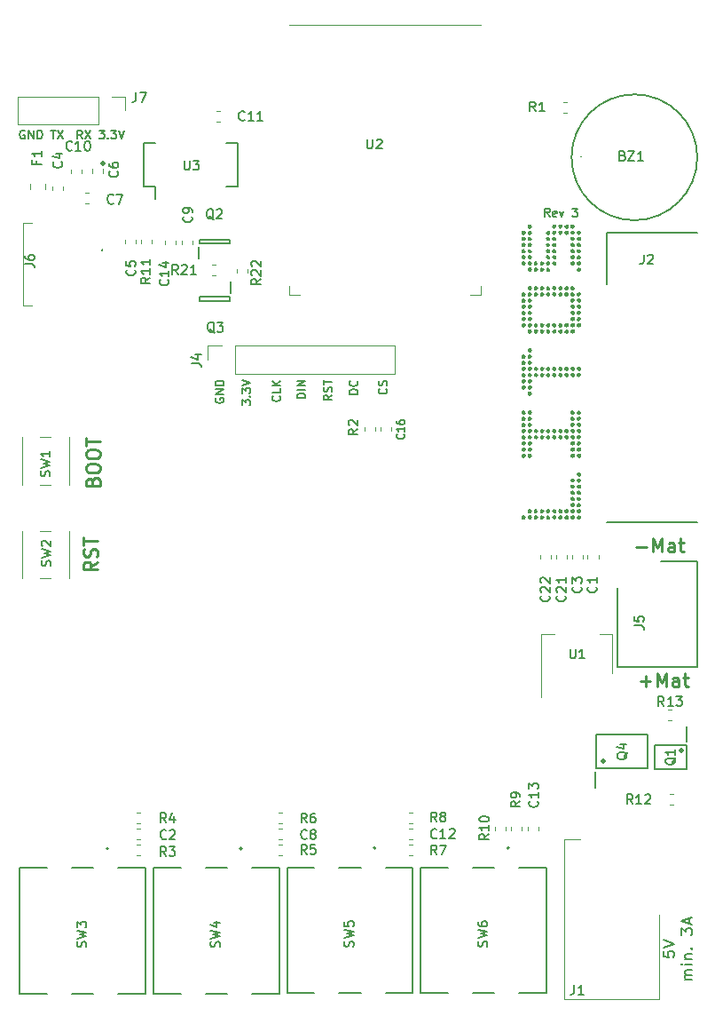
<source format=gto>
G04 #@! TF.GenerationSoftware,KiCad,Pcbnew,(5.1.10)-1*
G04 #@! TF.CreationDate,2022-02-13T21:23:31+01:00*
G04 #@! TF.ProjectId,LITOS_v3,4c49544f-535f-4763-932e-6b696361645f,rev?*
G04 #@! TF.SameCoordinates,Original*
G04 #@! TF.FileFunction,Legend,Top*
G04 #@! TF.FilePolarity,Positive*
%FSLAX46Y46*%
G04 Gerber Fmt 4.6, Leading zero omitted, Abs format (unit mm)*
G04 Created by KiCad (PCBNEW (5.1.10)-1) date 2022-02-13 21:23:31*
%MOMM*%
%LPD*%
G01*
G04 APERTURE LIST*
%ADD10C,0.150000*%
%ADD11C,0.200000*%
%ADD12C,0.250000*%
%ADD13C,0.500000*%
%ADD14C,0.010000*%
%ADD15C,0.120000*%
%ADD16C,0.100000*%
G04 APERTURE END LIST*
D10*
X106414285Y-62161904D02*
X106147619Y-61780952D01*
X105957142Y-62161904D02*
X105957142Y-61361904D01*
X106261904Y-61361904D01*
X106338095Y-61400000D01*
X106376190Y-61438095D01*
X106414285Y-61514285D01*
X106414285Y-61628571D01*
X106376190Y-61704761D01*
X106338095Y-61742857D01*
X106261904Y-61780952D01*
X105957142Y-61780952D01*
X107061904Y-62123809D02*
X106985714Y-62161904D01*
X106833333Y-62161904D01*
X106757142Y-62123809D01*
X106719047Y-62047619D01*
X106719047Y-61742857D01*
X106757142Y-61666666D01*
X106833333Y-61628571D01*
X106985714Y-61628571D01*
X107061904Y-61666666D01*
X107100000Y-61742857D01*
X107100000Y-61819047D01*
X106719047Y-61895238D01*
X107366666Y-61628571D02*
X107557142Y-62161904D01*
X107747619Y-61628571D01*
X108585714Y-61361904D02*
X109080952Y-61361904D01*
X108814285Y-61666666D01*
X108928571Y-61666666D01*
X109004761Y-61704761D01*
X109042857Y-61742857D01*
X109080952Y-61819047D01*
X109080952Y-62009523D01*
X109042857Y-62085714D01*
X109004761Y-62123809D01*
X108928571Y-62161904D01*
X108700000Y-62161904D01*
X108623809Y-62123809D01*
X108585714Y-62085714D01*
D11*
X117302380Y-132209523D02*
X117302380Y-132733333D01*
X117778571Y-132785714D01*
X117730952Y-132733333D01*
X117683333Y-132628571D01*
X117683333Y-132366666D01*
X117730952Y-132261904D01*
X117778571Y-132209523D01*
X117873809Y-132157142D01*
X118111904Y-132157142D01*
X118207142Y-132209523D01*
X118254761Y-132261904D01*
X118302380Y-132366666D01*
X118302380Y-132628571D01*
X118254761Y-132733333D01*
X118207142Y-132785714D01*
X117302380Y-131842857D02*
X118302380Y-131476190D01*
X117302380Y-131109523D01*
X120002380Y-134907142D02*
X119335714Y-134907142D01*
X119430952Y-134907142D02*
X119383333Y-134854761D01*
X119335714Y-134750000D01*
X119335714Y-134592857D01*
X119383333Y-134488095D01*
X119478571Y-134435714D01*
X120002380Y-134435714D01*
X119478571Y-134435714D02*
X119383333Y-134383333D01*
X119335714Y-134278571D01*
X119335714Y-134121428D01*
X119383333Y-134016666D01*
X119478571Y-133964285D01*
X120002380Y-133964285D01*
X120002380Y-133440476D02*
X119335714Y-133440476D01*
X119002380Y-133440476D02*
X119050000Y-133492857D01*
X119097619Y-133440476D01*
X119050000Y-133388095D01*
X119002380Y-133440476D01*
X119097619Y-133440476D01*
X119335714Y-132916666D02*
X120002380Y-132916666D01*
X119430952Y-132916666D02*
X119383333Y-132864285D01*
X119335714Y-132759523D01*
X119335714Y-132602380D01*
X119383333Y-132497619D01*
X119478571Y-132445238D01*
X120002380Y-132445238D01*
X119907142Y-131921428D02*
X119954761Y-131869047D01*
X120002380Y-131921428D01*
X119954761Y-131973809D01*
X119907142Y-131921428D01*
X120002380Y-131921428D01*
X119002380Y-130664285D02*
X119002380Y-129983333D01*
X119383333Y-130350000D01*
X119383333Y-130192857D01*
X119430952Y-130088095D01*
X119478571Y-130035714D01*
X119573809Y-129983333D01*
X119811904Y-129983333D01*
X119907142Y-130035714D01*
X119954761Y-130088095D01*
X120002380Y-130192857D01*
X120002380Y-130507142D01*
X119954761Y-130611904D01*
X119907142Y-130664285D01*
X119716666Y-129564285D02*
X119716666Y-129040476D01*
X120002380Y-129669047D02*
X119002380Y-129302380D01*
X120002380Y-128935714D01*
D10*
X63409047Y-53931904D02*
X63904285Y-53931904D01*
X63637619Y-54236666D01*
X63751904Y-54236666D01*
X63828095Y-54274761D01*
X63866190Y-54312857D01*
X63904285Y-54389047D01*
X63904285Y-54579523D01*
X63866190Y-54655714D01*
X63828095Y-54693809D01*
X63751904Y-54731904D01*
X63523333Y-54731904D01*
X63447142Y-54693809D01*
X63409047Y-54655714D01*
X64247142Y-54655714D02*
X64285238Y-54693809D01*
X64247142Y-54731904D01*
X64209047Y-54693809D01*
X64247142Y-54655714D01*
X64247142Y-54731904D01*
X64551904Y-53931904D02*
X65047142Y-53931904D01*
X64780476Y-54236666D01*
X64894761Y-54236666D01*
X64970952Y-54274761D01*
X65009047Y-54312857D01*
X65047142Y-54389047D01*
X65047142Y-54579523D01*
X65009047Y-54655714D01*
X64970952Y-54693809D01*
X64894761Y-54731904D01*
X64666190Y-54731904D01*
X64590000Y-54693809D01*
X64551904Y-54655714D01*
X65275714Y-53931904D02*
X65542380Y-54731904D01*
X65809047Y-53931904D01*
X61796666Y-54731904D02*
X61530000Y-54350952D01*
X61339523Y-54731904D02*
X61339523Y-53931904D01*
X61644285Y-53931904D01*
X61720476Y-53970000D01*
X61758571Y-54008095D01*
X61796666Y-54084285D01*
X61796666Y-54198571D01*
X61758571Y-54274761D01*
X61720476Y-54312857D01*
X61644285Y-54350952D01*
X61339523Y-54350952D01*
X62063333Y-53931904D02*
X62596666Y-54731904D01*
X62596666Y-53931904D02*
X62063333Y-54731904D01*
X58800476Y-53931904D02*
X59257619Y-53931904D01*
X59029047Y-54731904D02*
X59029047Y-53931904D01*
X59448095Y-53931904D02*
X59981428Y-54731904D01*
X59981428Y-53931904D02*
X59448095Y-54731904D01*
X56300476Y-53970000D02*
X56224285Y-53931904D01*
X56110000Y-53931904D01*
X55995714Y-53970000D01*
X55919523Y-54046190D01*
X55881428Y-54122380D01*
X55843333Y-54274761D01*
X55843333Y-54389047D01*
X55881428Y-54541428D01*
X55919523Y-54617619D01*
X55995714Y-54693809D01*
X56110000Y-54731904D01*
X56186190Y-54731904D01*
X56300476Y-54693809D01*
X56338571Y-54655714D01*
X56338571Y-54389047D01*
X56186190Y-54389047D01*
X56681428Y-54731904D02*
X56681428Y-53931904D01*
X57138571Y-54731904D01*
X57138571Y-53931904D01*
X57519523Y-54731904D02*
X57519523Y-53931904D01*
X57710000Y-53931904D01*
X57824285Y-53970000D01*
X57900476Y-54046190D01*
X57938571Y-54122380D01*
X57976666Y-54274761D01*
X57976666Y-54389047D01*
X57938571Y-54541428D01*
X57900476Y-54617619D01*
X57824285Y-54693809D01*
X57710000Y-54731904D01*
X57519523Y-54731904D01*
X77061904Y-80117142D02*
X77061904Y-79621904D01*
X77366666Y-79888570D01*
X77366666Y-79774285D01*
X77404761Y-79698094D01*
X77442857Y-79659999D01*
X77519047Y-79621904D01*
X77709523Y-79621904D01*
X77785714Y-79659999D01*
X77823809Y-79698094D01*
X77861904Y-79774285D01*
X77861904Y-80002856D01*
X77823809Y-80079047D01*
X77785714Y-80117142D01*
X77785714Y-79279047D02*
X77823809Y-79240951D01*
X77861904Y-79279047D01*
X77823809Y-79317142D01*
X77785714Y-79279047D01*
X77861904Y-79279047D01*
X77061904Y-78974285D02*
X77061904Y-78479047D01*
X77366666Y-78745713D01*
X77366666Y-78631428D01*
X77404761Y-78555237D01*
X77442857Y-78517142D01*
X77519047Y-78479047D01*
X77709523Y-78479047D01*
X77785714Y-78517142D01*
X77823809Y-78555237D01*
X77861904Y-78631428D01*
X77861904Y-78859999D01*
X77823809Y-78936190D01*
X77785714Y-78974285D01*
X77061904Y-78250475D02*
X77861904Y-77983809D01*
X77061904Y-77717142D01*
X74550000Y-79469523D02*
X74511904Y-79545714D01*
X74511904Y-79660000D01*
X74550000Y-79774285D01*
X74626190Y-79850476D01*
X74702380Y-79888571D01*
X74854761Y-79926666D01*
X74969047Y-79926666D01*
X75121428Y-79888571D01*
X75197619Y-79850476D01*
X75273809Y-79774285D01*
X75311904Y-79660000D01*
X75311904Y-79583809D01*
X75273809Y-79469523D01*
X75235714Y-79431428D01*
X74969047Y-79431428D01*
X74969047Y-79583809D01*
X75311904Y-79088571D02*
X74511904Y-79088571D01*
X75311904Y-78631428D01*
X74511904Y-78631428D01*
X75311904Y-78250476D02*
X74511904Y-78250476D01*
X74511904Y-78060000D01*
X74550000Y-77945714D01*
X74626190Y-77869523D01*
X74702380Y-77831428D01*
X74854761Y-77793333D01*
X74969047Y-77793333D01*
X75121428Y-77831428D01*
X75197619Y-77869523D01*
X75273809Y-77945714D01*
X75311904Y-78060000D01*
X75311904Y-78250476D01*
X90815714Y-78555238D02*
X90853809Y-78593333D01*
X90891904Y-78707619D01*
X90891904Y-78783809D01*
X90853809Y-78898095D01*
X90777619Y-78974285D01*
X90701428Y-79012381D01*
X90549047Y-79050476D01*
X90434761Y-79050476D01*
X90282380Y-79012381D01*
X90206190Y-78974285D01*
X90130000Y-78898095D01*
X90091904Y-78783809D01*
X90091904Y-78707619D01*
X90130000Y-78593333D01*
X90168095Y-78555238D01*
X90853809Y-78250476D02*
X90891904Y-78136190D01*
X90891904Y-77945714D01*
X90853809Y-77869524D01*
X90815714Y-77831428D01*
X90739523Y-77793333D01*
X90663333Y-77793333D01*
X90587142Y-77831428D01*
X90549047Y-77869524D01*
X90510952Y-77945714D01*
X90472857Y-78098095D01*
X90434761Y-78174285D01*
X90396666Y-78212381D01*
X90320476Y-78250476D01*
X90244285Y-78250476D01*
X90168095Y-78212381D01*
X90130000Y-78174285D01*
X90091904Y-78098095D01*
X90091904Y-77907619D01*
X90130000Y-77793333D01*
X83081904Y-79469523D02*
X82281904Y-79469523D01*
X82281904Y-79279047D01*
X82320000Y-79164761D01*
X82396190Y-79088571D01*
X82472380Y-79050476D01*
X82624761Y-79012380D01*
X82739047Y-79012380D01*
X82891428Y-79050476D01*
X82967619Y-79088571D01*
X83043809Y-79164761D01*
X83081904Y-79279047D01*
X83081904Y-79469523D01*
X83081904Y-78669523D02*
X82281904Y-78669523D01*
X83081904Y-78288571D02*
X82281904Y-78288571D01*
X83081904Y-77831428D01*
X82281904Y-77831428D01*
X85641904Y-79164762D02*
X85260952Y-79431428D01*
X85641904Y-79621905D02*
X84841904Y-79621905D01*
X84841904Y-79317143D01*
X84880000Y-79240952D01*
X84918095Y-79202857D01*
X84994285Y-79164762D01*
X85108571Y-79164762D01*
X85184761Y-79202857D01*
X85222857Y-79240952D01*
X85260952Y-79317143D01*
X85260952Y-79621905D01*
X85603809Y-78860000D02*
X85641904Y-78745714D01*
X85641904Y-78555238D01*
X85603809Y-78479047D01*
X85565714Y-78440952D01*
X85489523Y-78402857D01*
X85413333Y-78402857D01*
X85337142Y-78440952D01*
X85299047Y-78479047D01*
X85260952Y-78555238D01*
X85222857Y-78707619D01*
X85184761Y-78783809D01*
X85146666Y-78821905D01*
X85070476Y-78860000D01*
X84994285Y-78860000D01*
X84918095Y-78821905D01*
X84880000Y-78783809D01*
X84841904Y-78707619D01*
X84841904Y-78517143D01*
X84880000Y-78402857D01*
X84841904Y-78174286D02*
X84841904Y-77717143D01*
X85641904Y-77945714D02*
X84841904Y-77945714D01*
X88111904Y-79079523D02*
X87311904Y-79079523D01*
X87311904Y-78889047D01*
X87350000Y-78774761D01*
X87426190Y-78698571D01*
X87502380Y-78660476D01*
X87654761Y-78622380D01*
X87769047Y-78622380D01*
X87921428Y-78660476D01*
X87997619Y-78698571D01*
X88073809Y-78774761D01*
X88111904Y-78889047D01*
X88111904Y-79079523D01*
X88035714Y-77822380D02*
X88073809Y-77860476D01*
X88111904Y-77974761D01*
X88111904Y-78050952D01*
X88073809Y-78165238D01*
X87997619Y-78241428D01*
X87921428Y-78279523D01*
X87769047Y-78317619D01*
X87654761Y-78317619D01*
X87502380Y-78279523D01*
X87426190Y-78241428D01*
X87350000Y-78165238D01*
X87311904Y-78050952D01*
X87311904Y-77974761D01*
X87350000Y-77860476D01*
X87388095Y-77822380D01*
X80655714Y-79240952D02*
X80693809Y-79279047D01*
X80731904Y-79393333D01*
X80731904Y-79469523D01*
X80693809Y-79583809D01*
X80617619Y-79660000D01*
X80541428Y-79698095D01*
X80389047Y-79736190D01*
X80274761Y-79736190D01*
X80122380Y-79698095D01*
X80046190Y-79660000D01*
X79970000Y-79583809D01*
X79931904Y-79469523D01*
X79931904Y-79393333D01*
X79970000Y-79279047D01*
X80008095Y-79240952D01*
X80731904Y-78517142D02*
X80731904Y-78898095D01*
X79931904Y-78898095D01*
X80731904Y-78250476D02*
X79931904Y-78250476D01*
X80731904Y-77793333D02*
X80274761Y-78136190D01*
X79931904Y-77793333D02*
X80389047Y-78250476D01*
D12*
X62797142Y-87384285D02*
X62859047Y-87198571D01*
X62920952Y-87136666D01*
X63044761Y-87074761D01*
X63230476Y-87074761D01*
X63354285Y-87136666D01*
X63416190Y-87198571D01*
X63478095Y-87322380D01*
X63478095Y-87817619D01*
X62178095Y-87817619D01*
X62178095Y-87384285D01*
X62240000Y-87260476D01*
X62301904Y-87198571D01*
X62425714Y-87136666D01*
X62549523Y-87136666D01*
X62673333Y-87198571D01*
X62735238Y-87260476D01*
X62797142Y-87384285D01*
X62797142Y-87817619D01*
X62178095Y-86270000D02*
X62178095Y-86022380D01*
X62240000Y-85898571D01*
X62363809Y-85774761D01*
X62611428Y-85712857D01*
X63044761Y-85712857D01*
X63292380Y-85774761D01*
X63416190Y-85898571D01*
X63478095Y-86022380D01*
X63478095Y-86270000D01*
X63416190Y-86393809D01*
X63292380Y-86517619D01*
X63044761Y-86579523D01*
X62611428Y-86579523D01*
X62363809Y-86517619D01*
X62240000Y-86393809D01*
X62178095Y-86270000D01*
X62178095Y-84908095D02*
X62178095Y-84660476D01*
X62240000Y-84536666D01*
X62363809Y-84412857D01*
X62611428Y-84350952D01*
X63044761Y-84350952D01*
X63292380Y-84412857D01*
X63416190Y-84536666D01*
X63478095Y-84660476D01*
X63478095Y-84908095D01*
X63416190Y-85031904D01*
X63292380Y-85155714D01*
X63044761Y-85217619D01*
X62611428Y-85217619D01*
X62363809Y-85155714D01*
X62240000Y-85031904D01*
X62178095Y-84908095D01*
X62178095Y-83979523D02*
X62178095Y-83236666D01*
X63478095Y-83608095D02*
X62178095Y-83608095D01*
X63228095Y-95061904D02*
X62609047Y-95495238D01*
X63228095Y-95804761D02*
X61928095Y-95804761D01*
X61928095Y-95309523D01*
X61990000Y-95185714D01*
X62051904Y-95123809D01*
X62175714Y-95061904D01*
X62361428Y-95061904D01*
X62485238Y-95123809D01*
X62547142Y-95185714D01*
X62609047Y-95309523D01*
X62609047Y-95804761D01*
X63166190Y-94566666D02*
X63228095Y-94380952D01*
X63228095Y-94071428D01*
X63166190Y-93947619D01*
X63104285Y-93885714D01*
X62980476Y-93823809D01*
X62856666Y-93823809D01*
X62732857Y-93885714D01*
X62670952Y-93947619D01*
X62609047Y-94071428D01*
X62547142Y-94319047D01*
X62485238Y-94442857D01*
X62423333Y-94504761D01*
X62299523Y-94566666D01*
X62175714Y-94566666D01*
X62051904Y-94504761D01*
X61990000Y-94442857D01*
X61928095Y-94319047D01*
X61928095Y-94009523D01*
X61990000Y-93823809D01*
X61928095Y-93452380D02*
X61928095Y-92709523D01*
X63228095Y-93080952D02*
X61928095Y-93080952D01*
D13*
X118970000Y-113030000D02*
G75*
G03*
X118970000Y-113030000I0J0D01*
G01*
X111490000Y-114090000D02*
G75*
G03*
X111490000Y-114090000I0J0D01*
G01*
X63780000Y-57060000D02*
G75*
G03*
X63780000Y-57060000I0J0D01*
G01*
D12*
X114662380Y-93622857D02*
X115652857Y-93622857D01*
X116271904Y-94118095D02*
X116271904Y-92818095D01*
X116705238Y-93746666D01*
X117138571Y-92818095D01*
X117138571Y-94118095D01*
X118314761Y-94118095D02*
X118314761Y-93437142D01*
X118252857Y-93313333D01*
X118129047Y-93251428D01*
X117881428Y-93251428D01*
X117757619Y-93313333D01*
X118314761Y-94056190D02*
X118190952Y-94118095D01*
X117881428Y-94118095D01*
X117757619Y-94056190D01*
X117695714Y-93932380D01*
X117695714Y-93808571D01*
X117757619Y-93684761D01*
X117881428Y-93622857D01*
X118190952Y-93622857D01*
X118314761Y-93560952D01*
X118748095Y-93251428D02*
X119243333Y-93251428D01*
X118933809Y-92818095D02*
X118933809Y-93932380D01*
X118995714Y-94056190D01*
X119119523Y-94118095D01*
X119243333Y-94118095D01*
X115062380Y-106462857D02*
X116052857Y-106462857D01*
X115557619Y-106958095D02*
X115557619Y-105967619D01*
X116671904Y-106958095D02*
X116671904Y-105658095D01*
X117105238Y-106586666D01*
X117538571Y-105658095D01*
X117538571Y-106958095D01*
X118714761Y-106958095D02*
X118714761Y-106277142D01*
X118652857Y-106153333D01*
X118529047Y-106091428D01*
X118281428Y-106091428D01*
X118157619Y-106153333D01*
X118714761Y-106896190D02*
X118590952Y-106958095D01*
X118281428Y-106958095D01*
X118157619Y-106896190D01*
X118095714Y-106772380D01*
X118095714Y-106648571D01*
X118157619Y-106524761D01*
X118281428Y-106462857D01*
X118590952Y-106462857D01*
X118714761Y-106400952D01*
X119148095Y-106091428D02*
X119643333Y-106091428D01*
X119333809Y-105658095D02*
X119333809Y-106772380D01*
X119395714Y-106896190D01*
X119519523Y-106958095D01*
X119643333Y-106958095D01*
D14*
G36*
X103722633Y-63583156D02*
G01*
X103741492Y-63546861D01*
X103807504Y-63509350D01*
X103899593Y-63504527D01*
X103992993Y-63532955D01*
X104031189Y-63605721D01*
X104035120Y-63632070D01*
X104019943Y-63738844D01*
X103961037Y-63792309D01*
X103849043Y-63816242D01*
X103759914Y-63775874D01*
X103711745Y-63691435D01*
X103722633Y-63583156D01*
G37*
X103722633Y-63583156D02*
X103741492Y-63546861D01*
X103807504Y-63509350D01*
X103899593Y-63504527D01*
X103992993Y-63532955D01*
X104031189Y-63605721D01*
X104035120Y-63632070D01*
X104019943Y-63738844D01*
X103961037Y-63792309D01*
X103849043Y-63816242D01*
X103759914Y-63775874D01*
X103711745Y-63691435D01*
X103722633Y-63583156D01*
G36*
X103737008Y-64152514D02*
G01*
X103818209Y-64086198D01*
X103923617Y-64084269D01*
X103927961Y-64085796D01*
X104005832Y-64149042D01*
X104037392Y-64243325D01*
X104017596Y-64334813D01*
X103971620Y-64378484D01*
X103869142Y-64397827D01*
X103771432Y-64366544D01*
X103710976Y-64298591D01*
X103704500Y-64263722D01*
X103737008Y-64152514D01*
G37*
X103737008Y-64152514D02*
X103818209Y-64086198D01*
X103923617Y-64084269D01*
X103927961Y-64085796D01*
X104005832Y-64149042D01*
X104037392Y-64243325D01*
X104017596Y-64334813D01*
X103971620Y-64378484D01*
X103869142Y-64397827D01*
X103771432Y-64366544D01*
X103710976Y-64298591D01*
X103704500Y-64263722D01*
X103737008Y-64152514D01*
G36*
X103727723Y-64737491D02*
G01*
X103786629Y-64684025D01*
X103898623Y-64660092D01*
X103987752Y-64700460D01*
X104035921Y-64784899D01*
X104025034Y-64893178D01*
X104006175Y-64929474D01*
X103940162Y-64966984D01*
X103848073Y-64971807D01*
X103754673Y-64943379D01*
X103716477Y-64870613D01*
X103712546Y-64844264D01*
X103727723Y-64737491D01*
G37*
X103727723Y-64737491D02*
X103786629Y-64684025D01*
X103898623Y-64660092D01*
X103987752Y-64700460D01*
X104035921Y-64784899D01*
X104025034Y-64893178D01*
X104006175Y-64929474D01*
X103940162Y-64966984D01*
X103848073Y-64971807D01*
X103754673Y-64943379D01*
X103716477Y-64870613D01*
X103712546Y-64844264D01*
X103727723Y-64737491D01*
G36*
X103718129Y-65333232D02*
G01*
X103782988Y-65267890D01*
X103881846Y-65251351D01*
X103938587Y-65268202D01*
X104023500Y-65344053D01*
X104033760Y-65458602D01*
X104015130Y-65518750D01*
X103958818Y-65561745D01*
X103865795Y-65568066D01*
X103775814Y-65537389D01*
X103755300Y-65520867D01*
X103703492Y-65425012D01*
X103718129Y-65333232D01*
G37*
X103718129Y-65333232D02*
X103782988Y-65267890D01*
X103881846Y-65251351D01*
X103938587Y-65268202D01*
X104023500Y-65344053D01*
X104033760Y-65458602D01*
X104015130Y-65518750D01*
X103958818Y-65561745D01*
X103865795Y-65568066D01*
X103775814Y-65537389D01*
X103755300Y-65520867D01*
X103703492Y-65425012D01*
X103718129Y-65333232D01*
G36*
X103730420Y-65920917D02*
G01*
X103817833Y-65844830D01*
X103923073Y-65838253D01*
X103981700Y-65869688D01*
X104037602Y-65962895D01*
X104023856Y-66067287D01*
X103981700Y-66120313D01*
X103887269Y-66157319D01*
X103795126Y-66134283D01*
X103727989Y-66069231D01*
X103708574Y-65980189D01*
X103730420Y-65920917D01*
G37*
X103730420Y-65920917D02*
X103817833Y-65844830D01*
X103923073Y-65838253D01*
X103981700Y-65869688D01*
X104037602Y-65962895D01*
X104023856Y-66067287D01*
X103981700Y-66120313D01*
X103887269Y-66157319D01*
X103795126Y-66134283D01*
X103727989Y-66069231D01*
X103708574Y-65980189D01*
X103730420Y-65920917D01*
G36*
X103730420Y-66513584D02*
G01*
X103817833Y-66437497D01*
X103923073Y-66430920D01*
X103981700Y-66462355D01*
X104037602Y-66555562D01*
X104023856Y-66659953D01*
X103981700Y-66712979D01*
X103887269Y-66749986D01*
X103795126Y-66726949D01*
X103727989Y-66661897D01*
X103708574Y-66572856D01*
X103730420Y-66513584D01*
G37*
X103730420Y-66513584D02*
X103817833Y-66437497D01*
X103923073Y-66430920D01*
X103981700Y-66462355D01*
X104037602Y-66555562D01*
X104023856Y-66659953D01*
X103981700Y-66712979D01*
X103887269Y-66749986D01*
X103795126Y-66726949D01*
X103727989Y-66661897D01*
X103708574Y-66572856D01*
X103730420Y-66513584D01*
G36*
X103722633Y-69467490D02*
G01*
X103741492Y-69431194D01*
X103807504Y-69393683D01*
X103899593Y-69388861D01*
X103992993Y-69417288D01*
X104031189Y-69490055D01*
X104035120Y-69516403D01*
X104019943Y-69623177D01*
X103961037Y-69676643D01*
X103849043Y-69700576D01*
X103759914Y-69660208D01*
X103711745Y-69575769D01*
X103722633Y-69467490D01*
G37*
X103722633Y-69467490D02*
X103741492Y-69431194D01*
X103807504Y-69393683D01*
X103899593Y-69388861D01*
X103992993Y-69417288D01*
X104031189Y-69490055D01*
X104035120Y-69516403D01*
X104019943Y-69623177D01*
X103961037Y-69676643D01*
X103849043Y-69700576D01*
X103759914Y-69660208D01*
X103711745Y-69575769D01*
X103722633Y-69467490D01*
G36*
X103737008Y-70036848D02*
G01*
X103818209Y-69970531D01*
X103923617Y-69968602D01*
X103927961Y-69970129D01*
X104005832Y-70033376D01*
X104037392Y-70127658D01*
X104017596Y-70219146D01*
X103971620Y-70262818D01*
X103869142Y-70282161D01*
X103771432Y-70250877D01*
X103710976Y-70182924D01*
X103704500Y-70148055D01*
X103737008Y-70036848D01*
G37*
X103737008Y-70036848D02*
X103818209Y-69970531D01*
X103923617Y-69968602D01*
X103927961Y-69970129D01*
X104005832Y-70033376D01*
X104037392Y-70127658D01*
X104017596Y-70219146D01*
X103971620Y-70262818D01*
X103869142Y-70282161D01*
X103771432Y-70250877D01*
X103710976Y-70182924D01*
X103704500Y-70148055D01*
X103737008Y-70036848D01*
G36*
X103727723Y-70621824D02*
G01*
X103786629Y-70568358D01*
X103898623Y-70544425D01*
X103987752Y-70584793D01*
X104035921Y-70669232D01*
X104025034Y-70777511D01*
X104006175Y-70813807D01*
X103940162Y-70851318D01*
X103848073Y-70856140D01*
X103754673Y-70827713D01*
X103716477Y-70754946D01*
X103712546Y-70728598D01*
X103727723Y-70621824D01*
G37*
X103727723Y-70621824D02*
X103786629Y-70568358D01*
X103898623Y-70544425D01*
X103987752Y-70584793D01*
X104035921Y-70669232D01*
X104025034Y-70777511D01*
X104006175Y-70813807D01*
X103940162Y-70851318D01*
X103848073Y-70856140D01*
X103754673Y-70827713D01*
X103716477Y-70754946D01*
X103712546Y-70728598D01*
X103727723Y-70621824D01*
G36*
X103718129Y-71217565D02*
G01*
X103782988Y-71152224D01*
X103881846Y-71135684D01*
X103938587Y-71152536D01*
X104023500Y-71228387D01*
X104033760Y-71342935D01*
X104015130Y-71403084D01*
X103958818Y-71446078D01*
X103865795Y-71452399D01*
X103775814Y-71421723D01*
X103755300Y-71405200D01*
X103703492Y-71309346D01*
X103718129Y-71217565D01*
G37*
X103718129Y-71217565D02*
X103782988Y-71152224D01*
X103881846Y-71135684D01*
X103938587Y-71152536D01*
X104023500Y-71228387D01*
X104033760Y-71342935D01*
X104015130Y-71403084D01*
X103958818Y-71446078D01*
X103865795Y-71452399D01*
X103775814Y-71421723D01*
X103755300Y-71405200D01*
X103703492Y-71309346D01*
X103718129Y-71217565D01*
G36*
X103730420Y-71805250D02*
G01*
X103817833Y-71729163D01*
X103923073Y-71722586D01*
X103981700Y-71754022D01*
X104037602Y-71847229D01*
X104023856Y-71951620D01*
X103981700Y-72004646D01*
X103887269Y-72041652D01*
X103795126Y-72018616D01*
X103727989Y-71953564D01*
X103708574Y-71864523D01*
X103730420Y-71805250D01*
G37*
X103730420Y-71805250D02*
X103817833Y-71729163D01*
X103923073Y-71722586D01*
X103981700Y-71754022D01*
X104037602Y-71847229D01*
X104023856Y-71951620D01*
X103981700Y-72004646D01*
X103887269Y-72041652D01*
X103795126Y-72018616D01*
X103727989Y-71953564D01*
X103708574Y-71864523D01*
X103730420Y-71805250D01*
G36*
X103749160Y-72369193D02*
G01*
X103828497Y-72318015D01*
X103924189Y-72315717D01*
X103981700Y-72346688D01*
X104037602Y-72439895D01*
X104023856Y-72544287D01*
X103981700Y-72597313D01*
X103880025Y-72634850D01*
X103778427Y-72599259D01*
X103730420Y-72546084D01*
X103708895Y-72451225D01*
X103749160Y-72369193D01*
G37*
X103749160Y-72369193D02*
X103828497Y-72318015D01*
X103924189Y-72315717D01*
X103981700Y-72346688D01*
X104037602Y-72439895D01*
X104023856Y-72544287D01*
X103981700Y-72597313D01*
X103880025Y-72634850D01*
X103778427Y-72599259D01*
X103730420Y-72546084D01*
X103708895Y-72451225D01*
X103749160Y-72369193D01*
G36*
X103722633Y-75394156D02*
G01*
X103741492Y-75357861D01*
X103807504Y-75320350D01*
X103899593Y-75315527D01*
X103992993Y-75343955D01*
X104031189Y-75416721D01*
X104035120Y-75443070D01*
X104019943Y-75549844D01*
X103961037Y-75603309D01*
X103849043Y-75627242D01*
X103759914Y-75586874D01*
X103711745Y-75502435D01*
X103722633Y-75394156D01*
G37*
X103722633Y-75394156D02*
X103741492Y-75357861D01*
X103807504Y-75320350D01*
X103899593Y-75315527D01*
X103992993Y-75343955D01*
X104031189Y-75416721D01*
X104035120Y-75443070D01*
X104019943Y-75549844D01*
X103961037Y-75603309D01*
X103849043Y-75627242D01*
X103759914Y-75586874D01*
X103711745Y-75502435D01*
X103722633Y-75394156D01*
G36*
X103737008Y-75963514D02*
G01*
X103818209Y-75897198D01*
X103923617Y-75895269D01*
X103927961Y-75896796D01*
X104005832Y-75960042D01*
X104037392Y-76054325D01*
X104017596Y-76145813D01*
X103971620Y-76189484D01*
X103869142Y-76208827D01*
X103771432Y-76177544D01*
X103710976Y-76109591D01*
X103704500Y-76074722D01*
X103737008Y-75963514D01*
G37*
X103737008Y-75963514D02*
X103818209Y-75897198D01*
X103923617Y-75895269D01*
X103927961Y-75896796D01*
X104005832Y-75960042D01*
X104037392Y-76054325D01*
X104017596Y-76145813D01*
X103971620Y-76189484D01*
X103869142Y-76208827D01*
X103771432Y-76177544D01*
X103710976Y-76109591D01*
X103704500Y-76074722D01*
X103737008Y-75963514D01*
G36*
X103727723Y-76548491D02*
G01*
X103786629Y-76495025D01*
X103898623Y-76471092D01*
X103987752Y-76511460D01*
X104035921Y-76595899D01*
X104025034Y-76704178D01*
X104006175Y-76740474D01*
X103940162Y-76777984D01*
X103848073Y-76782807D01*
X103754673Y-76754379D01*
X103716477Y-76681613D01*
X103712546Y-76655264D01*
X103727723Y-76548491D01*
G37*
X103727723Y-76548491D02*
X103786629Y-76495025D01*
X103898623Y-76471092D01*
X103987752Y-76511460D01*
X104035921Y-76595899D01*
X104025034Y-76704178D01*
X104006175Y-76740474D01*
X103940162Y-76777984D01*
X103848073Y-76782807D01*
X103754673Y-76754379D01*
X103716477Y-76681613D01*
X103712546Y-76655264D01*
X103727723Y-76548491D01*
G36*
X103718129Y-77144232D02*
G01*
X103782988Y-77078890D01*
X103881846Y-77062351D01*
X103938587Y-77079202D01*
X104023500Y-77155053D01*
X104033760Y-77269602D01*
X104015130Y-77329750D01*
X103958818Y-77372745D01*
X103865795Y-77379066D01*
X103775814Y-77348389D01*
X103755300Y-77331867D01*
X103703492Y-77236012D01*
X103718129Y-77144232D01*
G37*
X103718129Y-77144232D02*
X103782988Y-77078890D01*
X103881846Y-77062351D01*
X103938587Y-77079202D01*
X104023500Y-77155053D01*
X104033760Y-77269602D01*
X104015130Y-77329750D01*
X103958818Y-77372745D01*
X103865795Y-77379066D01*
X103775814Y-77348389D01*
X103755300Y-77331867D01*
X103703492Y-77236012D01*
X103718129Y-77144232D01*
G36*
X103749160Y-77703193D02*
G01*
X103828497Y-77652015D01*
X103924189Y-77649717D01*
X103981700Y-77680688D01*
X104037602Y-77773895D01*
X104023856Y-77878287D01*
X103981700Y-77931313D01*
X103880025Y-77968850D01*
X103778427Y-77933259D01*
X103730420Y-77880084D01*
X103708895Y-77785225D01*
X103749160Y-77703193D01*
G37*
X103749160Y-77703193D02*
X103828497Y-77652015D01*
X103924189Y-77649717D01*
X103981700Y-77680688D01*
X104037602Y-77773895D01*
X104023856Y-77878287D01*
X103981700Y-77931313D01*
X103880025Y-77968850D01*
X103778427Y-77933259D01*
X103730420Y-77880084D01*
X103708895Y-77785225D01*
X103749160Y-77703193D01*
G36*
X103749160Y-78295860D02*
G01*
X103828497Y-78244682D01*
X103924189Y-78242383D01*
X103981700Y-78273355D01*
X104037602Y-78366562D01*
X104023856Y-78470953D01*
X103981700Y-78523979D01*
X103880025Y-78561517D01*
X103778427Y-78525925D01*
X103730420Y-78472750D01*
X103708895Y-78377892D01*
X103749160Y-78295860D01*
G37*
X103749160Y-78295860D02*
X103828497Y-78244682D01*
X103924189Y-78242383D01*
X103981700Y-78273355D01*
X104037602Y-78366562D01*
X104023856Y-78470953D01*
X103981700Y-78523979D01*
X103880025Y-78561517D01*
X103778427Y-78525925D01*
X103730420Y-78472750D01*
X103708895Y-78377892D01*
X103749160Y-78295860D01*
G36*
X103733007Y-80698357D02*
G01*
X103809279Y-80647012D01*
X103848729Y-80642334D01*
X103962030Y-80673298D01*
X104028942Y-80749568D01*
X104038592Y-80846209D01*
X103980105Y-80938289D01*
X103978413Y-80939708D01*
X103904258Y-80971855D01*
X103809080Y-80945799D01*
X103729236Y-80875852D01*
X103705102Y-80784005D01*
X103733007Y-80698357D01*
G37*
X103733007Y-80698357D02*
X103809279Y-80647012D01*
X103848729Y-80642334D01*
X103962030Y-80673298D01*
X104028942Y-80749568D01*
X104038592Y-80846209D01*
X103980105Y-80938289D01*
X103978413Y-80939708D01*
X103904258Y-80971855D01*
X103809080Y-80945799D01*
X103729236Y-80875852D01*
X103705102Y-80784005D01*
X103733007Y-80698357D01*
G36*
X103722633Y-81320823D02*
G01*
X103741492Y-81284527D01*
X103807504Y-81247017D01*
X103899593Y-81242194D01*
X103992993Y-81270622D01*
X104031189Y-81343388D01*
X104035120Y-81369737D01*
X104019943Y-81476510D01*
X103961037Y-81529976D01*
X103849043Y-81553909D01*
X103759914Y-81513541D01*
X103711745Y-81429102D01*
X103722633Y-81320823D01*
G37*
X103722633Y-81320823D02*
X103741492Y-81284527D01*
X103807504Y-81247017D01*
X103899593Y-81242194D01*
X103992993Y-81270622D01*
X104031189Y-81343388D01*
X104035120Y-81369737D01*
X104019943Y-81476510D01*
X103961037Y-81529976D01*
X103849043Y-81553909D01*
X103759914Y-81513541D01*
X103711745Y-81429102D01*
X103722633Y-81320823D01*
G36*
X103737008Y-81890181D02*
G01*
X103818209Y-81823865D01*
X103923617Y-81821936D01*
X103927961Y-81823463D01*
X104005832Y-81886709D01*
X104037392Y-81980992D01*
X104017596Y-82072480D01*
X103971620Y-82116151D01*
X103869142Y-82135494D01*
X103771432Y-82104211D01*
X103710976Y-82036258D01*
X103704500Y-82001388D01*
X103737008Y-81890181D01*
G37*
X103737008Y-81890181D02*
X103818209Y-81823865D01*
X103923617Y-81821936D01*
X103927961Y-81823463D01*
X104005832Y-81886709D01*
X104037392Y-81980992D01*
X104017596Y-82072480D01*
X103971620Y-82116151D01*
X103869142Y-82135494D01*
X103771432Y-82104211D01*
X103710976Y-82036258D01*
X103704500Y-82001388D01*
X103737008Y-81890181D01*
G36*
X103727723Y-82475157D02*
G01*
X103786629Y-82421692D01*
X103898623Y-82397759D01*
X103987752Y-82438127D01*
X104035921Y-82522566D01*
X104025034Y-82630845D01*
X104006175Y-82667140D01*
X103940162Y-82704651D01*
X103848073Y-82709474D01*
X103754673Y-82681046D01*
X103716477Y-82608280D01*
X103712546Y-82581931D01*
X103727723Y-82475157D01*
G37*
X103727723Y-82475157D02*
X103786629Y-82421692D01*
X103898623Y-82397759D01*
X103987752Y-82438127D01*
X104035921Y-82522566D01*
X104025034Y-82630845D01*
X104006175Y-82667140D01*
X103940162Y-82704651D01*
X103848073Y-82709474D01*
X103754673Y-82681046D01*
X103716477Y-82608280D01*
X103712546Y-82581931D01*
X103727723Y-82475157D01*
G36*
X103718129Y-83070899D02*
G01*
X103782988Y-83005557D01*
X103881846Y-82989017D01*
X103938587Y-83005869D01*
X104023500Y-83081720D01*
X104033760Y-83196269D01*
X104015130Y-83256417D01*
X103958818Y-83299411D01*
X103865795Y-83305732D01*
X103775814Y-83275056D01*
X103755300Y-83258534D01*
X103703492Y-83162679D01*
X103718129Y-83070899D01*
G37*
X103718129Y-83070899D02*
X103782988Y-83005557D01*
X103881846Y-82989017D01*
X103938587Y-83005869D01*
X104023500Y-83081720D01*
X104033760Y-83196269D01*
X104015130Y-83256417D01*
X103958818Y-83299411D01*
X103865795Y-83305732D01*
X103775814Y-83275056D01*
X103755300Y-83258534D01*
X103703492Y-83162679D01*
X103718129Y-83070899D01*
G36*
X103730420Y-83658584D02*
G01*
X103817833Y-83582497D01*
X103923073Y-83575920D01*
X103981700Y-83607355D01*
X104037602Y-83700562D01*
X104023856Y-83804953D01*
X103981700Y-83857979D01*
X103887269Y-83894986D01*
X103795126Y-83871949D01*
X103727989Y-83806897D01*
X103708574Y-83717856D01*
X103730420Y-83658584D01*
G37*
X103730420Y-83658584D02*
X103817833Y-83582497D01*
X103923073Y-83575920D01*
X103981700Y-83607355D01*
X104037602Y-83700562D01*
X104023856Y-83804953D01*
X103981700Y-83857979D01*
X103887269Y-83894986D01*
X103795126Y-83871949D01*
X103727989Y-83806897D01*
X103708574Y-83717856D01*
X103730420Y-83658584D01*
G36*
X103730420Y-84251250D02*
G01*
X103817833Y-84175163D01*
X103923073Y-84168586D01*
X103981700Y-84200022D01*
X104037602Y-84293229D01*
X104023856Y-84397620D01*
X103981700Y-84450646D01*
X103887269Y-84487652D01*
X103795126Y-84464616D01*
X103727989Y-84399564D01*
X103708574Y-84310523D01*
X103730420Y-84251250D01*
G37*
X103730420Y-84251250D02*
X103817833Y-84175163D01*
X103923073Y-84168586D01*
X103981700Y-84200022D01*
X104037602Y-84293229D01*
X104023856Y-84397620D01*
X103981700Y-84450646D01*
X103887269Y-84487652D01*
X103795126Y-84464616D01*
X103727989Y-84399564D01*
X103708574Y-84310523D01*
X103730420Y-84251250D01*
G36*
X103749160Y-84815193D02*
G01*
X103828497Y-84764015D01*
X103924189Y-84761717D01*
X103981700Y-84792688D01*
X104037602Y-84885895D01*
X104023856Y-84990287D01*
X103981700Y-85043313D01*
X103880025Y-85080850D01*
X103778427Y-85045259D01*
X103730420Y-84992084D01*
X103708895Y-84897225D01*
X103749160Y-84815193D01*
G37*
X103749160Y-84815193D02*
X103828497Y-84764015D01*
X103924189Y-84761717D01*
X103981700Y-84792688D01*
X104037602Y-84885895D01*
X104023856Y-84990287D01*
X103981700Y-85043313D01*
X103880025Y-85080850D01*
X103778427Y-85045259D01*
X103730420Y-84992084D01*
X103708895Y-84897225D01*
X103749160Y-84815193D01*
G36*
X103749160Y-90699527D02*
G01*
X103828497Y-90648348D01*
X103924189Y-90646050D01*
X103981700Y-90677022D01*
X104037602Y-90770229D01*
X104023856Y-90874620D01*
X103981700Y-90927646D01*
X103880025Y-90965184D01*
X103778427Y-90929592D01*
X103730420Y-90876417D01*
X103708895Y-90781558D01*
X103749160Y-90699527D01*
G37*
X103749160Y-90699527D02*
X103828497Y-90648348D01*
X103924189Y-90646050D01*
X103981700Y-90677022D01*
X104037602Y-90770229D01*
X104023856Y-90874620D01*
X103981700Y-90927646D01*
X103880025Y-90965184D01*
X103778427Y-90929592D01*
X103730420Y-90876417D01*
X103708895Y-90781558D01*
X103749160Y-90699527D01*
G36*
X104314412Y-63011050D02*
G01*
X104367458Y-62930396D01*
X104453377Y-62903865D01*
X104544794Y-62926099D01*
X104614335Y-62991733D01*
X104635833Y-63074000D01*
X104607590Y-63162889D01*
X104585033Y-63192534D01*
X104489914Y-63242778D01*
X104397218Y-63225634D01*
X104329199Y-63156027D01*
X104308111Y-63048881D01*
X104314412Y-63011050D01*
G37*
X104314412Y-63011050D02*
X104367458Y-62930396D01*
X104453377Y-62903865D01*
X104544794Y-62926099D01*
X104614335Y-62991733D01*
X104635833Y-63074000D01*
X104607590Y-63162889D01*
X104585033Y-63192534D01*
X104489914Y-63242778D01*
X104397218Y-63225634D01*
X104329199Y-63156027D01*
X104308111Y-63048881D01*
X104314412Y-63011050D01*
G36*
X104306868Y-63599623D02*
G01*
X104371662Y-63526504D01*
X104440740Y-63504527D01*
X104559990Y-63520793D01*
X104625137Y-63587697D01*
X104625633Y-63683502D01*
X104569309Y-63769477D01*
X104494971Y-63827185D01*
X104427034Y-63820650D01*
X104364737Y-63780712D01*
X104301863Y-63694159D01*
X104306868Y-63599623D01*
G37*
X104306868Y-63599623D02*
X104371662Y-63526504D01*
X104440740Y-63504527D01*
X104559990Y-63520793D01*
X104625137Y-63587697D01*
X104625633Y-63683502D01*
X104569309Y-63769477D01*
X104494971Y-63827185D01*
X104427034Y-63820650D01*
X104364737Y-63780712D01*
X104301863Y-63694159D01*
X104306868Y-63599623D01*
G36*
X104324966Y-64142342D02*
G01*
X104402306Y-64083258D01*
X104519192Y-64086454D01*
X104540583Y-64093639D01*
X104618829Y-64160436D01*
X104630235Y-64262330D01*
X104598841Y-64336807D01*
X104532829Y-64374318D01*
X104440740Y-64379140D01*
X104347340Y-64350713D01*
X104309144Y-64277946D01*
X104305213Y-64251598D01*
X104324966Y-64142342D01*
G37*
X104324966Y-64142342D02*
X104402306Y-64083258D01*
X104519192Y-64086454D01*
X104540583Y-64093639D01*
X104618829Y-64160436D01*
X104630235Y-64262330D01*
X104598841Y-64336807D01*
X104532829Y-64374318D01*
X104440740Y-64379140D01*
X104347340Y-64350713D01*
X104309144Y-64277946D01*
X104305213Y-64251598D01*
X104324966Y-64142342D01*
G36*
X104320390Y-64737491D02*
G01*
X104379296Y-64684025D01*
X104491290Y-64660092D01*
X104580419Y-64700460D01*
X104628588Y-64784899D01*
X104617700Y-64893178D01*
X104598841Y-64929474D01*
X104532829Y-64966984D01*
X104440740Y-64971807D01*
X104347340Y-64943379D01*
X104309144Y-64870613D01*
X104305213Y-64844264D01*
X104320390Y-64737491D01*
G37*
X104320390Y-64737491D02*
X104379296Y-64684025D01*
X104491290Y-64660092D01*
X104580419Y-64700460D01*
X104628588Y-64784899D01*
X104617700Y-64893178D01*
X104598841Y-64929474D01*
X104532829Y-64966984D01*
X104440740Y-64971807D01*
X104347340Y-64943379D01*
X104309144Y-64870613D01*
X104305213Y-64844264D01*
X104320390Y-64737491D01*
G36*
X104322114Y-65321381D02*
G01*
X104393442Y-65255750D01*
X104502676Y-65257110D01*
X104531253Y-65268202D01*
X104615272Y-65341916D01*
X104630925Y-65438016D01*
X104574663Y-65527400D01*
X104473341Y-65570094D01*
X104376307Y-65549481D01*
X104313596Y-65475201D01*
X104305610Y-65441044D01*
X104322114Y-65321381D01*
G37*
X104322114Y-65321381D02*
X104393442Y-65255750D01*
X104502676Y-65257110D01*
X104531253Y-65268202D01*
X104615272Y-65341916D01*
X104630925Y-65438016D01*
X104574663Y-65527400D01*
X104473341Y-65570094D01*
X104376307Y-65549481D01*
X104313596Y-65475201D01*
X104305610Y-65441044D01*
X104322114Y-65321381D01*
G36*
X104323087Y-65920917D02*
G01*
X104410499Y-65844830D01*
X104515740Y-65838253D01*
X104574367Y-65869688D01*
X104630269Y-65962895D01*
X104616522Y-66067287D01*
X104574367Y-66120313D01*
X104479936Y-66157319D01*
X104387793Y-66134283D01*
X104320655Y-66069231D01*
X104301241Y-65980189D01*
X104323087Y-65920917D01*
G37*
X104323087Y-65920917D02*
X104410499Y-65844830D01*
X104515740Y-65838253D01*
X104574367Y-65869688D01*
X104630269Y-65962895D01*
X104616522Y-66067287D01*
X104574367Y-66120313D01*
X104479936Y-66157319D01*
X104387793Y-66134283D01*
X104320655Y-66069231D01*
X104301241Y-65980189D01*
X104323087Y-65920917D01*
G36*
X104323087Y-66513584D02*
G01*
X104410499Y-66437497D01*
X104515740Y-66430920D01*
X104574367Y-66462355D01*
X104630269Y-66555562D01*
X104616522Y-66659953D01*
X104574367Y-66712979D01*
X104479936Y-66749986D01*
X104387793Y-66726949D01*
X104320655Y-66661897D01*
X104301241Y-66572856D01*
X104323087Y-66513584D01*
G37*
X104323087Y-66513584D02*
X104410499Y-66437497D01*
X104515740Y-66430920D01*
X104574367Y-66462355D01*
X104630269Y-66555562D01*
X104616522Y-66659953D01*
X104574367Y-66712979D01*
X104479936Y-66749986D01*
X104387793Y-66726949D01*
X104320655Y-66661897D01*
X104301241Y-66572856D01*
X104323087Y-66513584D01*
G36*
X104314412Y-67117384D02*
G01*
X104367458Y-67036729D01*
X104453377Y-67010199D01*
X104544794Y-67032432D01*
X104614335Y-67098067D01*
X104635833Y-67180334D01*
X104607590Y-67269222D01*
X104585033Y-67298867D01*
X104489914Y-67349111D01*
X104397218Y-67331967D01*
X104329199Y-67262361D01*
X104308111Y-67155215D01*
X104314412Y-67117384D01*
G37*
X104314412Y-67117384D02*
X104367458Y-67036729D01*
X104453377Y-67010199D01*
X104544794Y-67032432D01*
X104614335Y-67098067D01*
X104635833Y-67180334D01*
X104607590Y-67269222D01*
X104585033Y-67298867D01*
X104489914Y-67349111D01*
X104397218Y-67331967D01*
X104329199Y-67262361D01*
X104308111Y-67155215D01*
X104314412Y-67117384D01*
G36*
X104314412Y-68895384D02*
G01*
X104367458Y-68814729D01*
X104453377Y-68788199D01*
X104544794Y-68810432D01*
X104614335Y-68876067D01*
X104635833Y-68958334D01*
X104607590Y-69047222D01*
X104585033Y-69076867D01*
X104489914Y-69127111D01*
X104397218Y-69109967D01*
X104329199Y-69040361D01*
X104308111Y-68933215D01*
X104314412Y-68895384D01*
G37*
X104314412Y-68895384D02*
X104367458Y-68814729D01*
X104453377Y-68788199D01*
X104544794Y-68810432D01*
X104614335Y-68876067D01*
X104635833Y-68958334D01*
X104607590Y-69047222D01*
X104585033Y-69076867D01*
X104489914Y-69127111D01*
X104397218Y-69109967D01*
X104329199Y-69040361D01*
X104308111Y-68933215D01*
X104314412Y-68895384D01*
G36*
X104306868Y-69483957D02*
G01*
X104371662Y-69410838D01*
X104440740Y-69388861D01*
X104559990Y-69405126D01*
X104625137Y-69472030D01*
X104625633Y-69567836D01*
X104569309Y-69653810D01*
X104494971Y-69711518D01*
X104427034Y-69704983D01*
X104364737Y-69665045D01*
X104301863Y-69578492D01*
X104306868Y-69483957D01*
G37*
X104306868Y-69483957D02*
X104371662Y-69410838D01*
X104440740Y-69388861D01*
X104559990Y-69405126D01*
X104625137Y-69472030D01*
X104625633Y-69567836D01*
X104569309Y-69653810D01*
X104494971Y-69711518D01*
X104427034Y-69704983D01*
X104364737Y-69665045D01*
X104301863Y-69578492D01*
X104306868Y-69483957D01*
G36*
X104324966Y-70026676D02*
G01*
X104402306Y-69967592D01*
X104519192Y-69970787D01*
X104540583Y-69977972D01*
X104618829Y-70044770D01*
X104630235Y-70146664D01*
X104598841Y-70221140D01*
X104532829Y-70258651D01*
X104440740Y-70263474D01*
X104347340Y-70235046D01*
X104309144Y-70162280D01*
X104305213Y-70135931D01*
X104324966Y-70026676D01*
G37*
X104324966Y-70026676D02*
X104402306Y-69967592D01*
X104519192Y-69970787D01*
X104540583Y-69977972D01*
X104618829Y-70044770D01*
X104630235Y-70146664D01*
X104598841Y-70221140D01*
X104532829Y-70258651D01*
X104440740Y-70263474D01*
X104347340Y-70235046D01*
X104309144Y-70162280D01*
X104305213Y-70135931D01*
X104324966Y-70026676D01*
G36*
X104320390Y-70621824D02*
G01*
X104379296Y-70568358D01*
X104491290Y-70544425D01*
X104580419Y-70584793D01*
X104628588Y-70669232D01*
X104617700Y-70777511D01*
X104598841Y-70813807D01*
X104532829Y-70851318D01*
X104440740Y-70856140D01*
X104347340Y-70827713D01*
X104309144Y-70754946D01*
X104305213Y-70728598D01*
X104320390Y-70621824D01*
G37*
X104320390Y-70621824D02*
X104379296Y-70568358D01*
X104491290Y-70544425D01*
X104580419Y-70584793D01*
X104628588Y-70669232D01*
X104617700Y-70777511D01*
X104598841Y-70813807D01*
X104532829Y-70851318D01*
X104440740Y-70856140D01*
X104347340Y-70827713D01*
X104309144Y-70754946D01*
X104305213Y-70728598D01*
X104320390Y-70621824D01*
G36*
X104322114Y-71205714D02*
G01*
X104393442Y-71140083D01*
X104502676Y-71141443D01*
X104531253Y-71152536D01*
X104615272Y-71226249D01*
X104630925Y-71322349D01*
X104574663Y-71411733D01*
X104473341Y-71454427D01*
X104376307Y-71433814D01*
X104313596Y-71359534D01*
X104305610Y-71325377D01*
X104322114Y-71205714D01*
G37*
X104322114Y-71205714D02*
X104393442Y-71140083D01*
X104502676Y-71141443D01*
X104531253Y-71152536D01*
X104615272Y-71226249D01*
X104630925Y-71322349D01*
X104574663Y-71411733D01*
X104473341Y-71454427D01*
X104376307Y-71433814D01*
X104313596Y-71359534D01*
X104305610Y-71325377D01*
X104322114Y-71205714D01*
G36*
X104323087Y-71805250D02*
G01*
X104410499Y-71729163D01*
X104515740Y-71722586D01*
X104574367Y-71754022D01*
X104630269Y-71847229D01*
X104616522Y-71951620D01*
X104574367Y-72004646D01*
X104479936Y-72041652D01*
X104387793Y-72018616D01*
X104320655Y-71953564D01*
X104301241Y-71864523D01*
X104323087Y-71805250D01*
G37*
X104323087Y-71805250D02*
X104410499Y-71729163D01*
X104515740Y-71722586D01*
X104574367Y-71754022D01*
X104630269Y-71847229D01*
X104616522Y-71951620D01*
X104574367Y-72004646D01*
X104479936Y-72041652D01*
X104387793Y-72018616D01*
X104320655Y-71953564D01*
X104301241Y-71864523D01*
X104323087Y-71805250D01*
G36*
X104341827Y-72369193D02*
G01*
X104421164Y-72318015D01*
X104516856Y-72315717D01*
X104574367Y-72346688D01*
X104630269Y-72439895D01*
X104616522Y-72544287D01*
X104574367Y-72597313D01*
X104472692Y-72634850D01*
X104371093Y-72599259D01*
X104323087Y-72546084D01*
X104301562Y-72451225D01*
X104341827Y-72369193D01*
G37*
X104341827Y-72369193D02*
X104421164Y-72318015D01*
X104516856Y-72315717D01*
X104574367Y-72346688D01*
X104630269Y-72439895D01*
X104616522Y-72544287D01*
X104574367Y-72597313D01*
X104472692Y-72634850D01*
X104371093Y-72599259D01*
X104323087Y-72546084D01*
X104301562Y-72451225D01*
X104341827Y-72369193D01*
G36*
X104314412Y-73001717D02*
G01*
X104367458Y-72921062D01*
X104453377Y-72894532D01*
X104544794Y-72916765D01*
X104614335Y-72982400D01*
X104635833Y-73064667D01*
X104607590Y-73153556D01*
X104585033Y-73183200D01*
X104489914Y-73233444D01*
X104397218Y-73216301D01*
X104329199Y-73146694D01*
X104308111Y-73039548D01*
X104314412Y-73001717D01*
G37*
X104314412Y-73001717D02*
X104367458Y-72921062D01*
X104453377Y-72894532D01*
X104544794Y-72916765D01*
X104614335Y-72982400D01*
X104635833Y-73064667D01*
X104607590Y-73153556D01*
X104585033Y-73183200D01*
X104489914Y-73233444D01*
X104397218Y-73216301D01*
X104329199Y-73146694D01*
X104308111Y-73039548D01*
X104314412Y-73001717D01*
G36*
X104314412Y-74822050D02*
G01*
X104367458Y-74741396D01*
X104453377Y-74714865D01*
X104544794Y-74737099D01*
X104614335Y-74802733D01*
X104635833Y-74885000D01*
X104607590Y-74973889D01*
X104585033Y-75003534D01*
X104489914Y-75053778D01*
X104397218Y-75036634D01*
X104329199Y-74967027D01*
X104308111Y-74859881D01*
X104314412Y-74822050D01*
G37*
X104314412Y-74822050D02*
X104367458Y-74741396D01*
X104453377Y-74714865D01*
X104544794Y-74737099D01*
X104614335Y-74802733D01*
X104635833Y-74885000D01*
X104607590Y-74973889D01*
X104585033Y-75003534D01*
X104489914Y-75053778D01*
X104397218Y-75036634D01*
X104329199Y-74967027D01*
X104308111Y-74859881D01*
X104314412Y-74822050D01*
G36*
X104306868Y-75410623D02*
G01*
X104371662Y-75337504D01*
X104440740Y-75315527D01*
X104559990Y-75331793D01*
X104625137Y-75398697D01*
X104625633Y-75494502D01*
X104569309Y-75580477D01*
X104494971Y-75638185D01*
X104427034Y-75631650D01*
X104364737Y-75591712D01*
X104301863Y-75505159D01*
X104306868Y-75410623D01*
G37*
X104306868Y-75410623D02*
X104371662Y-75337504D01*
X104440740Y-75315527D01*
X104559990Y-75331793D01*
X104625137Y-75398697D01*
X104625633Y-75494502D01*
X104569309Y-75580477D01*
X104494971Y-75638185D01*
X104427034Y-75631650D01*
X104364737Y-75591712D01*
X104301863Y-75505159D01*
X104306868Y-75410623D01*
G36*
X104324966Y-75953342D02*
G01*
X104402306Y-75894258D01*
X104519192Y-75897454D01*
X104540583Y-75904639D01*
X104618829Y-75971436D01*
X104630235Y-76073330D01*
X104598841Y-76147807D01*
X104532829Y-76185318D01*
X104440740Y-76190140D01*
X104347340Y-76161713D01*
X104309144Y-76088946D01*
X104305213Y-76062598D01*
X104324966Y-75953342D01*
G37*
X104324966Y-75953342D02*
X104402306Y-75894258D01*
X104519192Y-75897454D01*
X104540583Y-75904639D01*
X104618829Y-75971436D01*
X104630235Y-76073330D01*
X104598841Y-76147807D01*
X104532829Y-76185318D01*
X104440740Y-76190140D01*
X104347340Y-76161713D01*
X104309144Y-76088946D01*
X104305213Y-76062598D01*
X104324966Y-75953342D01*
G36*
X104320390Y-76548491D02*
G01*
X104379296Y-76495025D01*
X104491290Y-76471092D01*
X104580419Y-76511460D01*
X104628588Y-76595899D01*
X104617700Y-76704178D01*
X104598841Y-76740474D01*
X104532829Y-76777984D01*
X104440740Y-76782807D01*
X104347340Y-76754379D01*
X104309144Y-76681613D01*
X104305213Y-76655264D01*
X104320390Y-76548491D01*
G37*
X104320390Y-76548491D02*
X104379296Y-76495025D01*
X104491290Y-76471092D01*
X104580419Y-76511460D01*
X104628588Y-76595899D01*
X104617700Y-76704178D01*
X104598841Y-76740474D01*
X104532829Y-76777984D01*
X104440740Y-76782807D01*
X104347340Y-76754379D01*
X104309144Y-76681613D01*
X104305213Y-76655264D01*
X104320390Y-76548491D01*
G36*
X104322114Y-77132381D02*
G01*
X104393442Y-77066750D01*
X104502676Y-77068110D01*
X104531253Y-77079202D01*
X104615272Y-77152916D01*
X104630925Y-77249016D01*
X104574663Y-77338400D01*
X104473341Y-77381094D01*
X104376307Y-77360481D01*
X104313596Y-77286201D01*
X104305610Y-77252044D01*
X104322114Y-77132381D01*
G37*
X104322114Y-77132381D02*
X104393442Y-77066750D01*
X104502676Y-77068110D01*
X104531253Y-77079202D01*
X104615272Y-77152916D01*
X104630925Y-77249016D01*
X104574663Y-77338400D01*
X104473341Y-77381094D01*
X104376307Y-77360481D01*
X104313596Y-77286201D01*
X104305610Y-77252044D01*
X104322114Y-77132381D01*
G36*
X104341827Y-77703193D02*
G01*
X104421164Y-77652015D01*
X104516856Y-77649717D01*
X104574367Y-77680688D01*
X104630269Y-77773895D01*
X104616522Y-77878287D01*
X104574367Y-77931313D01*
X104472692Y-77968850D01*
X104371093Y-77933259D01*
X104323087Y-77880084D01*
X104301562Y-77785225D01*
X104341827Y-77703193D01*
G37*
X104341827Y-77703193D02*
X104421164Y-77652015D01*
X104516856Y-77649717D01*
X104574367Y-77680688D01*
X104630269Y-77773895D01*
X104616522Y-77878287D01*
X104574367Y-77931313D01*
X104472692Y-77968850D01*
X104371093Y-77933259D01*
X104323087Y-77880084D01*
X104301562Y-77785225D01*
X104341827Y-77703193D01*
G36*
X104341827Y-78295860D02*
G01*
X104421164Y-78244682D01*
X104516856Y-78242383D01*
X104574367Y-78273355D01*
X104630269Y-78366562D01*
X104616522Y-78470953D01*
X104574367Y-78523979D01*
X104472692Y-78561517D01*
X104371093Y-78525925D01*
X104323087Y-78472750D01*
X104301562Y-78377892D01*
X104341827Y-78295860D01*
G37*
X104341827Y-78295860D02*
X104421164Y-78244682D01*
X104516856Y-78242383D01*
X104574367Y-78273355D01*
X104630269Y-78366562D01*
X104616522Y-78470953D01*
X104574367Y-78523979D01*
X104472692Y-78561517D01*
X104371093Y-78525925D01*
X104323087Y-78472750D01*
X104301562Y-78377892D01*
X104341827Y-78295860D01*
G36*
X104314412Y-78928384D02*
G01*
X104367458Y-78847729D01*
X104453377Y-78821199D01*
X104544794Y-78843432D01*
X104614335Y-78909067D01*
X104635833Y-78991334D01*
X104607590Y-79080222D01*
X104585033Y-79109867D01*
X104489914Y-79160111D01*
X104397218Y-79142967D01*
X104329199Y-79073361D01*
X104308111Y-78966215D01*
X104314412Y-78928384D01*
G37*
X104314412Y-78928384D02*
X104367458Y-78847729D01*
X104453377Y-78821199D01*
X104544794Y-78843432D01*
X104614335Y-78909067D01*
X104635833Y-78991334D01*
X104607590Y-79080222D01*
X104585033Y-79109867D01*
X104489914Y-79160111D01*
X104397218Y-79142967D01*
X104329199Y-79073361D01*
X104308111Y-78966215D01*
X104314412Y-78928384D01*
G36*
X104314412Y-80748717D02*
G01*
X104367458Y-80668062D01*
X104453377Y-80641532D01*
X104544794Y-80663765D01*
X104614335Y-80729400D01*
X104635833Y-80811667D01*
X104607590Y-80900556D01*
X104585033Y-80930200D01*
X104489914Y-80980444D01*
X104397218Y-80963301D01*
X104329199Y-80893694D01*
X104308111Y-80786548D01*
X104314412Y-80748717D01*
G37*
X104314412Y-80748717D02*
X104367458Y-80668062D01*
X104453377Y-80641532D01*
X104544794Y-80663765D01*
X104614335Y-80729400D01*
X104635833Y-80811667D01*
X104607590Y-80900556D01*
X104585033Y-80930200D01*
X104489914Y-80980444D01*
X104397218Y-80963301D01*
X104329199Y-80893694D01*
X104308111Y-80786548D01*
X104314412Y-80748717D01*
G36*
X104306868Y-81337290D02*
G01*
X104371662Y-81264171D01*
X104440740Y-81242194D01*
X104559990Y-81258460D01*
X104625137Y-81325364D01*
X104625633Y-81421169D01*
X104569309Y-81507143D01*
X104494971Y-81564851D01*
X104427034Y-81558317D01*
X104364737Y-81518379D01*
X104301863Y-81431825D01*
X104306868Y-81337290D01*
G37*
X104306868Y-81337290D02*
X104371662Y-81264171D01*
X104440740Y-81242194D01*
X104559990Y-81258460D01*
X104625137Y-81325364D01*
X104625633Y-81421169D01*
X104569309Y-81507143D01*
X104494971Y-81564851D01*
X104427034Y-81558317D01*
X104364737Y-81518379D01*
X104301863Y-81431825D01*
X104306868Y-81337290D01*
G36*
X104324966Y-81880009D02*
G01*
X104402306Y-81820925D01*
X104519192Y-81824121D01*
X104540583Y-81831305D01*
X104618829Y-81898103D01*
X104630235Y-81999997D01*
X104598841Y-82074474D01*
X104532829Y-82111984D01*
X104440740Y-82116807D01*
X104347340Y-82088379D01*
X104309144Y-82015613D01*
X104305213Y-81989264D01*
X104324966Y-81880009D01*
G37*
X104324966Y-81880009D02*
X104402306Y-81820925D01*
X104519192Y-81824121D01*
X104540583Y-81831305D01*
X104618829Y-81898103D01*
X104630235Y-81999997D01*
X104598841Y-82074474D01*
X104532829Y-82111984D01*
X104440740Y-82116807D01*
X104347340Y-82088379D01*
X104309144Y-82015613D01*
X104305213Y-81989264D01*
X104324966Y-81880009D01*
G36*
X104320390Y-82475157D02*
G01*
X104379296Y-82421692D01*
X104491290Y-82397759D01*
X104580419Y-82438127D01*
X104628588Y-82522566D01*
X104617700Y-82630845D01*
X104598841Y-82667140D01*
X104532829Y-82704651D01*
X104440740Y-82709474D01*
X104347340Y-82681046D01*
X104309144Y-82608280D01*
X104305213Y-82581931D01*
X104320390Y-82475157D01*
G37*
X104320390Y-82475157D02*
X104379296Y-82421692D01*
X104491290Y-82397759D01*
X104580419Y-82438127D01*
X104628588Y-82522566D01*
X104617700Y-82630845D01*
X104598841Y-82667140D01*
X104532829Y-82704651D01*
X104440740Y-82709474D01*
X104347340Y-82681046D01*
X104309144Y-82608280D01*
X104305213Y-82581931D01*
X104320390Y-82475157D01*
G36*
X104322114Y-83059048D02*
G01*
X104393442Y-82993416D01*
X104502676Y-82994776D01*
X104531253Y-83005869D01*
X104615272Y-83079583D01*
X104630925Y-83175682D01*
X104574663Y-83265067D01*
X104473341Y-83307760D01*
X104376307Y-83287147D01*
X104313596Y-83212868D01*
X104305610Y-83178710D01*
X104322114Y-83059048D01*
G37*
X104322114Y-83059048D02*
X104393442Y-82993416D01*
X104502676Y-82994776D01*
X104531253Y-83005869D01*
X104615272Y-83079583D01*
X104630925Y-83175682D01*
X104574663Y-83265067D01*
X104473341Y-83307760D01*
X104376307Y-83287147D01*
X104313596Y-83212868D01*
X104305610Y-83178710D01*
X104322114Y-83059048D01*
G36*
X104341827Y-83629860D02*
G01*
X104421164Y-83578682D01*
X104516856Y-83576383D01*
X104574367Y-83607355D01*
X104630269Y-83700562D01*
X104616522Y-83804953D01*
X104574367Y-83857979D01*
X104472692Y-83895517D01*
X104371093Y-83859925D01*
X104323087Y-83806750D01*
X104301562Y-83711892D01*
X104341827Y-83629860D01*
G37*
X104341827Y-83629860D02*
X104421164Y-83578682D01*
X104516856Y-83576383D01*
X104574367Y-83607355D01*
X104630269Y-83700562D01*
X104616522Y-83804953D01*
X104574367Y-83857979D01*
X104472692Y-83895517D01*
X104371093Y-83859925D01*
X104323087Y-83806750D01*
X104301562Y-83711892D01*
X104341827Y-83629860D01*
G36*
X104323087Y-84251250D02*
G01*
X104410499Y-84175163D01*
X104515740Y-84168586D01*
X104574367Y-84200022D01*
X104630269Y-84293229D01*
X104616522Y-84397620D01*
X104574367Y-84450646D01*
X104479936Y-84487652D01*
X104387793Y-84464616D01*
X104320655Y-84399564D01*
X104301241Y-84310523D01*
X104323087Y-84251250D01*
G37*
X104323087Y-84251250D02*
X104410499Y-84175163D01*
X104515740Y-84168586D01*
X104574367Y-84200022D01*
X104630269Y-84293229D01*
X104616522Y-84397620D01*
X104574367Y-84450646D01*
X104479936Y-84487652D01*
X104387793Y-84464616D01*
X104320655Y-84399564D01*
X104301241Y-84310523D01*
X104323087Y-84251250D01*
G36*
X104314412Y-84855050D02*
G01*
X104367458Y-84774396D01*
X104453377Y-84747865D01*
X104544794Y-84770099D01*
X104614335Y-84835733D01*
X104635833Y-84918000D01*
X104607590Y-85006889D01*
X104585033Y-85036534D01*
X104489914Y-85086778D01*
X104397218Y-85069634D01*
X104329199Y-85000027D01*
X104308111Y-84892881D01*
X104314412Y-84855050D01*
G37*
X104314412Y-84855050D02*
X104367458Y-84774396D01*
X104453377Y-84747865D01*
X104544794Y-84770099D01*
X104614335Y-84835733D01*
X104635833Y-84918000D01*
X104607590Y-85006889D01*
X104585033Y-85036534D01*
X104489914Y-85086778D01*
X104397218Y-85069634D01*
X104329199Y-85000027D01*
X104308111Y-84892881D01*
X104314412Y-84855050D01*
G36*
X104341827Y-90106860D02*
G01*
X104421164Y-90055682D01*
X104516856Y-90053383D01*
X104574367Y-90084355D01*
X104630269Y-90177562D01*
X104616522Y-90281953D01*
X104574367Y-90334979D01*
X104472692Y-90372517D01*
X104371093Y-90336925D01*
X104323087Y-90283750D01*
X104301562Y-90188892D01*
X104341827Y-90106860D01*
G37*
X104341827Y-90106860D02*
X104421164Y-90055682D01*
X104516856Y-90053383D01*
X104574367Y-90084355D01*
X104630269Y-90177562D01*
X104616522Y-90281953D01*
X104574367Y-90334979D01*
X104472692Y-90372517D01*
X104371093Y-90336925D01*
X104323087Y-90283750D01*
X104301562Y-90188892D01*
X104341827Y-90106860D01*
G36*
X104314412Y-90739384D02*
G01*
X104367458Y-90658729D01*
X104453377Y-90632199D01*
X104544794Y-90654432D01*
X104614335Y-90720067D01*
X104635833Y-90802334D01*
X104607590Y-90891222D01*
X104585033Y-90920867D01*
X104489914Y-90971111D01*
X104397218Y-90953967D01*
X104329199Y-90884361D01*
X104308111Y-90777215D01*
X104314412Y-90739384D01*
G37*
X104314412Y-90739384D02*
X104367458Y-90658729D01*
X104453377Y-90632199D01*
X104544794Y-90654432D01*
X104614335Y-90720067D01*
X104635833Y-90802334D01*
X104607590Y-90891222D01*
X104585033Y-90920867D01*
X104489914Y-90971111D01*
X104397218Y-90953967D01*
X104329199Y-90884361D01*
X104308111Y-90777215D01*
X104314412Y-90739384D01*
G36*
X104897747Y-66601044D02*
G01*
X104939930Y-66487760D01*
X105019840Y-66427596D01*
X105116048Y-66434818D01*
X105133250Y-66444254D01*
X105210104Y-66529573D01*
X105205024Y-66634007D01*
X105172810Y-66689978D01*
X105101169Y-66746074D01*
X104999584Y-66740600D01*
X104916120Y-66703524D01*
X104895137Y-66633353D01*
X104897747Y-66601044D01*
G37*
X104897747Y-66601044D02*
X104939930Y-66487760D01*
X105019840Y-66427596D01*
X105116048Y-66434818D01*
X105133250Y-66444254D01*
X105210104Y-66529573D01*
X105205024Y-66634007D01*
X105172810Y-66689978D01*
X105101169Y-66746074D01*
X104999584Y-66740600D01*
X104916120Y-66703524D01*
X104895137Y-66633353D01*
X104897747Y-66601044D01*
G36*
X104944097Y-67048933D02*
G01*
X105034665Y-67014250D01*
X105136451Y-67034638D01*
X105167330Y-67055268D01*
X105222069Y-67133732D01*
X105205387Y-67232202D01*
X105182776Y-67275584D01*
X105108641Y-67341924D01*
X105021141Y-67343674D01*
X104943400Y-67292643D01*
X104898544Y-67200638D01*
X104897167Y-67129747D01*
X104944097Y-67048933D01*
G37*
X104944097Y-67048933D02*
X105034665Y-67014250D01*
X105136451Y-67034638D01*
X105167330Y-67055268D01*
X105222069Y-67133732D01*
X105205387Y-67232202D01*
X105182776Y-67275584D01*
X105108641Y-67341924D01*
X105021141Y-67343674D01*
X104943400Y-67292643D01*
X104898544Y-67200638D01*
X104897167Y-67129747D01*
X104944097Y-67048933D01*
G36*
X104910607Y-68870266D02*
G01*
X104977007Y-68805154D01*
X105008580Y-68796334D01*
X105129656Y-68808501D01*
X105203674Y-68870791D01*
X105218423Y-68962126D01*
X105161976Y-69061143D01*
X105061642Y-69122432D01*
X104969232Y-69100268D01*
X104934100Y-69066497D01*
X104893326Y-68968188D01*
X104910607Y-68870266D01*
G37*
X104910607Y-68870266D02*
X104977007Y-68805154D01*
X105008580Y-68796334D01*
X105129656Y-68808501D01*
X105203674Y-68870791D01*
X105218423Y-68962126D01*
X105161976Y-69061143D01*
X105061642Y-69122432D01*
X104969232Y-69100268D01*
X104934100Y-69066497D01*
X104893326Y-68968188D01*
X104910607Y-68870266D01*
G36*
X104899414Y-69487076D02*
G01*
X104951552Y-69411591D01*
X105008580Y-69389001D01*
X105129656Y-69401167D01*
X105203674Y-69463458D01*
X105218423Y-69554793D01*
X105161976Y-69653810D01*
X105087637Y-69711518D01*
X105019701Y-69704983D01*
X104957404Y-69665045D01*
X104899339Y-69582490D01*
X104899414Y-69487076D01*
G37*
X104899414Y-69487076D02*
X104951552Y-69411591D01*
X105008580Y-69389001D01*
X105129656Y-69401167D01*
X105203674Y-69463458D01*
X105218423Y-69554793D01*
X105161976Y-69653810D01*
X105087637Y-69711518D01*
X105019701Y-69704983D01*
X104957404Y-69665045D01*
X104899339Y-69582490D01*
X104899414Y-69487076D01*
G36*
X104897747Y-72485377D02*
G01*
X104939930Y-72372093D01*
X105019840Y-72311929D01*
X105116048Y-72319151D01*
X105133250Y-72328588D01*
X105210104Y-72413906D01*
X105205024Y-72518341D01*
X105172810Y-72574312D01*
X105101169Y-72630407D01*
X104999584Y-72624933D01*
X104916120Y-72587858D01*
X104895137Y-72517686D01*
X104897747Y-72485377D01*
G37*
X104897747Y-72485377D02*
X104939930Y-72372093D01*
X105019840Y-72311929D01*
X105116048Y-72319151D01*
X105133250Y-72328588D01*
X105210104Y-72413906D01*
X105205024Y-72518341D01*
X105172810Y-72574312D01*
X105101169Y-72630407D01*
X104999584Y-72624933D01*
X104916120Y-72587858D01*
X104895137Y-72517686D01*
X104897747Y-72485377D01*
G36*
X104944097Y-72933266D02*
G01*
X105034665Y-72898584D01*
X105136451Y-72918972D01*
X105167330Y-72939601D01*
X105222069Y-73018065D01*
X105205387Y-73116536D01*
X105182776Y-73159917D01*
X105108641Y-73226258D01*
X105021141Y-73228008D01*
X104943400Y-73176976D01*
X104898544Y-73084971D01*
X104897167Y-73014081D01*
X104944097Y-72933266D01*
G37*
X104944097Y-72933266D02*
X105034665Y-72898584D01*
X105136451Y-72918972D01*
X105167330Y-72939601D01*
X105222069Y-73018065D01*
X105205387Y-73116536D01*
X105182776Y-73159917D01*
X105108641Y-73226258D01*
X105021141Y-73228008D01*
X104943400Y-73176976D01*
X104898544Y-73084971D01*
X104897167Y-73014081D01*
X104944097Y-72933266D01*
G36*
X104909333Y-76550178D02*
G01*
X104971624Y-76476160D01*
X105062959Y-76461411D01*
X105161976Y-76517858D01*
X105223265Y-76618192D01*
X105201101Y-76710601D01*
X105167330Y-76745733D01*
X105069020Y-76786508D01*
X104971099Y-76769226D01*
X104905986Y-76702827D01*
X104897167Y-76671254D01*
X104909333Y-76550178D01*
G37*
X104909333Y-76550178D02*
X104971624Y-76476160D01*
X105062959Y-76461411D01*
X105161976Y-76517858D01*
X105223265Y-76618192D01*
X105201101Y-76710601D01*
X105167330Y-76745733D01*
X105069020Y-76786508D01*
X104971099Y-76769226D01*
X104905986Y-76702827D01*
X104897167Y-76671254D01*
X104909333Y-76550178D01*
G36*
X104909333Y-77142845D02*
G01*
X104971624Y-77068827D01*
X105062959Y-77054077D01*
X105161976Y-77110524D01*
X105223265Y-77210859D01*
X105201101Y-77303268D01*
X105167330Y-77338400D01*
X105069020Y-77379174D01*
X104971099Y-77361893D01*
X104905986Y-77295494D01*
X104897167Y-77263920D01*
X104909333Y-77142845D01*
G37*
X104909333Y-77142845D02*
X104971624Y-77068827D01*
X105062959Y-77054077D01*
X105161976Y-77110524D01*
X105223265Y-77210859D01*
X105201101Y-77303268D01*
X105167330Y-77338400D01*
X105069020Y-77379174D01*
X104971099Y-77361893D01*
X104905986Y-77295494D01*
X104897167Y-77263920D01*
X104909333Y-77142845D01*
G36*
X104909333Y-82476845D02*
G01*
X104971624Y-82402827D01*
X105062959Y-82388077D01*
X105161976Y-82444524D01*
X105223265Y-82544859D01*
X105201101Y-82637268D01*
X105167330Y-82672400D01*
X105069020Y-82713174D01*
X104971099Y-82695893D01*
X104905986Y-82629494D01*
X104897167Y-82597920D01*
X104909333Y-82476845D01*
G37*
X104909333Y-82476845D02*
X104971624Y-82402827D01*
X105062959Y-82388077D01*
X105161976Y-82444524D01*
X105223265Y-82544859D01*
X105201101Y-82637268D01*
X105167330Y-82672400D01*
X105069020Y-82713174D01*
X104971099Y-82695893D01*
X104905986Y-82629494D01*
X104897167Y-82597920D01*
X104909333Y-82476845D01*
G36*
X104909333Y-83069511D02*
G01*
X104971624Y-82995493D01*
X105062959Y-82980744D01*
X105161976Y-83037191D01*
X105223265Y-83137525D01*
X105201101Y-83229935D01*
X105167330Y-83265067D01*
X105069020Y-83305841D01*
X104971099Y-83288560D01*
X104905986Y-83222160D01*
X104897167Y-83190587D01*
X104909333Y-83069511D01*
G37*
X104909333Y-83069511D02*
X104971624Y-82995493D01*
X105062959Y-82980744D01*
X105161976Y-83037191D01*
X105223265Y-83137525D01*
X105201101Y-83229935D01*
X105167330Y-83265067D01*
X105069020Y-83305841D01*
X104971099Y-83288560D01*
X104905986Y-83222160D01*
X104897167Y-83190587D01*
X104909333Y-83069511D01*
G36*
X104897747Y-90223044D02*
G01*
X104939930Y-90109760D01*
X105019840Y-90049596D01*
X105116048Y-90056818D01*
X105133250Y-90066254D01*
X105210104Y-90151573D01*
X105205024Y-90256007D01*
X105172810Y-90311978D01*
X105101169Y-90368074D01*
X104999584Y-90362600D01*
X104916120Y-90325524D01*
X104895137Y-90255353D01*
X104897747Y-90223044D01*
G37*
X104897747Y-90223044D02*
X104939930Y-90109760D01*
X105019840Y-90049596D01*
X105116048Y-90056818D01*
X105133250Y-90066254D01*
X105210104Y-90151573D01*
X105205024Y-90256007D01*
X105172810Y-90311978D01*
X105101169Y-90368074D01*
X104999584Y-90362600D01*
X104916120Y-90325524D01*
X104895137Y-90255353D01*
X104897747Y-90223044D01*
G36*
X104944097Y-90670933D02*
G01*
X105034665Y-90636250D01*
X105136451Y-90656638D01*
X105167330Y-90677268D01*
X105222069Y-90755732D01*
X105205387Y-90854202D01*
X105182776Y-90897584D01*
X105108641Y-90963924D01*
X105021141Y-90965674D01*
X104943400Y-90914643D01*
X104898544Y-90822638D01*
X104897167Y-90751747D01*
X104944097Y-90670933D01*
G37*
X104944097Y-90670933D02*
X105034665Y-90636250D01*
X105136451Y-90656638D01*
X105167330Y-90677268D01*
X105222069Y-90755732D01*
X105205387Y-90854202D01*
X105182776Y-90897584D01*
X105108641Y-90963924D01*
X105021141Y-90965674D01*
X104943400Y-90914643D01*
X104898544Y-90822638D01*
X104897167Y-90751747D01*
X104944097Y-90670933D01*
G36*
X105490509Y-66575631D02*
G01*
X105514927Y-66474958D01*
X105575018Y-66431362D01*
X105607128Y-66424897D01*
X105718197Y-66444204D01*
X105765878Y-66485905D01*
X105813539Y-66564914D01*
X105806335Y-66627420D01*
X105764253Y-66691652D01*
X105692605Y-66746467D01*
X105592346Y-66740624D01*
X105512995Y-66708051D01*
X105487555Y-66645787D01*
X105490509Y-66575631D01*
G37*
X105490509Y-66575631D02*
X105514927Y-66474958D01*
X105575018Y-66431362D01*
X105607128Y-66424897D01*
X105718197Y-66444204D01*
X105765878Y-66485905D01*
X105813539Y-66564914D01*
X105806335Y-66627420D01*
X105764253Y-66691652D01*
X105692605Y-66746467D01*
X105592346Y-66740624D01*
X105512995Y-66708051D01*
X105487555Y-66645787D01*
X105490509Y-66575631D01*
G36*
X105490509Y-67168298D02*
G01*
X105514927Y-67067625D01*
X105575018Y-67024028D01*
X105607128Y-67017563D01*
X105718197Y-67036871D01*
X105765878Y-67078571D01*
X105813539Y-67157581D01*
X105806335Y-67220087D01*
X105764253Y-67284318D01*
X105692605Y-67339134D01*
X105592346Y-67333290D01*
X105512995Y-67300718D01*
X105487555Y-67238454D01*
X105490509Y-67168298D01*
G37*
X105490509Y-67168298D02*
X105514927Y-67067625D01*
X105575018Y-67024028D01*
X105607128Y-67017563D01*
X105718197Y-67036871D01*
X105765878Y-67078571D01*
X105813539Y-67157581D01*
X105806335Y-67220087D01*
X105764253Y-67284318D01*
X105692605Y-67339134D01*
X105592346Y-67333290D01*
X105512995Y-67300718D01*
X105487555Y-67238454D01*
X105490509Y-67168298D01*
G36*
X105503274Y-68870266D02*
G01*
X105569673Y-68805154D01*
X105601247Y-68796334D01*
X105722322Y-68808501D01*
X105796340Y-68870791D01*
X105811090Y-68962126D01*
X105754643Y-69061143D01*
X105654308Y-69122432D01*
X105561899Y-69100268D01*
X105526767Y-69066497D01*
X105485993Y-68968188D01*
X105503274Y-68870266D01*
G37*
X105503274Y-68870266D02*
X105569673Y-68805154D01*
X105601247Y-68796334D01*
X105722322Y-68808501D01*
X105796340Y-68870791D01*
X105811090Y-68962126D01*
X105754643Y-69061143D01*
X105654308Y-69122432D01*
X105561899Y-69100268D01*
X105526767Y-69066497D01*
X105485993Y-68968188D01*
X105503274Y-68870266D01*
G36*
X105492081Y-69487076D02*
G01*
X105544219Y-69411591D01*
X105601247Y-69389001D01*
X105722322Y-69401167D01*
X105796340Y-69463458D01*
X105811090Y-69554793D01*
X105754643Y-69653810D01*
X105680304Y-69711518D01*
X105612368Y-69704983D01*
X105550071Y-69665045D01*
X105492005Y-69582490D01*
X105492081Y-69487076D01*
G37*
X105492081Y-69487076D02*
X105544219Y-69411591D01*
X105601247Y-69389001D01*
X105722322Y-69401167D01*
X105796340Y-69463458D01*
X105811090Y-69554793D01*
X105754643Y-69653810D01*
X105680304Y-69711518D01*
X105612368Y-69704983D01*
X105550071Y-69665045D01*
X105492005Y-69582490D01*
X105492081Y-69487076D01*
G36*
X105490509Y-72459965D02*
G01*
X105514927Y-72359291D01*
X105575018Y-72315695D01*
X105607128Y-72309230D01*
X105718197Y-72328537D01*
X105765878Y-72370238D01*
X105813539Y-72449247D01*
X105806335Y-72511753D01*
X105764253Y-72575985D01*
X105692605Y-72630801D01*
X105592346Y-72624957D01*
X105512995Y-72592384D01*
X105487555Y-72530121D01*
X105490509Y-72459965D01*
G37*
X105490509Y-72459965D02*
X105514927Y-72359291D01*
X105575018Y-72315695D01*
X105607128Y-72309230D01*
X105718197Y-72328537D01*
X105765878Y-72370238D01*
X105813539Y-72449247D01*
X105806335Y-72511753D01*
X105764253Y-72575985D01*
X105692605Y-72630801D01*
X105592346Y-72624957D01*
X105512995Y-72592384D01*
X105487555Y-72530121D01*
X105490509Y-72459965D01*
G36*
X105490509Y-73052631D02*
G01*
X105514927Y-72951958D01*
X105575018Y-72908362D01*
X105607128Y-72901897D01*
X105718197Y-72921204D01*
X105765878Y-72962905D01*
X105813539Y-73041914D01*
X105806335Y-73104420D01*
X105764253Y-73168652D01*
X105692605Y-73223467D01*
X105592346Y-73217624D01*
X105512995Y-73185051D01*
X105487555Y-73122787D01*
X105490509Y-73052631D01*
G37*
X105490509Y-73052631D02*
X105514927Y-72951958D01*
X105575018Y-72908362D01*
X105607128Y-72901897D01*
X105718197Y-72921204D01*
X105765878Y-72962905D01*
X105813539Y-73041914D01*
X105806335Y-73104420D01*
X105764253Y-73168652D01*
X105692605Y-73223467D01*
X105592346Y-73217624D01*
X105512995Y-73185051D01*
X105487555Y-73122787D01*
X105490509Y-73052631D01*
G36*
X105502000Y-76550178D02*
G01*
X105564290Y-76476160D01*
X105655626Y-76461411D01*
X105754643Y-76517858D01*
X105812351Y-76592196D01*
X105805816Y-76660133D01*
X105765878Y-76722430D01*
X105683322Y-76780495D01*
X105587908Y-76780419D01*
X105512424Y-76728281D01*
X105489833Y-76671254D01*
X105502000Y-76550178D01*
G37*
X105502000Y-76550178D02*
X105564290Y-76476160D01*
X105655626Y-76461411D01*
X105754643Y-76517858D01*
X105812351Y-76592196D01*
X105805816Y-76660133D01*
X105765878Y-76722430D01*
X105683322Y-76780495D01*
X105587908Y-76780419D01*
X105512424Y-76728281D01*
X105489833Y-76671254D01*
X105502000Y-76550178D01*
G36*
X105502000Y-77142845D02*
G01*
X105564290Y-77068827D01*
X105655626Y-77054077D01*
X105754643Y-77110524D01*
X105812351Y-77184863D01*
X105805816Y-77252799D01*
X105765878Y-77315096D01*
X105683322Y-77373162D01*
X105587908Y-77373086D01*
X105512424Y-77320948D01*
X105489833Y-77263920D01*
X105502000Y-77142845D01*
G37*
X105502000Y-77142845D02*
X105564290Y-77068827D01*
X105655626Y-77054077D01*
X105754643Y-77110524D01*
X105812351Y-77184863D01*
X105805816Y-77252799D01*
X105765878Y-77315096D01*
X105683322Y-77373162D01*
X105587908Y-77373086D01*
X105512424Y-77320948D01*
X105489833Y-77263920D01*
X105502000Y-77142845D01*
G36*
X105502000Y-82476845D02*
G01*
X105564290Y-82402827D01*
X105655626Y-82388077D01*
X105754643Y-82444524D01*
X105812351Y-82518863D01*
X105805816Y-82586799D01*
X105765878Y-82649096D01*
X105683322Y-82707162D01*
X105587908Y-82707086D01*
X105512424Y-82654948D01*
X105489833Y-82597920D01*
X105502000Y-82476845D01*
G37*
X105502000Y-82476845D02*
X105564290Y-82402827D01*
X105655626Y-82388077D01*
X105754643Y-82444524D01*
X105812351Y-82518863D01*
X105805816Y-82586799D01*
X105765878Y-82649096D01*
X105683322Y-82707162D01*
X105587908Y-82707086D01*
X105512424Y-82654948D01*
X105489833Y-82597920D01*
X105502000Y-82476845D01*
G36*
X105502000Y-83069511D02*
G01*
X105564290Y-82995493D01*
X105655626Y-82980744D01*
X105754643Y-83037191D01*
X105812351Y-83111530D01*
X105805816Y-83179466D01*
X105765878Y-83241763D01*
X105683322Y-83299828D01*
X105587908Y-83299753D01*
X105512424Y-83247615D01*
X105489833Y-83190587D01*
X105502000Y-83069511D01*
G37*
X105502000Y-83069511D02*
X105564290Y-82995493D01*
X105655626Y-82980744D01*
X105754643Y-83037191D01*
X105812351Y-83111530D01*
X105805816Y-83179466D01*
X105765878Y-83241763D01*
X105683322Y-83299828D01*
X105587908Y-83299753D01*
X105512424Y-83247615D01*
X105489833Y-83190587D01*
X105502000Y-83069511D01*
G36*
X105490509Y-90197631D02*
G01*
X105514927Y-90096958D01*
X105575018Y-90053362D01*
X105607128Y-90046897D01*
X105718197Y-90066204D01*
X105765878Y-90107905D01*
X105813539Y-90186914D01*
X105806335Y-90249420D01*
X105764253Y-90313652D01*
X105692605Y-90368467D01*
X105592346Y-90362624D01*
X105512995Y-90330051D01*
X105487555Y-90267787D01*
X105490509Y-90197631D01*
G37*
X105490509Y-90197631D02*
X105514927Y-90096958D01*
X105575018Y-90053362D01*
X105607128Y-90046897D01*
X105718197Y-90066204D01*
X105765878Y-90107905D01*
X105813539Y-90186914D01*
X105806335Y-90249420D01*
X105764253Y-90313652D01*
X105692605Y-90368467D01*
X105592346Y-90362624D01*
X105512995Y-90330051D01*
X105487555Y-90267787D01*
X105490509Y-90197631D01*
G36*
X105490509Y-90790298D02*
G01*
X105514927Y-90689625D01*
X105575018Y-90646028D01*
X105607128Y-90639563D01*
X105718197Y-90658871D01*
X105765878Y-90700571D01*
X105813539Y-90779581D01*
X105806335Y-90842087D01*
X105764253Y-90906318D01*
X105692605Y-90961134D01*
X105592346Y-90955290D01*
X105512995Y-90922718D01*
X105487555Y-90860454D01*
X105490509Y-90790298D01*
G37*
X105490509Y-90790298D02*
X105514927Y-90689625D01*
X105575018Y-90646028D01*
X105607128Y-90639563D01*
X105718197Y-90658871D01*
X105765878Y-90700571D01*
X105813539Y-90779581D01*
X105806335Y-90842087D01*
X105764253Y-90906318D01*
X105692605Y-90961134D01*
X105592346Y-90955290D01*
X105512995Y-90922718D01*
X105487555Y-90860454D01*
X105490509Y-90790298D01*
G36*
X106097576Y-65297551D02*
G01*
X106187928Y-65248409D01*
X106292797Y-65256060D01*
X106346811Y-65311051D01*
X106373660Y-65407280D01*
X106366135Y-65503703D01*
X106343278Y-65543445D01*
X106264839Y-65571904D01*
X106164367Y-65558683D01*
X106088791Y-65511219D01*
X106082806Y-65502154D01*
X106056666Y-65389012D01*
X106097576Y-65297551D01*
G37*
X106097576Y-65297551D02*
X106187928Y-65248409D01*
X106292797Y-65256060D01*
X106346811Y-65311051D01*
X106373660Y-65407280D01*
X106366135Y-65503703D01*
X106343278Y-65543445D01*
X106264839Y-65571904D01*
X106164367Y-65558683D01*
X106088791Y-65511219D01*
X106082806Y-65502154D01*
X106056666Y-65389012D01*
X106097576Y-65297551D01*
G36*
X106089110Y-65900233D02*
G01*
X106142656Y-65835312D01*
X106176173Y-65825667D01*
X106302471Y-65852626D01*
X106364350Y-65934142D01*
X106371500Y-65992474D01*
X106362089Y-66087740D01*
X106343278Y-66136112D01*
X106264102Y-66164967D01*
X106163728Y-66150466D01*
X106088216Y-66100683D01*
X106081658Y-66090250D01*
X106064615Y-65996867D01*
X106089110Y-65900233D01*
G37*
X106089110Y-65900233D02*
X106142656Y-65835312D01*
X106176173Y-65825667D01*
X106302471Y-65852626D01*
X106364350Y-65934142D01*
X106371500Y-65992474D01*
X106362089Y-66087740D01*
X106343278Y-66136112D01*
X106264102Y-66164967D01*
X106163728Y-66150466D01*
X106088216Y-66100683D01*
X106081658Y-66090250D01*
X106064615Y-65996867D01*
X106089110Y-65900233D01*
G36*
X106097576Y-77108551D02*
G01*
X106187928Y-77059409D01*
X106292797Y-77067060D01*
X106346811Y-77122051D01*
X106373660Y-77218280D01*
X106366135Y-77314703D01*
X106343278Y-77354445D01*
X106264839Y-77382904D01*
X106164367Y-77369683D01*
X106088791Y-77322219D01*
X106082806Y-77313154D01*
X106056666Y-77200012D01*
X106097576Y-77108551D01*
G37*
X106097576Y-77108551D02*
X106187928Y-77059409D01*
X106292797Y-77067060D01*
X106346811Y-77122051D01*
X106373660Y-77218280D01*
X106366135Y-77314703D01*
X106343278Y-77354445D01*
X106264839Y-77382904D01*
X106164367Y-77369683D01*
X106088791Y-77322219D01*
X106082806Y-77313154D01*
X106056666Y-77200012D01*
X106097576Y-77108551D01*
G36*
X106097576Y-83035217D02*
G01*
X106187928Y-82986075D01*
X106292797Y-82993727D01*
X106346811Y-83048718D01*
X106373660Y-83144947D01*
X106366135Y-83241369D01*
X106343278Y-83281112D01*
X106264839Y-83309571D01*
X106164367Y-83296349D01*
X106088791Y-83248886D01*
X106082806Y-83239821D01*
X106056666Y-83126678D01*
X106097576Y-83035217D01*
G37*
X106097576Y-83035217D02*
X106187928Y-82986075D01*
X106292797Y-82993727D01*
X106346811Y-83048718D01*
X106373660Y-83144947D01*
X106366135Y-83241369D01*
X106343278Y-83281112D01*
X106264839Y-83309571D01*
X106164367Y-83296349D01*
X106088791Y-83248886D01*
X106082806Y-83239821D01*
X106056666Y-83126678D01*
X106097576Y-83035217D01*
G36*
X106081994Y-63562893D02*
G01*
X106162579Y-63505775D01*
X106223333Y-63497334D01*
X106329592Y-63529583D01*
X106380231Y-63610336D01*
X106363364Y-63715599D01*
X106345919Y-63744789D01*
X106275775Y-63820462D01*
X106207663Y-63822842D01*
X106118657Y-63752485D01*
X106116530Y-63750364D01*
X106063118Y-63652778D01*
X106081994Y-63562893D01*
G37*
X106081994Y-63562893D02*
X106162579Y-63505775D01*
X106223333Y-63497334D01*
X106329592Y-63529583D01*
X106380231Y-63610336D01*
X106363364Y-63715599D01*
X106345919Y-63744789D01*
X106275775Y-63820462D01*
X106207663Y-63822842D01*
X106118657Y-63752485D01*
X106116530Y-63750364D01*
X106063118Y-63652778D01*
X106081994Y-63562893D01*
G36*
X106113984Y-64126620D02*
G01*
X106196012Y-64078681D01*
X106282823Y-64087854D01*
X106372305Y-64168531D01*
X106381173Y-64264517D01*
X106329167Y-64344000D01*
X106229451Y-64400844D01*
X106135626Y-64375371D01*
X106073020Y-64297657D01*
X106064600Y-64207999D01*
X106113984Y-64126620D01*
G37*
X106113984Y-64126620D02*
X106196012Y-64078681D01*
X106282823Y-64087854D01*
X106372305Y-64168531D01*
X106381173Y-64264517D01*
X106329167Y-64344000D01*
X106229451Y-64400844D01*
X106135626Y-64375371D01*
X106073020Y-64297657D01*
X106064600Y-64207999D01*
X106113984Y-64126620D01*
G36*
X106105288Y-64716946D02*
G01*
X106182394Y-64666355D01*
X106272686Y-64675107D01*
X106274106Y-64675856D01*
X106370024Y-64758902D01*
X106384561Y-64859401D01*
X106364988Y-64907474D01*
X106290731Y-64966540D01*
X106189633Y-64973354D01*
X106100479Y-64929156D01*
X106077270Y-64898265D01*
X106063026Y-64802408D01*
X106105288Y-64716946D01*
G37*
X106105288Y-64716946D02*
X106182394Y-64666355D01*
X106272686Y-64675107D01*
X106274106Y-64675856D01*
X106370024Y-64758902D01*
X106384561Y-64859401D01*
X106364988Y-64907474D01*
X106290731Y-64966540D01*
X106189633Y-64973354D01*
X106100479Y-64929156D01*
X106077270Y-64898265D01*
X106063026Y-64802408D01*
X106105288Y-64716946D01*
G36*
X106082611Y-66508306D02*
G01*
X106160544Y-66441052D01*
X106214469Y-66426380D01*
X106320316Y-66446449D01*
X106378027Y-66524114D01*
X106375079Y-66640160D01*
X106367862Y-66661750D01*
X106302339Y-66739155D01*
X106205764Y-66751522D01*
X106104752Y-66695803D01*
X106101169Y-66692289D01*
X106058730Y-66601649D01*
X106082611Y-66508306D01*
G37*
X106082611Y-66508306D02*
X106160544Y-66441052D01*
X106214469Y-66426380D01*
X106320316Y-66446449D01*
X106378027Y-66524114D01*
X106375079Y-66640160D01*
X106367862Y-66661750D01*
X106302339Y-66739155D01*
X106205764Y-66751522D01*
X106104752Y-66695803D01*
X106101169Y-66692289D01*
X106058730Y-66601649D01*
X106082611Y-66508306D01*
G36*
X106107081Y-67067429D02*
G01*
X106167974Y-67026310D01*
X106209903Y-67019047D01*
X106318377Y-67040618D01*
X106380217Y-67121644D01*
X106382544Y-67231261D01*
X106327562Y-67306371D01*
X106227616Y-67337676D01*
X106142351Y-67324057D01*
X106089719Y-67269713D01*
X106083471Y-67164347D01*
X106107081Y-67067429D01*
G37*
X106107081Y-67067429D02*
X106167974Y-67026310D01*
X106209903Y-67019047D01*
X106318377Y-67040618D01*
X106380217Y-67121644D01*
X106382544Y-67231261D01*
X106327562Y-67306371D01*
X106227616Y-67337676D01*
X106142351Y-67324057D01*
X106089719Y-67269713D01*
X106083471Y-67164347D01*
X106107081Y-67067429D01*
G36*
X106107081Y-68845429D02*
G01*
X106167974Y-68804310D01*
X106209903Y-68797047D01*
X106318377Y-68818618D01*
X106380217Y-68899644D01*
X106382544Y-69009261D01*
X106327562Y-69084371D01*
X106227616Y-69115676D01*
X106142351Y-69102057D01*
X106089719Y-69047713D01*
X106083471Y-68942347D01*
X106107081Y-68845429D01*
G37*
X106107081Y-68845429D02*
X106167974Y-68804310D01*
X106209903Y-68797047D01*
X106318377Y-68818618D01*
X106380217Y-68899644D01*
X106382544Y-69009261D01*
X106327562Y-69084371D01*
X106227616Y-69115676D01*
X106142351Y-69102057D01*
X106089719Y-69047713D01*
X106083471Y-68942347D01*
X106107081Y-68845429D01*
G36*
X106081994Y-69447227D02*
G01*
X106162579Y-69390108D01*
X106223333Y-69381667D01*
X106329592Y-69413917D01*
X106380231Y-69494670D01*
X106363364Y-69599932D01*
X106345919Y-69629122D01*
X106275775Y-69704796D01*
X106207663Y-69707175D01*
X106118657Y-69636819D01*
X106116530Y-69634697D01*
X106063118Y-69537111D01*
X106081994Y-69447227D01*
G37*
X106081994Y-69447227D02*
X106162579Y-69390108D01*
X106223333Y-69381667D01*
X106329592Y-69413917D01*
X106380231Y-69494670D01*
X106363364Y-69599932D01*
X106345919Y-69629122D01*
X106275775Y-69704796D01*
X106207663Y-69707175D01*
X106118657Y-69636819D01*
X106116530Y-69634697D01*
X106063118Y-69537111D01*
X106081994Y-69447227D01*
G36*
X106082611Y-72392639D02*
G01*
X106160544Y-72325386D01*
X106214469Y-72310713D01*
X106320316Y-72330782D01*
X106378027Y-72408447D01*
X106375079Y-72524493D01*
X106367862Y-72546084D01*
X106302339Y-72623489D01*
X106205764Y-72635856D01*
X106104752Y-72580137D01*
X106101169Y-72576622D01*
X106058730Y-72485983D01*
X106082611Y-72392639D01*
G37*
X106082611Y-72392639D02*
X106160544Y-72325386D01*
X106214469Y-72310713D01*
X106320316Y-72330782D01*
X106378027Y-72408447D01*
X106375079Y-72524493D01*
X106367862Y-72546084D01*
X106302339Y-72623489D01*
X106205764Y-72635856D01*
X106104752Y-72580137D01*
X106101169Y-72576622D01*
X106058730Y-72485983D01*
X106082611Y-72392639D01*
G36*
X106107081Y-72951762D02*
G01*
X106167974Y-72910643D01*
X106209903Y-72903380D01*
X106318377Y-72924951D01*
X106380217Y-73005978D01*
X106382544Y-73115595D01*
X106327562Y-73190705D01*
X106227616Y-73222009D01*
X106142351Y-73208390D01*
X106089719Y-73154046D01*
X106083471Y-73048680D01*
X106107081Y-72951762D01*
G37*
X106107081Y-72951762D02*
X106167974Y-72910643D01*
X106209903Y-72903380D01*
X106318377Y-72924951D01*
X106380217Y-73005978D01*
X106382544Y-73115595D01*
X106327562Y-73190705D01*
X106227616Y-73222009D01*
X106142351Y-73208390D01*
X106089719Y-73154046D01*
X106083471Y-73048680D01*
X106107081Y-72951762D01*
G36*
X106105288Y-76527946D02*
G01*
X106182394Y-76477355D01*
X106272686Y-76486107D01*
X106274106Y-76486856D01*
X106370024Y-76569902D01*
X106384561Y-76670401D01*
X106364988Y-76718474D01*
X106290731Y-76777540D01*
X106189633Y-76784354D01*
X106100479Y-76740156D01*
X106077270Y-76709265D01*
X106063026Y-76613408D01*
X106105288Y-76527946D01*
G37*
X106105288Y-76527946D02*
X106182394Y-76477355D01*
X106272686Y-76486107D01*
X106274106Y-76486856D01*
X106370024Y-76569902D01*
X106384561Y-76670401D01*
X106364988Y-76718474D01*
X106290731Y-76777540D01*
X106189633Y-76784354D01*
X106100479Y-76740156D01*
X106077270Y-76709265D01*
X106063026Y-76613408D01*
X106105288Y-76527946D01*
G36*
X106105288Y-82454613D02*
G01*
X106182394Y-82404021D01*
X106272686Y-82412774D01*
X106274106Y-82413522D01*
X106370024Y-82496568D01*
X106384561Y-82597067D01*
X106364988Y-82645141D01*
X106290731Y-82704207D01*
X106189633Y-82711020D01*
X106100479Y-82666823D01*
X106077270Y-82635932D01*
X106063026Y-82540075D01*
X106105288Y-82454613D01*
G37*
X106105288Y-82454613D02*
X106182394Y-82404021D01*
X106272686Y-82412774D01*
X106274106Y-82413522D01*
X106370024Y-82496568D01*
X106384561Y-82597067D01*
X106364988Y-82645141D01*
X106290731Y-82704207D01*
X106189633Y-82711020D01*
X106100479Y-82666823D01*
X106077270Y-82635932D01*
X106063026Y-82540075D01*
X106105288Y-82454613D01*
G36*
X106082611Y-90130306D02*
G01*
X106160544Y-90063052D01*
X106214469Y-90048380D01*
X106320316Y-90068449D01*
X106378027Y-90146114D01*
X106375079Y-90262160D01*
X106367862Y-90283750D01*
X106302339Y-90361155D01*
X106205764Y-90373522D01*
X106104752Y-90317803D01*
X106101169Y-90314289D01*
X106058730Y-90223649D01*
X106082611Y-90130306D01*
G37*
X106082611Y-90130306D02*
X106160544Y-90063052D01*
X106214469Y-90048380D01*
X106320316Y-90068449D01*
X106378027Y-90146114D01*
X106375079Y-90262160D01*
X106367862Y-90283750D01*
X106302339Y-90361155D01*
X106205764Y-90373522D01*
X106104752Y-90317803D01*
X106101169Y-90314289D01*
X106058730Y-90223649D01*
X106082611Y-90130306D01*
G36*
X106107081Y-90689429D02*
G01*
X106167974Y-90648310D01*
X106209903Y-90641047D01*
X106318377Y-90662618D01*
X106380217Y-90743644D01*
X106382544Y-90853261D01*
X106327562Y-90928371D01*
X106227616Y-90959676D01*
X106142351Y-90946057D01*
X106089719Y-90891713D01*
X106083471Y-90786347D01*
X106107081Y-90689429D01*
G37*
X106107081Y-90689429D02*
X106167974Y-90648310D01*
X106209903Y-90641047D01*
X106318377Y-90662618D01*
X106380217Y-90743644D01*
X106382544Y-90853261D01*
X106327562Y-90928371D01*
X106227616Y-90959676D01*
X106142351Y-90946057D01*
X106089719Y-90891713D01*
X106083471Y-90786347D01*
X106107081Y-90689429D01*
G36*
X106666355Y-62987319D02*
G01*
X106737217Y-62925052D01*
X106829430Y-62912713D01*
X106919846Y-62945107D01*
X106954953Y-63029105D01*
X106955723Y-63035291D01*
X106942716Y-63137867D01*
X106904838Y-63197538D01*
X106814398Y-63229753D01*
X106758442Y-63224053D01*
X106670857Y-63163619D01*
X106642199Y-63075774D01*
X106666355Y-62987319D01*
G37*
X106666355Y-62987319D02*
X106737217Y-62925052D01*
X106829430Y-62912713D01*
X106919846Y-62945107D01*
X106954953Y-63029105D01*
X106955723Y-63035291D01*
X106942716Y-63137867D01*
X106904838Y-63197538D01*
X106814398Y-63229753D01*
X106758442Y-63224053D01*
X106670857Y-63163619D01*
X106642199Y-63075774D01*
X106666355Y-62987319D01*
G36*
X106666355Y-63579986D02*
G01*
X106737217Y-63517719D01*
X106829430Y-63505380D01*
X106919846Y-63537773D01*
X106954953Y-63621772D01*
X106955723Y-63627957D01*
X106942716Y-63730534D01*
X106904838Y-63790205D01*
X106814398Y-63822420D01*
X106758442Y-63816720D01*
X106670857Y-63756286D01*
X106642199Y-63668441D01*
X106666355Y-63579986D01*
G37*
X106666355Y-63579986D02*
X106737217Y-63517719D01*
X106829430Y-63505380D01*
X106919846Y-63537773D01*
X106954953Y-63621772D01*
X106955723Y-63627957D01*
X106942716Y-63730534D01*
X106904838Y-63790205D01*
X106814398Y-63822420D01*
X106758442Y-63816720D01*
X106670857Y-63756286D01*
X106642199Y-63668441D01*
X106666355Y-63579986D01*
G36*
X106709015Y-64133491D02*
G01*
X106711137Y-64131364D01*
X106789447Y-64074083D01*
X106863164Y-64081959D01*
X106880470Y-64090520D01*
X106947218Y-64165970D01*
X106960293Y-64267493D01*
X106918983Y-64357719D01*
X106886045Y-64382831D01*
X106793807Y-64398357D01*
X106716711Y-64360753D01*
X106641038Y-64290609D01*
X106638658Y-64222497D01*
X106709015Y-64133491D01*
G37*
X106709015Y-64133491D02*
X106711137Y-64131364D01*
X106789447Y-64074083D01*
X106863164Y-64081959D01*
X106880470Y-64090520D01*
X106947218Y-64165970D01*
X106960293Y-64267493D01*
X106918983Y-64357719D01*
X106886045Y-64382831D01*
X106793807Y-64398357D01*
X106716711Y-64360753D01*
X106641038Y-64290609D01*
X106638658Y-64222497D01*
X106709015Y-64133491D01*
G36*
X106667550Y-64725655D02*
G01*
X106736011Y-64665563D01*
X106831474Y-64665289D01*
X106913402Y-64721536D01*
X106964069Y-64809018D01*
X106965752Y-64902450D01*
X106935944Y-64950778D01*
X106858698Y-64978374D01*
X106755865Y-64966936D01*
X106673702Y-64922237D01*
X106669519Y-64917532D01*
X106639455Y-64824588D01*
X106667550Y-64725655D01*
G37*
X106667550Y-64725655D02*
X106736011Y-64665563D01*
X106831474Y-64665289D01*
X106913402Y-64721536D01*
X106964069Y-64809018D01*
X106965752Y-64902450D01*
X106935944Y-64950778D01*
X106858698Y-64978374D01*
X106755865Y-64966936D01*
X106673702Y-64922237D01*
X106669519Y-64917532D01*
X106639455Y-64824588D01*
X106667550Y-64725655D01*
G36*
X106665163Y-65330459D02*
G01*
X106735071Y-65265320D01*
X106825322Y-65244382D01*
X106902698Y-65277020D01*
X106949743Y-65355635D01*
X106963976Y-65458518D01*
X106939625Y-65539415D01*
X106935944Y-65543445D01*
X106858698Y-65571040D01*
X106755865Y-65559603D01*
X106673702Y-65514904D01*
X106669519Y-65510199D01*
X106636384Y-65419013D01*
X106665163Y-65330459D01*
G37*
X106665163Y-65330459D02*
X106735071Y-65265320D01*
X106825322Y-65244382D01*
X106902698Y-65277020D01*
X106949743Y-65355635D01*
X106963976Y-65458518D01*
X106939625Y-65539415D01*
X106935944Y-65543445D01*
X106858698Y-65571040D01*
X106755865Y-65559603D01*
X106673702Y-65514904D01*
X106669519Y-65510199D01*
X106636384Y-65419013D01*
X106665163Y-65330459D01*
G36*
X106683324Y-65878698D02*
G01*
X106774674Y-65835124D01*
X106897204Y-65851363D01*
X106942753Y-65907003D01*
X106964551Y-66003218D01*
X106956863Y-66097854D01*
X106935944Y-66136112D01*
X106855195Y-66165753D01*
X106754158Y-66148108D01*
X106675762Y-66092214D01*
X106667833Y-66079667D01*
X106642036Y-65965860D01*
X106683324Y-65878698D01*
G37*
X106683324Y-65878698D02*
X106774674Y-65835124D01*
X106897204Y-65851363D01*
X106942753Y-65907003D01*
X106964551Y-66003218D01*
X106956863Y-66097854D01*
X106935944Y-66136112D01*
X106855195Y-66165753D01*
X106754158Y-66148108D01*
X106675762Y-66092214D01*
X106667833Y-66079667D01*
X106642036Y-65965860D01*
X106683324Y-65878698D01*
G36*
X106683324Y-66471364D02*
G01*
X106774674Y-66427791D01*
X106897204Y-66444030D01*
X106942753Y-66499670D01*
X106964551Y-66595885D01*
X106956863Y-66690521D01*
X106935944Y-66728778D01*
X106855195Y-66758419D01*
X106754158Y-66740774D01*
X106675762Y-66684880D01*
X106667833Y-66672334D01*
X106642036Y-66558527D01*
X106683324Y-66471364D01*
G37*
X106683324Y-66471364D02*
X106774674Y-66427791D01*
X106897204Y-66444030D01*
X106942753Y-66499670D01*
X106964551Y-66595885D01*
X106956863Y-66690521D01*
X106935944Y-66728778D01*
X106855195Y-66758419D01*
X106754158Y-66740774D01*
X106675762Y-66684880D01*
X106667833Y-66672334D01*
X106642036Y-66558527D01*
X106683324Y-66471364D01*
G36*
X106666355Y-68871652D02*
G01*
X106737217Y-68809386D01*
X106829430Y-68797047D01*
X106919846Y-68829440D01*
X106954953Y-68913439D01*
X106955723Y-68919624D01*
X106942716Y-69022201D01*
X106904838Y-69081872D01*
X106814398Y-69114086D01*
X106758442Y-69108387D01*
X106670857Y-69047952D01*
X106642199Y-68960108D01*
X106666355Y-68871652D01*
G37*
X106666355Y-68871652D02*
X106737217Y-68809386D01*
X106829430Y-68797047D01*
X106919846Y-68829440D01*
X106954953Y-68913439D01*
X106955723Y-68919624D01*
X106942716Y-69022201D01*
X106904838Y-69081872D01*
X106814398Y-69114086D01*
X106758442Y-69108387D01*
X106670857Y-69047952D01*
X106642199Y-68960108D01*
X106666355Y-68871652D01*
G36*
X106666355Y-69464319D02*
G01*
X106737217Y-69402052D01*
X106829430Y-69389713D01*
X106919846Y-69422107D01*
X106954953Y-69506105D01*
X106955723Y-69512291D01*
X106942716Y-69614867D01*
X106904838Y-69674538D01*
X106814398Y-69706753D01*
X106758442Y-69701053D01*
X106670857Y-69640619D01*
X106642199Y-69552774D01*
X106666355Y-69464319D01*
G37*
X106666355Y-69464319D02*
X106737217Y-69402052D01*
X106829430Y-69389713D01*
X106919846Y-69422107D01*
X106954953Y-69506105D01*
X106955723Y-69512291D01*
X106942716Y-69614867D01*
X106904838Y-69674538D01*
X106814398Y-69706753D01*
X106758442Y-69701053D01*
X106670857Y-69640619D01*
X106642199Y-69552774D01*
X106666355Y-69464319D01*
G36*
X106683324Y-72355698D02*
G01*
X106774674Y-72312124D01*
X106897204Y-72328363D01*
X106942753Y-72384003D01*
X106964551Y-72480218D01*
X106956863Y-72574854D01*
X106935944Y-72613112D01*
X106855195Y-72642753D01*
X106754158Y-72625108D01*
X106675762Y-72569214D01*
X106667833Y-72556667D01*
X106642036Y-72442860D01*
X106683324Y-72355698D01*
G37*
X106683324Y-72355698D02*
X106774674Y-72312124D01*
X106897204Y-72328363D01*
X106942753Y-72384003D01*
X106964551Y-72480218D01*
X106956863Y-72574854D01*
X106935944Y-72613112D01*
X106855195Y-72642753D01*
X106754158Y-72625108D01*
X106675762Y-72569214D01*
X106667833Y-72556667D01*
X106642036Y-72442860D01*
X106683324Y-72355698D01*
G36*
X106670832Y-72974397D02*
G01*
X106743624Y-72909140D01*
X106829430Y-72903380D01*
X106912414Y-72929127D01*
X106948649Y-72998499D01*
X106955995Y-73050465D01*
X106951432Y-73154007D01*
X106903794Y-73204243D01*
X106887876Y-73210175D01*
X106764820Y-73217463D01*
X106678189Y-73165389D01*
X106644802Y-73072223D01*
X106670832Y-72974397D01*
G37*
X106670832Y-72974397D02*
X106743624Y-72909140D01*
X106829430Y-72903380D01*
X106912414Y-72929127D01*
X106948649Y-72998499D01*
X106955995Y-73050465D01*
X106951432Y-73154007D01*
X106903794Y-73204243D01*
X106887876Y-73210175D01*
X106764820Y-73217463D01*
X106678189Y-73165389D01*
X106644802Y-73072223D01*
X106670832Y-72974397D01*
G36*
X106667550Y-76536655D02*
G01*
X106736011Y-76476563D01*
X106831474Y-76476289D01*
X106913402Y-76532536D01*
X106964069Y-76620018D01*
X106965752Y-76713450D01*
X106935944Y-76761778D01*
X106858698Y-76789374D01*
X106755865Y-76777936D01*
X106673702Y-76733237D01*
X106669519Y-76728532D01*
X106639455Y-76635588D01*
X106667550Y-76536655D01*
G37*
X106667550Y-76536655D02*
X106736011Y-76476563D01*
X106831474Y-76476289D01*
X106913402Y-76532536D01*
X106964069Y-76620018D01*
X106965752Y-76713450D01*
X106935944Y-76761778D01*
X106858698Y-76789374D01*
X106755865Y-76777936D01*
X106673702Y-76733237D01*
X106669519Y-76728532D01*
X106639455Y-76635588D01*
X106667550Y-76536655D01*
G36*
X106665163Y-77141459D02*
G01*
X106735071Y-77076320D01*
X106825322Y-77055382D01*
X106902698Y-77088020D01*
X106949743Y-77166635D01*
X106963976Y-77269518D01*
X106939625Y-77350415D01*
X106935944Y-77354445D01*
X106858698Y-77382040D01*
X106755865Y-77370603D01*
X106673702Y-77325904D01*
X106669519Y-77321199D01*
X106636384Y-77230013D01*
X106665163Y-77141459D01*
G37*
X106665163Y-77141459D02*
X106735071Y-77076320D01*
X106825322Y-77055382D01*
X106902698Y-77088020D01*
X106949743Y-77166635D01*
X106963976Y-77269518D01*
X106939625Y-77350415D01*
X106935944Y-77354445D01*
X106858698Y-77382040D01*
X106755865Y-77370603D01*
X106673702Y-77325904D01*
X106669519Y-77321199D01*
X106636384Y-77230013D01*
X106665163Y-77141459D01*
G36*
X106667550Y-82463322D02*
G01*
X106736011Y-82403230D01*
X106831474Y-82402956D01*
X106913402Y-82459203D01*
X106964069Y-82546684D01*
X106965752Y-82640117D01*
X106935944Y-82688445D01*
X106858698Y-82716040D01*
X106755865Y-82704603D01*
X106673702Y-82659904D01*
X106669519Y-82655199D01*
X106639455Y-82562255D01*
X106667550Y-82463322D01*
G37*
X106667550Y-82463322D02*
X106736011Y-82403230D01*
X106831474Y-82402956D01*
X106913402Y-82459203D01*
X106964069Y-82546684D01*
X106965752Y-82640117D01*
X106935944Y-82688445D01*
X106858698Y-82716040D01*
X106755865Y-82704603D01*
X106673702Y-82659904D01*
X106669519Y-82655199D01*
X106639455Y-82562255D01*
X106667550Y-82463322D01*
G36*
X106665163Y-83068125D02*
G01*
X106735071Y-83002987D01*
X106825322Y-82982049D01*
X106902698Y-83014686D01*
X106949743Y-83093302D01*
X106963976Y-83196185D01*
X106939625Y-83277082D01*
X106935944Y-83281112D01*
X106858698Y-83308707D01*
X106755865Y-83297269D01*
X106673702Y-83252571D01*
X106669519Y-83247865D01*
X106636384Y-83156680D01*
X106665163Y-83068125D01*
G37*
X106665163Y-83068125D02*
X106735071Y-83002987D01*
X106825322Y-82982049D01*
X106902698Y-83014686D01*
X106949743Y-83093302D01*
X106963976Y-83196185D01*
X106939625Y-83277082D01*
X106935944Y-83281112D01*
X106858698Y-83308707D01*
X106755865Y-83297269D01*
X106673702Y-83252571D01*
X106669519Y-83247865D01*
X106636384Y-83156680D01*
X106665163Y-83068125D01*
G36*
X106683324Y-90093364D02*
G01*
X106774674Y-90049791D01*
X106897204Y-90066030D01*
X106942753Y-90121670D01*
X106964551Y-90217885D01*
X106956863Y-90312521D01*
X106935944Y-90350778D01*
X106855195Y-90380419D01*
X106754158Y-90362774D01*
X106675762Y-90306880D01*
X106667833Y-90294334D01*
X106642036Y-90180527D01*
X106683324Y-90093364D01*
G37*
X106683324Y-90093364D02*
X106774674Y-90049791D01*
X106897204Y-90066030D01*
X106942753Y-90121670D01*
X106964551Y-90217885D01*
X106956863Y-90312521D01*
X106935944Y-90350778D01*
X106855195Y-90380419D01*
X106754158Y-90362774D01*
X106675762Y-90306880D01*
X106667833Y-90294334D01*
X106642036Y-90180527D01*
X106683324Y-90093364D01*
G36*
X106670832Y-90712063D02*
G01*
X106743624Y-90646807D01*
X106829430Y-90641047D01*
X106912414Y-90666794D01*
X106948649Y-90736166D01*
X106955995Y-90788132D01*
X106951432Y-90891674D01*
X106903794Y-90941910D01*
X106887876Y-90947842D01*
X106764820Y-90955130D01*
X106678189Y-90903056D01*
X106644802Y-90809890D01*
X106670832Y-90712063D01*
G37*
X106670832Y-90712063D02*
X106743624Y-90646807D01*
X106829430Y-90641047D01*
X106912414Y-90666794D01*
X106948649Y-90736166D01*
X106955995Y-90788132D01*
X106951432Y-90891674D01*
X106903794Y-90941910D01*
X106887876Y-90947842D01*
X106764820Y-90955130D01*
X106678189Y-90903056D01*
X106644802Y-90809890D01*
X106670832Y-90712063D01*
G36*
X107263962Y-62963995D02*
G01*
X107343460Y-62919899D01*
X107426210Y-62913110D01*
X107514914Y-62947418D01*
X107548390Y-63035291D01*
X107535383Y-63137867D01*
X107497505Y-63197538D01*
X107405023Y-63231976D01*
X107315905Y-63204095D01*
X107250732Y-63134476D01*
X107230084Y-63043698D01*
X107263962Y-62963995D01*
G37*
X107263962Y-62963995D02*
X107343460Y-62919899D01*
X107426210Y-62913110D01*
X107514914Y-62947418D01*
X107548390Y-63035291D01*
X107535383Y-63137867D01*
X107497505Y-63197538D01*
X107405023Y-63231976D01*
X107315905Y-63204095D01*
X107250732Y-63134476D01*
X107230084Y-63043698D01*
X107263962Y-62963995D01*
G36*
X107263962Y-63556662D02*
G01*
X107343460Y-63512566D01*
X107426210Y-63505777D01*
X107514914Y-63540084D01*
X107548390Y-63627957D01*
X107535383Y-63730534D01*
X107497505Y-63790205D01*
X107405023Y-63824642D01*
X107315905Y-63796761D01*
X107250732Y-63727142D01*
X107230084Y-63636365D01*
X107263962Y-63556662D01*
G37*
X107263962Y-63556662D02*
X107343460Y-63512566D01*
X107426210Y-63505777D01*
X107514914Y-63540084D01*
X107548390Y-63627957D01*
X107535383Y-63730534D01*
X107497505Y-63790205D01*
X107405023Y-63824642D01*
X107315905Y-63796761D01*
X107250732Y-63727142D01*
X107230084Y-63636365D01*
X107263962Y-63556662D01*
G36*
X107263962Y-68848329D02*
G01*
X107343460Y-68804233D01*
X107426210Y-68797444D01*
X107514914Y-68831751D01*
X107548390Y-68919624D01*
X107535383Y-69022201D01*
X107497505Y-69081872D01*
X107405023Y-69116309D01*
X107315905Y-69088428D01*
X107250732Y-69018809D01*
X107230084Y-68928032D01*
X107263962Y-68848329D01*
G37*
X107263962Y-68848329D02*
X107343460Y-68804233D01*
X107426210Y-68797444D01*
X107514914Y-68831751D01*
X107548390Y-68919624D01*
X107535383Y-69022201D01*
X107497505Y-69081872D01*
X107405023Y-69116309D01*
X107315905Y-69088428D01*
X107250732Y-69018809D01*
X107230084Y-68928032D01*
X107263962Y-68848329D01*
G36*
X107263962Y-69440995D02*
G01*
X107343460Y-69396899D01*
X107426210Y-69390110D01*
X107514914Y-69424418D01*
X107548390Y-69512291D01*
X107535383Y-69614867D01*
X107497505Y-69674538D01*
X107405023Y-69708976D01*
X107315905Y-69681095D01*
X107250732Y-69611476D01*
X107230084Y-69520698D01*
X107263962Y-69440995D01*
G37*
X107263962Y-69440995D02*
X107343460Y-69396899D01*
X107426210Y-69390110D01*
X107514914Y-69424418D01*
X107548390Y-69512291D01*
X107535383Y-69614867D01*
X107497505Y-69674538D01*
X107405023Y-69708976D01*
X107315905Y-69681095D01*
X107250732Y-69611476D01*
X107230084Y-69520698D01*
X107263962Y-69440995D01*
G36*
X107253368Y-72407247D02*
G01*
X107320073Y-72321242D01*
X107417837Y-72307389D01*
X107489871Y-72328363D01*
X107543001Y-72387433D01*
X107553770Y-72482386D01*
X107519791Y-72574470D01*
X107506033Y-72590534D01*
X107410178Y-72642342D01*
X107318398Y-72627704D01*
X107253056Y-72562846D01*
X107236517Y-72463988D01*
X107253368Y-72407247D01*
G37*
X107253368Y-72407247D02*
X107320073Y-72321242D01*
X107417837Y-72307389D01*
X107489871Y-72328363D01*
X107543001Y-72387433D01*
X107553770Y-72482386D01*
X107519791Y-72574470D01*
X107506033Y-72590534D01*
X107410178Y-72642342D01*
X107318398Y-72627704D01*
X107253056Y-72562846D01*
X107236517Y-72463988D01*
X107253368Y-72407247D01*
G36*
X107260390Y-72959388D02*
G01*
X107345713Y-72907599D01*
X107438086Y-72902667D01*
X107516531Y-72949046D01*
X107551304Y-73038101D01*
X107535901Y-73136437D01*
X107494220Y-73190931D01*
X107419363Y-73224676D01*
X107322746Y-73198799D01*
X107239796Y-73128379D01*
X107222047Y-73040778D01*
X107260390Y-72959388D01*
G37*
X107260390Y-72959388D02*
X107345713Y-72907599D01*
X107438086Y-72902667D01*
X107516531Y-72949046D01*
X107551304Y-73038101D01*
X107535901Y-73136437D01*
X107494220Y-73190931D01*
X107419363Y-73224676D01*
X107322746Y-73198799D01*
X107239796Y-73128379D01*
X107222047Y-73040778D01*
X107260390Y-72959388D01*
G36*
X107260216Y-76536655D02*
G01*
X107328678Y-76476563D01*
X107424141Y-76476289D01*
X107506068Y-76532536D01*
X107556736Y-76620018D01*
X107558419Y-76713450D01*
X107528611Y-76761778D01*
X107451364Y-76789374D01*
X107348532Y-76777936D01*
X107266369Y-76733237D01*
X107262186Y-76728532D01*
X107232122Y-76635588D01*
X107260216Y-76536655D01*
G37*
X107260216Y-76536655D02*
X107328678Y-76476563D01*
X107424141Y-76476289D01*
X107506068Y-76532536D01*
X107556736Y-76620018D01*
X107558419Y-76713450D01*
X107528611Y-76761778D01*
X107451364Y-76789374D01*
X107348532Y-76777936D01*
X107266369Y-76733237D01*
X107262186Y-76728532D01*
X107232122Y-76635588D01*
X107260216Y-76536655D01*
G36*
X107257830Y-77141459D02*
G01*
X107327737Y-77076320D01*
X107417989Y-77055382D01*
X107495365Y-77088020D01*
X107542410Y-77166635D01*
X107556642Y-77269518D01*
X107532291Y-77350415D01*
X107528611Y-77354445D01*
X107451364Y-77382040D01*
X107348532Y-77370603D01*
X107266369Y-77325904D01*
X107262186Y-77321199D01*
X107229051Y-77230013D01*
X107257830Y-77141459D01*
G37*
X107257830Y-77141459D02*
X107327737Y-77076320D01*
X107417989Y-77055382D01*
X107495365Y-77088020D01*
X107542410Y-77166635D01*
X107556642Y-77269518D01*
X107532291Y-77350415D01*
X107528611Y-77354445D01*
X107451364Y-77382040D01*
X107348532Y-77370603D01*
X107266369Y-77325904D01*
X107262186Y-77321199D01*
X107229051Y-77230013D01*
X107257830Y-77141459D01*
G36*
X107260216Y-82463322D02*
G01*
X107328678Y-82403230D01*
X107424141Y-82402956D01*
X107506068Y-82459203D01*
X107556736Y-82546684D01*
X107558419Y-82640117D01*
X107528611Y-82688445D01*
X107451364Y-82716040D01*
X107348532Y-82704603D01*
X107266369Y-82659904D01*
X107262186Y-82655199D01*
X107232122Y-82562255D01*
X107260216Y-82463322D01*
G37*
X107260216Y-82463322D02*
X107328678Y-82403230D01*
X107424141Y-82402956D01*
X107506068Y-82459203D01*
X107556736Y-82546684D01*
X107558419Y-82640117D01*
X107528611Y-82688445D01*
X107451364Y-82716040D01*
X107348532Y-82704603D01*
X107266369Y-82659904D01*
X107262186Y-82655199D01*
X107232122Y-82562255D01*
X107260216Y-82463322D01*
G36*
X107257830Y-83068125D02*
G01*
X107327737Y-83002987D01*
X107417989Y-82982049D01*
X107495365Y-83014686D01*
X107542410Y-83093302D01*
X107556642Y-83196185D01*
X107532291Y-83277082D01*
X107528611Y-83281112D01*
X107451364Y-83308707D01*
X107348532Y-83297269D01*
X107266369Y-83252571D01*
X107262186Y-83247865D01*
X107229051Y-83156680D01*
X107257830Y-83068125D01*
G37*
X107257830Y-83068125D02*
X107327737Y-83002987D01*
X107417989Y-82982049D01*
X107495365Y-83014686D01*
X107542410Y-83093302D01*
X107556642Y-83196185D01*
X107532291Y-83277082D01*
X107528611Y-83281112D01*
X107451364Y-83308707D01*
X107348532Y-83297269D01*
X107266369Y-83252571D01*
X107262186Y-83247865D01*
X107229051Y-83156680D01*
X107257830Y-83068125D01*
G36*
X107253368Y-90144914D02*
G01*
X107320073Y-90058908D01*
X107417837Y-90045056D01*
X107489871Y-90066030D01*
X107543001Y-90125099D01*
X107553770Y-90220053D01*
X107519791Y-90312137D01*
X107506033Y-90328200D01*
X107410178Y-90380008D01*
X107318398Y-90365371D01*
X107253056Y-90300512D01*
X107236517Y-90201654D01*
X107253368Y-90144914D01*
G37*
X107253368Y-90144914D02*
X107320073Y-90058908D01*
X107417837Y-90045056D01*
X107489871Y-90066030D01*
X107543001Y-90125099D01*
X107553770Y-90220053D01*
X107519791Y-90312137D01*
X107506033Y-90328200D01*
X107410178Y-90380008D01*
X107318398Y-90365371D01*
X107253056Y-90300512D01*
X107236517Y-90201654D01*
X107253368Y-90144914D01*
G36*
X107260390Y-90697055D02*
G01*
X107345713Y-90645266D01*
X107438086Y-90640334D01*
X107516531Y-90686713D01*
X107551304Y-90775768D01*
X107535901Y-90874104D01*
X107494220Y-90928598D01*
X107419363Y-90962343D01*
X107322746Y-90936465D01*
X107239796Y-90866045D01*
X107222047Y-90778445D01*
X107260390Y-90697055D01*
G37*
X107260390Y-90697055D02*
X107345713Y-90645266D01*
X107438086Y-90640334D01*
X107516531Y-90686713D01*
X107551304Y-90775768D01*
X107535901Y-90874104D01*
X107494220Y-90928598D01*
X107419363Y-90962343D01*
X107322746Y-90936465D01*
X107239796Y-90866045D01*
X107222047Y-90778445D01*
X107260390Y-90697055D01*
G36*
X107853057Y-62968721D02*
G01*
X107938380Y-62916933D01*
X108030753Y-62912001D01*
X108109198Y-62958379D01*
X108143971Y-63047434D01*
X108128568Y-63145771D01*
X108086886Y-63200265D01*
X108012030Y-63234009D01*
X107915413Y-63208132D01*
X107832462Y-63137712D01*
X107814714Y-63050111D01*
X107853057Y-62968721D01*
G37*
X107853057Y-62968721D02*
X107938380Y-62916933D01*
X108030753Y-62912001D01*
X108109198Y-62958379D01*
X108143971Y-63047434D01*
X108128568Y-63145771D01*
X108086886Y-63200265D01*
X108012030Y-63234009D01*
X107915413Y-63208132D01*
X107832462Y-63137712D01*
X107814714Y-63050111D01*
X107853057Y-62968721D01*
G36*
X107828966Y-63583156D02*
G01*
X107847825Y-63546861D01*
X107913837Y-63509350D01*
X108005927Y-63504527D01*
X108099327Y-63532955D01*
X108137522Y-63605721D01*
X108141454Y-63632070D01*
X108126276Y-63738844D01*
X108067370Y-63792309D01*
X107955376Y-63816242D01*
X107866247Y-63775874D01*
X107818079Y-63691435D01*
X107828966Y-63583156D01*
G37*
X107828966Y-63583156D02*
X107847825Y-63546861D01*
X107913837Y-63509350D01*
X108005927Y-63504527D01*
X108099327Y-63532955D01*
X108137522Y-63605721D01*
X108141454Y-63632070D01*
X108126276Y-63738844D01*
X108067370Y-63792309D01*
X107955376Y-63816242D01*
X107866247Y-63775874D01*
X107818079Y-63691435D01*
X107828966Y-63583156D01*
G36*
X107853057Y-68853055D02*
G01*
X107938380Y-68801266D01*
X108030753Y-68796334D01*
X108109198Y-68842713D01*
X108143971Y-68931768D01*
X108128568Y-69030104D01*
X108086886Y-69084598D01*
X108012030Y-69118343D01*
X107915413Y-69092465D01*
X107832462Y-69022045D01*
X107814714Y-68934445D01*
X107853057Y-68853055D01*
G37*
X107853057Y-68853055D02*
X107938380Y-68801266D01*
X108030753Y-68796334D01*
X108109198Y-68842713D01*
X108143971Y-68931768D01*
X108128568Y-69030104D01*
X108086886Y-69084598D01*
X108012030Y-69118343D01*
X107915413Y-69092465D01*
X107832462Y-69022045D01*
X107814714Y-68934445D01*
X107853057Y-68853055D01*
G36*
X107828966Y-69467490D02*
G01*
X107847825Y-69431194D01*
X107913837Y-69393683D01*
X108005927Y-69388861D01*
X108099327Y-69417288D01*
X108137522Y-69490055D01*
X108141454Y-69516403D01*
X108126276Y-69623177D01*
X108067370Y-69676643D01*
X107955376Y-69700576D01*
X107866247Y-69660208D01*
X107818079Y-69575769D01*
X107828966Y-69467490D01*
G37*
X107828966Y-69467490D02*
X107847825Y-69431194D01*
X107913837Y-69393683D01*
X108005927Y-69388861D01*
X108099327Y-69417288D01*
X108137522Y-69490055D01*
X108141454Y-69516403D01*
X108126276Y-69623177D01*
X108067370Y-69676643D01*
X107955376Y-69700576D01*
X107866247Y-69660208D01*
X107818079Y-69575769D01*
X107828966Y-69467490D01*
G36*
X107836754Y-72397917D02*
G01*
X107919719Y-72325939D01*
X108018037Y-72314825D01*
X108103526Y-72357898D01*
X108148005Y-72448484D01*
X108149500Y-72472000D01*
X108118968Y-72561476D01*
X108088033Y-72597313D01*
X107993602Y-72634319D01*
X107901459Y-72611283D01*
X107834322Y-72546231D01*
X107814908Y-72457189D01*
X107836754Y-72397917D01*
G37*
X107836754Y-72397917D02*
X107919719Y-72325939D01*
X108018037Y-72314825D01*
X108103526Y-72357898D01*
X108148005Y-72448484D01*
X108149500Y-72472000D01*
X108118968Y-72561476D01*
X108088033Y-72597313D01*
X107993602Y-72634319D01*
X107901459Y-72611283D01*
X107834322Y-72546231D01*
X107814908Y-72457189D01*
X107836754Y-72397917D01*
G36*
X107846844Y-72965261D02*
G01*
X107937721Y-72911551D01*
X108043117Y-72912580D01*
X108125435Y-72968902D01*
X108152190Y-73062632D01*
X108116894Y-73162182D01*
X108098700Y-73183200D01*
X108003025Y-73230355D01*
X107903773Y-73212232D01*
X107830653Y-73141402D01*
X107810833Y-73061384D01*
X107846844Y-72965261D01*
G37*
X107846844Y-72965261D02*
X107937721Y-72911551D01*
X108043117Y-72912580D01*
X108125435Y-72968902D01*
X108152190Y-73062632D01*
X108116894Y-73162182D01*
X108098700Y-73183200D01*
X108003025Y-73230355D01*
X107903773Y-73212232D01*
X107830653Y-73141402D01*
X107810833Y-73061384D01*
X107846844Y-72965261D01*
G36*
X107879984Y-76503802D02*
G01*
X107972838Y-76470287D01*
X108067900Y-76495308D01*
X108127297Y-76564962D01*
X108150820Y-76665060D01*
X108129689Y-76751773D01*
X108121278Y-76761778D01*
X108043468Y-76792465D01*
X107942122Y-76784609D01*
X107858284Y-76745421D01*
X107833893Y-76711298D01*
X107827405Y-76589921D01*
X107879984Y-76503802D01*
G37*
X107879984Y-76503802D02*
X107972838Y-76470287D01*
X108067900Y-76495308D01*
X108127297Y-76564962D01*
X108150820Y-76665060D01*
X108129689Y-76751773D01*
X108121278Y-76761778D01*
X108043468Y-76792465D01*
X107942122Y-76784609D01*
X107858284Y-76745421D01*
X107833893Y-76711298D01*
X107827405Y-76589921D01*
X107879984Y-76503802D01*
G36*
X107883291Y-77086290D02*
G01*
X107906083Y-77069921D01*
X108000586Y-77048570D01*
X108081424Y-77091629D01*
X108131792Y-77178899D01*
X108134887Y-77290182D01*
X108122246Y-77329750D01*
X108067218Y-77371479D01*
X108002989Y-77382667D01*
X107891010Y-77351056D01*
X107828327Y-77273673D01*
X107823051Y-77176692D01*
X107883291Y-77086290D01*
G37*
X107883291Y-77086290D02*
X107906083Y-77069921D01*
X108000586Y-77048570D01*
X108081424Y-77091629D01*
X108131792Y-77178899D01*
X108134887Y-77290182D01*
X108122246Y-77329750D01*
X108067218Y-77371479D01*
X108002989Y-77382667D01*
X107891010Y-77351056D01*
X107828327Y-77273673D01*
X107823051Y-77176692D01*
X107883291Y-77086290D01*
G36*
X107879984Y-82430469D02*
G01*
X107972838Y-82396954D01*
X108067900Y-82421975D01*
X108127297Y-82491629D01*
X108150820Y-82591727D01*
X108129689Y-82678440D01*
X108121278Y-82688445D01*
X108043468Y-82719131D01*
X107942122Y-82711276D01*
X107858284Y-82672088D01*
X107833893Y-82637964D01*
X107827405Y-82516587D01*
X107879984Y-82430469D01*
G37*
X107879984Y-82430469D02*
X107972838Y-82396954D01*
X108067900Y-82421975D01*
X108127297Y-82491629D01*
X108150820Y-82591727D01*
X108129689Y-82678440D01*
X108121278Y-82688445D01*
X108043468Y-82719131D01*
X107942122Y-82711276D01*
X107858284Y-82672088D01*
X107833893Y-82637964D01*
X107827405Y-82516587D01*
X107879984Y-82430469D01*
G36*
X107883291Y-83012957D02*
G01*
X107906083Y-82996588D01*
X108000586Y-82975237D01*
X108081424Y-83018295D01*
X108131792Y-83105565D01*
X108134887Y-83216848D01*
X108122246Y-83256417D01*
X108067218Y-83298146D01*
X108002989Y-83309334D01*
X107891010Y-83277723D01*
X107828327Y-83200339D01*
X107823051Y-83103359D01*
X107883291Y-83012957D01*
G37*
X107883291Y-83012957D02*
X107906083Y-82996588D01*
X108000586Y-82975237D01*
X108081424Y-83018295D01*
X108131792Y-83105565D01*
X108134887Y-83216848D01*
X108122246Y-83256417D01*
X108067218Y-83298146D01*
X108002989Y-83309334D01*
X107891010Y-83277723D01*
X107828327Y-83200339D01*
X107823051Y-83103359D01*
X107883291Y-83012957D01*
G36*
X107836754Y-90135584D02*
G01*
X107919719Y-90063606D01*
X108018037Y-90052491D01*
X108103526Y-90095565D01*
X108148005Y-90186151D01*
X108149500Y-90209667D01*
X108118968Y-90299143D01*
X108088033Y-90334979D01*
X107993602Y-90371986D01*
X107901459Y-90348949D01*
X107834322Y-90283897D01*
X107814908Y-90194856D01*
X107836754Y-90135584D01*
G37*
X107836754Y-90135584D02*
X107919719Y-90063606D01*
X108018037Y-90052491D01*
X108103526Y-90095565D01*
X108148005Y-90186151D01*
X108149500Y-90209667D01*
X108118968Y-90299143D01*
X108088033Y-90334979D01*
X107993602Y-90371986D01*
X107901459Y-90348949D01*
X107834322Y-90283897D01*
X107814908Y-90194856D01*
X107836754Y-90135584D01*
G36*
X107846844Y-90702927D02*
G01*
X107937721Y-90649218D01*
X108043117Y-90650246D01*
X108125435Y-90706569D01*
X108152190Y-90800299D01*
X108116894Y-90899849D01*
X108098700Y-90920867D01*
X108003025Y-90968022D01*
X107903773Y-90949898D01*
X107830653Y-90879069D01*
X107810833Y-90799051D01*
X107846844Y-90702927D01*
G37*
X107846844Y-90702927D02*
X107937721Y-90649218D01*
X108043117Y-90650246D01*
X108125435Y-90706569D01*
X108152190Y-90800299D01*
X108116894Y-90899849D01*
X108098700Y-90920867D01*
X108003025Y-90968022D01*
X107903773Y-90949898D01*
X107830653Y-90879069D01*
X107810833Y-90799051D01*
X107846844Y-90702927D01*
G36*
X108432007Y-62960691D02*
G01*
X108508279Y-62909345D01*
X108547729Y-62904667D01*
X108661030Y-62935631D01*
X108727942Y-63011901D01*
X108737592Y-63108542D01*
X108679105Y-63200622D01*
X108677413Y-63202041D01*
X108603258Y-63234188D01*
X108508080Y-63208132D01*
X108428236Y-63138186D01*
X108404102Y-63046338D01*
X108432007Y-62960691D01*
G37*
X108432007Y-62960691D02*
X108508279Y-62909345D01*
X108547729Y-62904667D01*
X108661030Y-62935631D01*
X108727942Y-63011901D01*
X108737592Y-63108542D01*
X108679105Y-63200622D01*
X108677413Y-63202041D01*
X108603258Y-63234188D01*
X108508080Y-63208132D01*
X108428236Y-63138186D01*
X108404102Y-63046338D01*
X108432007Y-62960691D01*
G36*
X108430878Y-63565244D02*
G01*
X108513736Y-63504329D01*
X108572833Y-63497334D01*
X108677706Y-63528721D01*
X108735820Y-63604536D01*
X108739315Y-63697264D01*
X108680327Y-63779388D01*
X108657500Y-63793667D01*
X108559111Y-63812423D01*
X108464746Y-63782461D01*
X108408146Y-63717580D01*
X108403500Y-63689807D01*
X108430878Y-63565244D01*
G37*
X108430878Y-63565244D02*
X108513736Y-63504329D01*
X108572833Y-63497334D01*
X108677706Y-63528721D01*
X108735820Y-63604536D01*
X108739315Y-63697264D01*
X108680327Y-63779388D01*
X108657500Y-63793667D01*
X108559111Y-63812423D01*
X108464746Y-63782461D01*
X108408146Y-63717580D01*
X108403500Y-63689807D01*
X108430878Y-63565244D01*
G36*
X108431615Y-64141184D02*
G01*
X108509280Y-64083473D01*
X108625326Y-64086421D01*
X108646917Y-64093639D01*
X108724321Y-64159161D01*
X108736688Y-64255736D01*
X108680969Y-64356748D01*
X108677455Y-64360331D01*
X108586815Y-64402771D01*
X108493472Y-64378890D01*
X108426218Y-64300957D01*
X108411546Y-64247031D01*
X108431615Y-64141184D01*
G37*
X108431615Y-64141184D02*
X108509280Y-64083473D01*
X108625326Y-64086421D01*
X108646917Y-64093639D01*
X108724321Y-64159161D01*
X108736688Y-64255736D01*
X108680969Y-64356748D01*
X108677455Y-64360331D01*
X108586815Y-64402771D01*
X108493472Y-64378890D01*
X108426218Y-64300957D01*
X108411546Y-64247031D01*
X108431615Y-64141184D01*
G36*
X108426723Y-64737491D02*
G01*
X108485629Y-64684025D01*
X108597623Y-64660092D01*
X108686752Y-64700460D01*
X108734921Y-64784899D01*
X108724034Y-64893178D01*
X108705175Y-64929474D01*
X108639162Y-64966984D01*
X108547073Y-64971807D01*
X108453673Y-64943379D01*
X108415477Y-64870613D01*
X108411546Y-64844264D01*
X108426723Y-64737491D01*
G37*
X108426723Y-64737491D02*
X108485629Y-64684025D01*
X108597623Y-64660092D01*
X108686752Y-64700460D01*
X108734921Y-64784899D01*
X108724034Y-64893178D01*
X108705175Y-64929474D01*
X108639162Y-64966984D01*
X108547073Y-64971807D01*
X108453673Y-64943379D01*
X108415477Y-64870613D01*
X108411546Y-64844264D01*
X108426723Y-64737491D01*
G36*
X108417129Y-65333232D02*
G01*
X108481988Y-65267890D01*
X108580846Y-65251351D01*
X108637587Y-65268202D01*
X108722500Y-65344053D01*
X108732760Y-65458602D01*
X108714130Y-65518750D01*
X108657818Y-65561745D01*
X108564795Y-65568066D01*
X108474814Y-65537389D01*
X108454300Y-65520867D01*
X108402492Y-65425012D01*
X108417129Y-65333232D01*
G37*
X108417129Y-65333232D02*
X108481988Y-65267890D01*
X108580846Y-65251351D01*
X108637587Y-65268202D01*
X108722500Y-65344053D01*
X108732760Y-65458602D01*
X108714130Y-65518750D01*
X108657818Y-65561745D01*
X108564795Y-65568066D01*
X108474814Y-65537389D01*
X108454300Y-65520867D01*
X108402492Y-65425012D01*
X108417129Y-65333232D01*
G36*
X108429420Y-65920917D02*
G01*
X108512385Y-65848939D01*
X108610703Y-65837825D01*
X108696193Y-65880898D01*
X108740672Y-65971484D01*
X108742167Y-65995000D01*
X108711635Y-66084476D01*
X108680700Y-66120313D01*
X108586269Y-66157319D01*
X108494126Y-66134283D01*
X108426989Y-66069231D01*
X108407574Y-65980189D01*
X108429420Y-65920917D01*
G37*
X108429420Y-65920917D02*
X108512385Y-65848939D01*
X108610703Y-65837825D01*
X108696193Y-65880898D01*
X108740672Y-65971484D01*
X108742167Y-65995000D01*
X108711635Y-66084476D01*
X108680700Y-66120313D01*
X108586269Y-66157319D01*
X108494126Y-66134283D01*
X108426989Y-66069231D01*
X108407574Y-65980189D01*
X108429420Y-65920917D01*
G36*
X108429420Y-66513584D02*
G01*
X108512385Y-66441606D01*
X108610703Y-66430491D01*
X108696193Y-66473565D01*
X108740672Y-66564151D01*
X108742167Y-66587667D01*
X108711635Y-66677143D01*
X108680700Y-66712979D01*
X108586269Y-66749986D01*
X108494126Y-66726949D01*
X108426989Y-66661897D01*
X108407574Y-66572856D01*
X108429420Y-66513584D01*
G37*
X108429420Y-66513584D02*
X108512385Y-66441606D01*
X108610703Y-66430491D01*
X108696193Y-66473565D01*
X108740672Y-66564151D01*
X108742167Y-66587667D01*
X108711635Y-66677143D01*
X108680700Y-66712979D01*
X108586269Y-66749986D01*
X108494126Y-66726949D01*
X108426989Y-66661897D01*
X108407574Y-66572856D01*
X108429420Y-66513584D01*
G36*
X108432007Y-68845024D02*
G01*
X108508279Y-68793678D01*
X108547729Y-68789000D01*
X108661030Y-68819965D01*
X108727942Y-68896234D01*
X108737592Y-68992876D01*
X108679105Y-69084955D01*
X108677413Y-69086374D01*
X108603258Y-69118521D01*
X108508080Y-69092465D01*
X108428236Y-69022519D01*
X108404102Y-68930671D01*
X108432007Y-68845024D01*
G37*
X108432007Y-68845024D02*
X108508279Y-68793678D01*
X108547729Y-68789000D01*
X108661030Y-68819965D01*
X108727942Y-68896234D01*
X108737592Y-68992876D01*
X108679105Y-69084955D01*
X108677413Y-69086374D01*
X108603258Y-69118521D01*
X108508080Y-69092465D01*
X108428236Y-69022519D01*
X108404102Y-68930671D01*
X108432007Y-68845024D01*
G36*
X108430878Y-69449577D02*
G01*
X108513736Y-69388662D01*
X108572833Y-69381667D01*
X108677706Y-69413054D01*
X108735820Y-69488870D01*
X108739315Y-69581598D01*
X108680327Y-69663721D01*
X108657500Y-69678000D01*
X108559111Y-69696756D01*
X108464746Y-69666795D01*
X108408146Y-69601913D01*
X108403500Y-69574140D01*
X108430878Y-69449577D01*
G37*
X108430878Y-69449577D02*
X108513736Y-69388662D01*
X108572833Y-69381667D01*
X108677706Y-69413054D01*
X108735820Y-69488870D01*
X108739315Y-69581598D01*
X108680327Y-69663721D01*
X108657500Y-69678000D01*
X108559111Y-69696756D01*
X108464746Y-69666795D01*
X108408146Y-69601913D01*
X108403500Y-69574140D01*
X108430878Y-69449577D01*
G36*
X108431615Y-70025518D02*
G01*
X108509280Y-69967806D01*
X108625326Y-69970754D01*
X108646917Y-69977972D01*
X108724321Y-70043494D01*
X108736688Y-70140069D01*
X108680969Y-70241082D01*
X108677455Y-70244664D01*
X108586815Y-70287104D01*
X108493472Y-70263223D01*
X108426218Y-70185290D01*
X108411546Y-70131365D01*
X108431615Y-70025518D01*
G37*
X108431615Y-70025518D02*
X108509280Y-69967806D01*
X108625326Y-69970754D01*
X108646917Y-69977972D01*
X108724321Y-70043494D01*
X108736688Y-70140069D01*
X108680969Y-70241082D01*
X108677455Y-70244664D01*
X108586815Y-70287104D01*
X108493472Y-70263223D01*
X108426218Y-70185290D01*
X108411546Y-70131365D01*
X108431615Y-70025518D01*
G36*
X108426723Y-70621824D02*
G01*
X108485629Y-70568358D01*
X108597623Y-70544425D01*
X108686752Y-70584793D01*
X108734921Y-70669232D01*
X108724034Y-70777511D01*
X108705175Y-70813807D01*
X108639162Y-70851318D01*
X108547073Y-70856140D01*
X108453673Y-70827713D01*
X108415477Y-70754946D01*
X108411546Y-70728598D01*
X108426723Y-70621824D01*
G37*
X108426723Y-70621824D02*
X108485629Y-70568358D01*
X108597623Y-70544425D01*
X108686752Y-70584793D01*
X108734921Y-70669232D01*
X108724034Y-70777511D01*
X108705175Y-70813807D01*
X108639162Y-70851318D01*
X108547073Y-70856140D01*
X108453673Y-70827713D01*
X108415477Y-70754946D01*
X108411546Y-70728598D01*
X108426723Y-70621824D01*
G36*
X108417129Y-71217565D02*
G01*
X108481988Y-71152224D01*
X108580846Y-71135684D01*
X108637587Y-71152536D01*
X108722500Y-71228387D01*
X108732760Y-71342935D01*
X108714130Y-71403084D01*
X108657818Y-71446078D01*
X108564795Y-71452399D01*
X108474814Y-71421723D01*
X108454300Y-71405200D01*
X108402492Y-71309346D01*
X108417129Y-71217565D01*
G37*
X108417129Y-71217565D02*
X108481988Y-71152224D01*
X108580846Y-71135684D01*
X108637587Y-71152536D01*
X108722500Y-71228387D01*
X108732760Y-71342935D01*
X108714130Y-71403084D01*
X108657818Y-71446078D01*
X108564795Y-71452399D01*
X108474814Y-71421723D01*
X108454300Y-71405200D01*
X108402492Y-71309346D01*
X108417129Y-71217565D01*
G36*
X108429420Y-71805250D02*
G01*
X108512385Y-71733272D01*
X108610703Y-71722158D01*
X108696193Y-71765232D01*
X108740672Y-71855817D01*
X108742167Y-71879334D01*
X108711635Y-71968810D01*
X108680700Y-72004646D01*
X108586269Y-72041652D01*
X108494126Y-72018616D01*
X108426989Y-71953564D01*
X108407574Y-71864523D01*
X108429420Y-71805250D01*
G37*
X108429420Y-71805250D02*
X108512385Y-71733272D01*
X108610703Y-71722158D01*
X108696193Y-71765232D01*
X108740672Y-71855817D01*
X108742167Y-71879334D01*
X108711635Y-71968810D01*
X108680700Y-72004646D01*
X108586269Y-72041652D01*
X108494126Y-72018616D01*
X108426989Y-71953564D01*
X108407574Y-71864523D01*
X108429420Y-71805250D01*
G36*
X108429420Y-72397917D02*
G01*
X108512385Y-72325939D01*
X108610703Y-72314825D01*
X108696193Y-72357898D01*
X108740672Y-72448484D01*
X108742167Y-72472000D01*
X108711635Y-72561476D01*
X108680700Y-72597313D01*
X108586269Y-72634319D01*
X108494126Y-72611283D01*
X108426989Y-72546231D01*
X108407574Y-72457189D01*
X108429420Y-72397917D01*
G37*
X108429420Y-72397917D02*
X108512385Y-72325939D01*
X108610703Y-72314825D01*
X108696193Y-72357898D01*
X108740672Y-72448484D01*
X108742167Y-72472000D01*
X108711635Y-72561476D01*
X108680700Y-72597313D01*
X108586269Y-72634319D01*
X108494126Y-72611283D01*
X108426989Y-72546231D01*
X108407574Y-72457189D01*
X108429420Y-72397917D01*
G36*
X108429420Y-72990584D02*
G01*
X108512385Y-72918606D01*
X108610703Y-72907491D01*
X108696193Y-72950565D01*
X108740672Y-73041151D01*
X108742167Y-73064667D01*
X108711635Y-73154143D01*
X108680700Y-73189979D01*
X108586269Y-73226986D01*
X108494126Y-73203949D01*
X108426989Y-73138897D01*
X108407574Y-73049856D01*
X108429420Y-72990584D01*
G37*
X108429420Y-72990584D02*
X108512385Y-72918606D01*
X108610703Y-72907491D01*
X108696193Y-72950565D01*
X108740672Y-73041151D01*
X108742167Y-73064667D01*
X108711635Y-73154143D01*
X108680700Y-73189979D01*
X108586269Y-73226986D01*
X108494126Y-73203949D01*
X108426989Y-73138897D01*
X108407574Y-73049856D01*
X108429420Y-72990584D01*
G36*
X108426723Y-76548491D02*
G01*
X108485629Y-76495025D01*
X108597623Y-76471092D01*
X108686752Y-76511460D01*
X108734921Y-76595899D01*
X108724034Y-76704178D01*
X108705175Y-76740474D01*
X108639162Y-76777984D01*
X108547073Y-76782807D01*
X108453673Y-76754379D01*
X108415477Y-76681613D01*
X108411546Y-76655264D01*
X108426723Y-76548491D01*
G37*
X108426723Y-76548491D02*
X108485629Y-76495025D01*
X108597623Y-76471092D01*
X108686752Y-76511460D01*
X108734921Y-76595899D01*
X108724034Y-76704178D01*
X108705175Y-76740474D01*
X108639162Y-76777984D01*
X108547073Y-76782807D01*
X108453673Y-76754379D01*
X108415477Y-76681613D01*
X108411546Y-76655264D01*
X108426723Y-76548491D01*
G36*
X108417129Y-77144232D02*
G01*
X108481988Y-77078890D01*
X108580846Y-77062351D01*
X108637587Y-77079202D01*
X108722500Y-77155053D01*
X108732760Y-77269602D01*
X108714130Y-77329750D01*
X108657818Y-77372745D01*
X108564795Y-77379066D01*
X108474814Y-77348389D01*
X108454300Y-77331867D01*
X108402492Y-77236012D01*
X108417129Y-77144232D01*
G37*
X108417129Y-77144232D02*
X108481988Y-77078890D01*
X108580846Y-77062351D01*
X108637587Y-77079202D01*
X108722500Y-77155053D01*
X108732760Y-77269602D01*
X108714130Y-77329750D01*
X108657818Y-77372745D01*
X108564795Y-77379066D01*
X108474814Y-77348389D01*
X108454300Y-77331867D01*
X108402492Y-77236012D01*
X108417129Y-77144232D01*
G36*
X108432007Y-80698357D02*
G01*
X108508279Y-80647012D01*
X108547729Y-80642334D01*
X108661030Y-80673298D01*
X108727942Y-80749568D01*
X108737592Y-80846209D01*
X108679105Y-80938289D01*
X108677413Y-80939708D01*
X108603258Y-80971855D01*
X108508080Y-80945799D01*
X108428236Y-80875852D01*
X108404102Y-80784005D01*
X108432007Y-80698357D01*
G37*
X108432007Y-80698357D02*
X108508279Y-80647012D01*
X108547729Y-80642334D01*
X108661030Y-80673298D01*
X108727942Y-80749568D01*
X108737592Y-80846209D01*
X108679105Y-80938289D01*
X108677413Y-80939708D01*
X108603258Y-80971855D01*
X108508080Y-80945799D01*
X108428236Y-80875852D01*
X108404102Y-80784005D01*
X108432007Y-80698357D01*
G36*
X108430878Y-81302910D02*
G01*
X108513736Y-81241995D01*
X108572833Y-81235000D01*
X108677706Y-81266387D01*
X108735820Y-81342203D01*
X108739315Y-81434931D01*
X108680327Y-81517055D01*
X108657500Y-81531334D01*
X108559111Y-81550089D01*
X108464746Y-81520128D01*
X108408146Y-81455247D01*
X108403500Y-81427473D01*
X108430878Y-81302910D01*
G37*
X108430878Y-81302910D02*
X108513736Y-81241995D01*
X108572833Y-81235000D01*
X108677706Y-81266387D01*
X108735820Y-81342203D01*
X108739315Y-81434931D01*
X108680327Y-81517055D01*
X108657500Y-81531334D01*
X108559111Y-81550089D01*
X108464746Y-81520128D01*
X108408146Y-81455247D01*
X108403500Y-81427473D01*
X108430878Y-81302910D01*
G36*
X108431615Y-81878851D02*
G01*
X108509280Y-81821140D01*
X108625326Y-81824088D01*
X108646917Y-81831305D01*
X108724321Y-81896828D01*
X108736688Y-81993403D01*
X108680969Y-82094415D01*
X108677455Y-82097998D01*
X108586815Y-82140437D01*
X108493472Y-82116556D01*
X108426218Y-82038623D01*
X108411546Y-81984698D01*
X108431615Y-81878851D01*
G37*
X108431615Y-81878851D02*
X108509280Y-81821140D01*
X108625326Y-81824088D01*
X108646917Y-81831305D01*
X108724321Y-81896828D01*
X108736688Y-81993403D01*
X108680969Y-82094415D01*
X108677455Y-82097998D01*
X108586815Y-82140437D01*
X108493472Y-82116556D01*
X108426218Y-82038623D01*
X108411546Y-81984698D01*
X108431615Y-81878851D01*
G36*
X108426723Y-82475157D02*
G01*
X108485629Y-82421692D01*
X108597623Y-82397759D01*
X108686752Y-82438127D01*
X108734921Y-82522566D01*
X108724034Y-82630845D01*
X108705175Y-82667140D01*
X108639162Y-82704651D01*
X108547073Y-82709474D01*
X108453673Y-82681046D01*
X108415477Y-82608280D01*
X108411546Y-82581931D01*
X108426723Y-82475157D01*
G37*
X108426723Y-82475157D02*
X108485629Y-82421692D01*
X108597623Y-82397759D01*
X108686752Y-82438127D01*
X108734921Y-82522566D01*
X108724034Y-82630845D01*
X108705175Y-82667140D01*
X108639162Y-82704651D01*
X108547073Y-82709474D01*
X108453673Y-82681046D01*
X108415477Y-82608280D01*
X108411546Y-82581931D01*
X108426723Y-82475157D01*
G36*
X108417129Y-83070899D02*
G01*
X108481988Y-83005557D01*
X108580846Y-82989017D01*
X108637587Y-83005869D01*
X108722500Y-83081720D01*
X108732760Y-83196269D01*
X108714130Y-83256417D01*
X108657818Y-83299411D01*
X108564795Y-83305732D01*
X108474814Y-83275056D01*
X108454300Y-83258534D01*
X108402492Y-83162679D01*
X108417129Y-83070899D01*
G37*
X108417129Y-83070899D02*
X108481988Y-83005557D01*
X108580846Y-82989017D01*
X108637587Y-83005869D01*
X108722500Y-83081720D01*
X108732760Y-83196269D01*
X108714130Y-83256417D01*
X108657818Y-83299411D01*
X108564795Y-83305732D01*
X108474814Y-83275056D01*
X108454300Y-83258534D01*
X108402492Y-83162679D01*
X108417129Y-83070899D01*
G36*
X108429420Y-83658584D02*
G01*
X108512385Y-83586606D01*
X108610703Y-83575491D01*
X108696193Y-83618565D01*
X108740672Y-83709151D01*
X108742167Y-83732667D01*
X108711635Y-83822143D01*
X108680700Y-83857979D01*
X108586269Y-83894986D01*
X108494126Y-83871949D01*
X108426989Y-83806897D01*
X108407574Y-83717856D01*
X108429420Y-83658584D01*
G37*
X108429420Y-83658584D02*
X108512385Y-83586606D01*
X108610703Y-83575491D01*
X108696193Y-83618565D01*
X108740672Y-83709151D01*
X108742167Y-83732667D01*
X108711635Y-83822143D01*
X108680700Y-83857979D01*
X108586269Y-83894986D01*
X108494126Y-83871949D01*
X108426989Y-83806897D01*
X108407574Y-83717856D01*
X108429420Y-83658584D01*
G36*
X108429420Y-84251250D02*
G01*
X108512385Y-84179272D01*
X108610703Y-84168158D01*
X108696193Y-84211232D01*
X108740672Y-84301817D01*
X108742167Y-84325334D01*
X108711635Y-84414810D01*
X108680700Y-84450646D01*
X108586269Y-84487652D01*
X108494126Y-84464616D01*
X108426989Y-84399564D01*
X108407574Y-84310523D01*
X108429420Y-84251250D01*
G37*
X108429420Y-84251250D02*
X108512385Y-84179272D01*
X108610703Y-84168158D01*
X108696193Y-84211232D01*
X108740672Y-84301817D01*
X108742167Y-84325334D01*
X108711635Y-84414810D01*
X108680700Y-84450646D01*
X108586269Y-84487652D01*
X108494126Y-84464616D01*
X108426989Y-84399564D01*
X108407574Y-84310523D01*
X108429420Y-84251250D01*
G36*
X108429420Y-84843917D02*
G01*
X108512385Y-84771939D01*
X108610703Y-84760825D01*
X108696193Y-84803898D01*
X108740672Y-84894484D01*
X108742167Y-84918000D01*
X108711635Y-85007476D01*
X108680700Y-85043313D01*
X108586269Y-85080319D01*
X108494126Y-85057283D01*
X108426989Y-84992231D01*
X108407574Y-84903189D01*
X108429420Y-84843917D01*
G37*
X108429420Y-84843917D02*
X108512385Y-84771939D01*
X108610703Y-84760825D01*
X108696193Y-84803898D01*
X108740672Y-84894484D01*
X108742167Y-84918000D01*
X108711635Y-85007476D01*
X108680700Y-85043313D01*
X108586269Y-85080319D01*
X108494126Y-85057283D01*
X108426989Y-84992231D01*
X108407574Y-84903189D01*
X108429420Y-84843917D01*
G36*
X108430878Y-87187244D02*
G01*
X108513736Y-87126329D01*
X108572833Y-87119334D01*
X108677706Y-87150721D01*
X108735820Y-87226536D01*
X108739315Y-87319264D01*
X108680327Y-87401388D01*
X108657500Y-87415667D01*
X108559111Y-87434423D01*
X108464746Y-87404461D01*
X108408146Y-87339580D01*
X108403500Y-87311807D01*
X108430878Y-87187244D01*
G37*
X108430878Y-87187244D02*
X108513736Y-87126329D01*
X108572833Y-87119334D01*
X108677706Y-87150721D01*
X108735820Y-87226536D01*
X108739315Y-87319264D01*
X108680327Y-87401388D01*
X108657500Y-87415667D01*
X108559111Y-87434423D01*
X108464746Y-87404461D01*
X108408146Y-87339580D01*
X108403500Y-87311807D01*
X108430878Y-87187244D01*
G36*
X108431615Y-87763184D02*
G01*
X108509280Y-87705473D01*
X108625326Y-87708421D01*
X108646917Y-87715639D01*
X108724321Y-87781161D01*
X108736688Y-87877736D01*
X108680969Y-87978748D01*
X108677455Y-87982331D01*
X108586815Y-88024771D01*
X108493472Y-88000890D01*
X108426218Y-87922957D01*
X108411546Y-87869031D01*
X108431615Y-87763184D01*
G37*
X108431615Y-87763184D02*
X108509280Y-87705473D01*
X108625326Y-87708421D01*
X108646917Y-87715639D01*
X108724321Y-87781161D01*
X108736688Y-87877736D01*
X108680969Y-87978748D01*
X108677455Y-87982331D01*
X108586815Y-88024771D01*
X108493472Y-88000890D01*
X108426218Y-87922957D01*
X108411546Y-87869031D01*
X108431615Y-87763184D01*
G36*
X108426723Y-88359491D02*
G01*
X108485629Y-88306025D01*
X108597623Y-88282092D01*
X108686752Y-88322460D01*
X108734921Y-88406899D01*
X108724034Y-88515178D01*
X108705175Y-88551474D01*
X108639162Y-88588984D01*
X108547073Y-88593807D01*
X108453673Y-88565379D01*
X108415477Y-88492613D01*
X108411546Y-88466264D01*
X108426723Y-88359491D01*
G37*
X108426723Y-88359491D02*
X108485629Y-88306025D01*
X108597623Y-88282092D01*
X108686752Y-88322460D01*
X108734921Y-88406899D01*
X108724034Y-88515178D01*
X108705175Y-88551474D01*
X108639162Y-88588984D01*
X108547073Y-88593807D01*
X108453673Y-88565379D01*
X108415477Y-88492613D01*
X108411546Y-88466264D01*
X108426723Y-88359491D01*
G36*
X108417129Y-88955232D02*
G01*
X108481988Y-88889890D01*
X108580846Y-88873351D01*
X108637587Y-88890202D01*
X108722500Y-88966053D01*
X108732760Y-89080602D01*
X108714130Y-89140750D01*
X108657818Y-89183745D01*
X108564795Y-89190066D01*
X108474814Y-89159389D01*
X108454300Y-89142867D01*
X108402492Y-89047012D01*
X108417129Y-88955232D01*
G37*
X108417129Y-88955232D02*
X108481988Y-88889890D01*
X108580846Y-88873351D01*
X108637587Y-88890202D01*
X108722500Y-88966053D01*
X108732760Y-89080602D01*
X108714130Y-89140750D01*
X108657818Y-89183745D01*
X108564795Y-89190066D01*
X108474814Y-89159389D01*
X108454300Y-89142867D01*
X108402492Y-89047012D01*
X108417129Y-88955232D01*
G36*
X108429420Y-89542917D02*
G01*
X108512385Y-89470939D01*
X108610703Y-89459825D01*
X108696193Y-89502898D01*
X108740672Y-89593484D01*
X108742167Y-89617000D01*
X108711635Y-89706476D01*
X108680700Y-89742313D01*
X108586269Y-89779319D01*
X108494126Y-89756283D01*
X108426989Y-89691231D01*
X108407574Y-89602189D01*
X108429420Y-89542917D01*
G37*
X108429420Y-89542917D02*
X108512385Y-89470939D01*
X108610703Y-89459825D01*
X108696193Y-89502898D01*
X108740672Y-89593484D01*
X108742167Y-89617000D01*
X108711635Y-89706476D01*
X108680700Y-89742313D01*
X108586269Y-89779319D01*
X108494126Y-89756283D01*
X108426989Y-89691231D01*
X108407574Y-89602189D01*
X108429420Y-89542917D01*
G36*
X108429420Y-90135584D02*
G01*
X108512385Y-90063606D01*
X108610703Y-90052491D01*
X108696193Y-90095565D01*
X108740672Y-90186151D01*
X108742167Y-90209667D01*
X108711635Y-90299143D01*
X108680700Y-90334979D01*
X108586269Y-90371986D01*
X108494126Y-90348949D01*
X108426989Y-90283897D01*
X108407574Y-90194856D01*
X108429420Y-90135584D01*
G37*
X108429420Y-90135584D02*
X108512385Y-90063606D01*
X108610703Y-90052491D01*
X108696193Y-90095565D01*
X108740672Y-90186151D01*
X108742167Y-90209667D01*
X108711635Y-90299143D01*
X108680700Y-90334979D01*
X108586269Y-90371986D01*
X108494126Y-90348949D01*
X108426989Y-90283897D01*
X108407574Y-90194856D01*
X108429420Y-90135584D01*
G36*
X108429420Y-90728250D02*
G01*
X108512385Y-90656272D01*
X108610703Y-90645158D01*
X108696193Y-90688232D01*
X108740672Y-90778817D01*
X108742167Y-90802334D01*
X108711635Y-90891810D01*
X108680700Y-90927646D01*
X108586269Y-90964652D01*
X108494126Y-90941616D01*
X108426989Y-90876564D01*
X108407574Y-90787523D01*
X108429420Y-90728250D01*
G37*
X108429420Y-90728250D02*
X108512385Y-90656272D01*
X108610703Y-90645158D01*
X108696193Y-90688232D01*
X108740672Y-90778817D01*
X108742167Y-90802334D01*
X108711635Y-90891810D01*
X108680700Y-90927646D01*
X108586269Y-90964652D01*
X108494126Y-90941616D01*
X108426989Y-90876564D01*
X108407574Y-90787523D01*
X108429420Y-90728250D01*
G36*
X109005748Y-63602742D02*
G01*
X109057886Y-63527258D01*
X109114913Y-63504667D01*
X109235989Y-63516834D01*
X109310007Y-63579124D01*
X109324756Y-63670460D01*
X109268309Y-63769477D01*
X109193971Y-63827185D01*
X109126034Y-63820650D01*
X109063737Y-63780712D01*
X109005672Y-63698156D01*
X109005748Y-63602742D01*
G37*
X109005748Y-63602742D02*
X109057886Y-63527258D01*
X109114913Y-63504667D01*
X109235989Y-63516834D01*
X109310007Y-63579124D01*
X109324756Y-63670460D01*
X109268309Y-63769477D01*
X109193971Y-63827185D01*
X109126034Y-63820650D01*
X109063737Y-63780712D01*
X109005672Y-63698156D01*
X109005748Y-63602742D01*
G36*
X109020833Y-64157113D02*
G01*
X109090426Y-64086976D01*
X109186136Y-64074601D01*
X109201365Y-64079237D01*
X109302491Y-64149905D01*
X109329776Y-64250819D01*
X109297841Y-64336807D01*
X109231829Y-64374318D01*
X109139740Y-64379140D01*
X109043640Y-64348296D01*
X109004403Y-64272220D01*
X109002729Y-64261706D01*
X109020833Y-64157113D01*
G37*
X109020833Y-64157113D02*
X109090426Y-64086976D01*
X109186136Y-64074601D01*
X109201365Y-64079237D01*
X109302491Y-64149905D01*
X109329776Y-64250819D01*
X109297841Y-64336807D01*
X109231829Y-64374318D01*
X109139740Y-64379140D01*
X109043640Y-64348296D01*
X109004403Y-64272220D01*
X109002729Y-64261706D01*
X109020833Y-64157113D01*
G36*
X109019390Y-64737491D02*
G01*
X109078296Y-64684025D01*
X109190290Y-64660092D01*
X109279419Y-64700460D01*
X109327588Y-64784899D01*
X109316700Y-64893178D01*
X109297841Y-64929474D01*
X109231829Y-64966984D01*
X109139740Y-64971807D01*
X109046340Y-64943379D01*
X109008144Y-64870613D01*
X109004213Y-64844264D01*
X109019390Y-64737491D01*
G37*
X109019390Y-64737491D02*
X109078296Y-64684025D01*
X109190290Y-64660092D01*
X109279419Y-64700460D01*
X109327588Y-64784899D01*
X109316700Y-64893178D01*
X109297841Y-64929474D01*
X109231829Y-64966984D01*
X109139740Y-64971807D01*
X109046340Y-64943379D01*
X109008144Y-64870613D01*
X109004213Y-64844264D01*
X109019390Y-64737491D01*
G36*
X109021114Y-65321381D02*
G01*
X109092442Y-65255750D01*
X109201676Y-65257110D01*
X109230253Y-65268202D01*
X109314272Y-65341916D01*
X109329925Y-65438016D01*
X109273663Y-65527400D01*
X109172341Y-65570094D01*
X109075307Y-65549481D01*
X109012596Y-65475201D01*
X109004610Y-65441044D01*
X109021114Y-65321381D01*
G37*
X109021114Y-65321381D02*
X109092442Y-65255750D01*
X109201676Y-65257110D01*
X109230253Y-65268202D01*
X109314272Y-65341916D01*
X109329925Y-65438016D01*
X109273663Y-65527400D01*
X109172341Y-65570094D01*
X109075307Y-65549481D01*
X109012596Y-65475201D01*
X109004610Y-65441044D01*
X109021114Y-65321381D01*
G36*
X109004080Y-66008377D02*
G01*
X109040957Y-65906737D01*
X109091417Y-65851320D01*
X109184686Y-65830628D01*
X109265142Y-65871009D01*
X109316789Y-65948931D01*
X109323633Y-66040860D01*
X109273926Y-66119849D01*
X109176860Y-66153403D01*
X109099880Y-66146418D01*
X109019558Y-66108087D01*
X109001895Y-66031880D01*
X109004080Y-66008377D01*
G37*
X109004080Y-66008377D02*
X109040957Y-65906737D01*
X109091417Y-65851320D01*
X109184686Y-65830628D01*
X109265142Y-65871009D01*
X109316789Y-65948931D01*
X109323633Y-66040860D01*
X109273926Y-66119849D01*
X109176860Y-66153403D01*
X109099880Y-66146418D01*
X109019558Y-66108087D01*
X109001895Y-66031880D01*
X109004080Y-66008377D01*
G36*
X109022087Y-66513584D02*
G01*
X109105052Y-66441606D01*
X109203370Y-66430491D01*
X109288859Y-66473565D01*
X109333338Y-66564151D01*
X109334833Y-66587667D01*
X109304301Y-66677143D01*
X109273367Y-66712979D01*
X109178936Y-66749986D01*
X109086793Y-66726949D01*
X109019655Y-66661897D01*
X109000241Y-66572856D01*
X109022087Y-66513584D01*
G37*
X109022087Y-66513584D02*
X109105052Y-66441606D01*
X109203370Y-66430491D01*
X109288859Y-66473565D01*
X109333338Y-66564151D01*
X109334833Y-66587667D01*
X109304301Y-66677143D01*
X109273367Y-66712979D01*
X109178936Y-66749986D01*
X109086793Y-66726949D01*
X109019655Y-66661897D01*
X109000241Y-66572856D01*
X109022087Y-66513584D01*
G36*
X109013412Y-67117384D02*
G01*
X109069735Y-67035065D01*
X109163465Y-67008310D01*
X109263015Y-67043607D01*
X109284033Y-67061800D01*
X109330053Y-67142390D01*
X109307808Y-67240762D01*
X109289109Y-67275584D01*
X109215167Y-67342945D01*
X109129245Y-67345551D01*
X109053508Y-67296122D01*
X109010123Y-67207377D01*
X109013412Y-67117384D01*
G37*
X109013412Y-67117384D02*
X109069735Y-67035065D01*
X109163465Y-67008310D01*
X109263015Y-67043607D01*
X109284033Y-67061800D01*
X109330053Y-67142390D01*
X109307808Y-67240762D01*
X109289109Y-67275584D01*
X109215167Y-67342945D01*
X109129245Y-67345551D01*
X109053508Y-67296122D01*
X109010123Y-67207377D01*
X109013412Y-67117384D01*
G36*
X109005748Y-69487076D02*
G01*
X109057886Y-69411591D01*
X109114913Y-69389001D01*
X109235989Y-69401167D01*
X109310007Y-69463458D01*
X109324756Y-69554793D01*
X109268309Y-69653810D01*
X109193971Y-69711518D01*
X109126034Y-69704983D01*
X109063737Y-69665045D01*
X109005672Y-69582490D01*
X109005748Y-69487076D01*
G37*
X109005748Y-69487076D02*
X109057886Y-69411591D01*
X109114913Y-69389001D01*
X109235989Y-69401167D01*
X109310007Y-69463458D01*
X109324756Y-69554793D01*
X109268309Y-69653810D01*
X109193971Y-69711518D01*
X109126034Y-69704983D01*
X109063737Y-69665045D01*
X109005672Y-69582490D01*
X109005748Y-69487076D01*
G36*
X109020833Y-70041446D02*
G01*
X109090426Y-69971309D01*
X109186136Y-69958935D01*
X109201365Y-69963570D01*
X109302491Y-70034239D01*
X109329776Y-70135152D01*
X109297841Y-70221140D01*
X109231829Y-70258651D01*
X109139740Y-70263474D01*
X109043640Y-70232630D01*
X109004403Y-70156553D01*
X109002729Y-70146039D01*
X109020833Y-70041446D01*
G37*
X109020833Y-70041446D02*
X109090426Y-69971309D01*
X109186136Y-69958935D01*
X109201365Y-69963570D01*
X109302491Y-70034239D01*
X109329776Y-70135152D01*
X109297841Y-70221140D01*
X109231829Y-70258651D01*
X109139740Y-70263474D01*
X109043640Y-70232630D01*
X109004403Y-70156553D01*
X109002729Y-70146039D01*
X109020833Y-70041446D01*
G36*
X109019390Y-70621824D02*
G01*
X109078296Y-70568358D01*
X109190290Y-70544425D01*
X109279419Y-70584793D01*
X109327588Y-70669232D01*
X109316700Y-70777511D01*
X109297841Y-70813807D01*
X109231829Y-70851318D01*
X109139740Y-70856140D01*
X109046340Y-70827713D01*
X109008144Y-70754946D01*
X109004213Y-70728598D01*
X109019390Y-70621824D01*
G37*
X109019390Y-70621824D02*
X109078296Y-70568358D01*
X109190290Y-70544425D01*
X109279419Y-70584793D01*
X109327588Y-70669232D01*
X109316700Y-70777511D01*
X109297841Y-70813807D01*
X109231829Y-70851318D01*
X109139740Y-70856140D01*
X109046340Y-70827713D01*
X109008144Y-70754946D01*
X109004213Y-70728598D01*
X109019390Y-70621824D01*
G36*
X109021114Y-71205714D02*
G01*
X109092442Y-71140083D01*
X109201676Y-71141443D01*
X109230253Y-71152536D01*
X109314272Y-71226249D01*
X109329925Y-71322349D01*
X109273663Y-71411733D01*
X109172341Y-71454427D01*
X109075307Y-71433814D01*
X109012596Y-71359534D01*
X109004610Y-71325377D01*
X109021114Y-71205714D01*
G37*
X109021114Y-71205714D02*
X109092442Y-71140083D01*
X109201676Y-71141443D01*
X109230253Y-71152536D01*
X109314272Y-71226249D01*
X109329925Y-71322349D01*
X109273663Y-71411733D01*
X109172341Y-71454427D01*
X109075307Y-71433814D01*
X109012596Y-71359534D01*
X109004610Y-71325377D01*
X109021114Y-71205714D01*
G36*
X109004080Y-71892710D02*
G01*
X109040957Y-71791070D01*
X109091417Y-71735654D01*
X109184686Y-71714961D01*
X109265142Y-71755343D01*
X109316789Y-71833264D01*
X109323633Y-71925193D01*
X109273926Y-72004182D01*
X109176860Y-72037737D01*
X109099880Y-72030751D01*
X109019558Y-71992420D01*
X109001895Y-71916213D01*
X109004080Y-71892710D01*
G37*
X109004080Y-71892710D02*
X109040957Y-71791070D01*
X109091417Y-71735654D01*
X109184686Y-71714961D01*
X109265142Y-71755343D01*
X109316789Y-71833264D01*
X109323633Y-71925193D01*
X109273926Y-72004182D01*
X109176860Y-72037737D01*
X109099880Y-72030751D01*
X109019558Y-71992420D01*
X109001895Y-71916213D01*
X109004080Y-71892710D01*
G36*
X109022087Y-72397917D02*
G01*
X109105052Y-72325939D01*
X109203370Y-72314825D01*
X109288859Y-72357898D01*
X109333338Y-72448484D01*
X109334833Y-72472000D01*
X109304301Y-72561476D01*
X109273367Y-72597313D01*
X109178936Y-72634319D01*
X109086793Y-72611283D01*
X109019655Y-72546231D01*
X109000241Y-72457189D01*
X109022087Y-72397917D01*
G37*
X109022087Y-72397917D02*
X109105052Y-72325939D01*
X109203370Y-72314825D01*
X109288859Y-72357898D01*
X109333338Y-72448484D01*
X109334833Y-72472000D01*
X109304301Y-72561476D01*
X109273367Y-72597313D01*
X109178936Y-72634319D01*
X109086793Y-72611283D01*
X109019655Y-72546231D01*
X109000241Y-72457189D01*
X109022087Y-72397917D01*
G36*
X109019390Y-76548491D02*
G01*
X109078296Y-76495025D01*
X109190290Y-76471092D01*
X109279419Y-76511460D01*
X109327588Y-76595899D01*
X109316700Y-76704178D01*
X109297841Y-76740474D01*
X109231829Y-76777984D01*
X109139740Y-76782807D01*
X109046340Y-76754379D01*
X109008144Y-76681613D01*
X109004213Y-76655264D01*
X109019390Y-76548491D01*
G37*
X109019390Y-76548491D02*
X109078296Y-76495025D01*
X109190290Y-76471092D01*
X109279419Y-76511460D01*
X109327588Y-76595899D01*
X109316700Y-76704178D01*
X109297841Y-76740474D01*
X109231829Y-76777984D01*
X109139740Y-76782807D01*
X109046340Y-76754379D01*
X109008144Y-76681613D01*
X109004213Y-76655264D01*
X109019390Y-76548491D01*
G36*
X109021114Y-77132381D02*
G01*
X109092442Y-77066750D01*
X109201676Y-77068110D01*
X109230253Y-77079202D01*
X109314272Y-77152916D01*
X109329925Y-77249016D01*
X109273663Y-77338400D01*
X109172341Y-77381094D01*
X109075307Y-77360481D01*
X109012596Y-77286201D01*
X109004610Y-77252044D01*
X109021114Y-77132381D01*
G37*
X109021114Y-77132381D02*
X109092442Y-77066750D01*
X109201676Y-77068110D01*
X109230253Y-77079202D01*
X109314272Y-77152916D01*
X109329925Y-77249016D01*
X109273663Y-77338400D01*
X109172341Y-77381094D01*
X109075307Y-77360481D01*
X109012596Y-77286201D01*
X109004610Y-77252044D01*
X109021114Y-77132381D01*
G36*
X109050430Y-80680266D02*
G01*
X109140999Y-80645584D01*
X109242785Y-80665972D01*
X109273663Y-80686601D01*
X109328402Y-80765065D01*
X109311720Y-80863536D01*
X109289109Y-80906917D01*
X109214975Y-80973258D01*
X109127474Y-80975008D01*
X109049733Y-80923976D01*
X109004878Y-80831971D01*
X109003500Y-80761081D01*
X109050430Y-80680266D01*
G37*
X109050430Y-80680266D02*
X109140999Y-80645584D01*
X109242785Y-80665972D01*
X109273663Y-80686601D01*
X109328402Y-80765065D01*
X109311720Y-80863536D01*
X109289109Y-80906917D01*
X109214975Y-80973258D01*
X109127474Y-80975008D01*
X109049733Y-80923976D01*
X109004878Y-80831971D01*
X109003500Y-80761081D01*
X109050430Y-80680266D01*
G36*
X109005748Y-81340409D02*
G01*
X109057886Y-81264924D01*
X109114913Y-81242334D01*
X109235989Y-81254501D01*
X109310007Y-81316791D01*
X109324756Y-81408126D01*
X109268309Y-81507143D01*
X109193971Y-81564851D01*
X109126034Y-81558317D01*
X109063737Y-81518379D01*
X109005672Y-81435823D01*
X109005748Y-81340409D01*
G37*
X109005748Y-81340409D02*
X109057886Y-81264924D01*
X109114913Y-81242334D01*
X109235989Y-81254501D01*
X109310007Y-81316791D01*
X109324756Y-81408126D01*
X109268309Y-81507143D01*
X109193971Y-81564851D01*
X109126034Y-81558317D01*
X109063737Y-81518379D01*
X109005672Y-81435823D01*
X109005748Y-81340409D01*
G36*
X109020833Y-81894780D02*
G01*
X109090426Y-81824643D01*
X109186136Y-81812268D01*
X109201365Y-81816904D01*
X109302491Y-81887572D01*
X109329776Y-81988486D01*
X109297841Y-82074474D01*
X109231829Y-82111984D01*
X109139740Y-82116807D01*
X109043640Y-82085963D01*
X109004403Y-82009887D01*
X109002729Y-81999372D01*
X109020833Y-81894780D01*
G37*
X109020833Y-81894780D02*
X109090426Y-81824643D01*
X109186136Y-81812268D01*
X109201365Y-81816904D01*
X109302491Y-81887572D01*
X109329776Y-81988486D01*
X109297841Y-82074474D01*
X109231829Y-82111984D01*
X109139740Y-82116807D01*
X109043640Y-82085963D01*
X109004403Y-82009887D01*
X109002729Y-81999372D01*
X109020833Y-81894780D01*
G36*
X109019390Y-82475157D02*
G01*
X109078296Y-82421692D01*
X109190290Y-82397759D01*
X109279419Y-82438127D01*
X109327588Y-82522566D01*
X109316700Y-82630845D01*
X109297841Y-82667140D01*
X109231829Y-82704651D01*
X109139740Y-82709474D01*
X109046340Y-82681046D01*
X109008144Y-82608280D01*
X109004213Y-82581931D01*
X109019390Y-82475157D01*
G37*
X109019390Y-82475157D02*
X109078296Y-82421692D01*
X109190290Y-82397759D01*
X109279419Y-82438127D01*
X109327588Y-82522566D01*
X109316700Y-82630845D01*
X109297841Y-82667140D01*
X109231829Y-82704651D01*
X109139740Y-82709474D01*
X109046340Y-82681046D01*
X109008144Y-82608280D01*
X109004213Y-82581931D01*
X109019390Y-82475157D01*
G36*
X109021114Y-83059048D02*
G01*
X109092442Y-82993416D01*
X109201676Y-82994776D01*
X109230253Y-83005869D01*
X109314272Y-83079583D01*
X109329925Y-83175682D01*
X109273663Y-83265067D01*
X109172341Y-83307760D01*
X109075307Y-83287147D01*
X109012596Y-83212868D01*
X109004610Y-83178710D01*
X109021114Y-83059048D01*
G37*
X109021114Y-83059048D02*
X109092442Y-82993416D01*
X109201676Y-82994776D01*
X109230253Y-83005869D01*
X109314272Y-83079583D01*
X109329925Y-83175682D01*
X109273663Y-83265067D01*
X109172341Y-83307760D01*
X109075307Y-83287147D01*
X109012596Y-83212868D01*
X109004610Y-83178710D01*
X109021114Y-83059048D01*
G36*
X109004080Y-83746044D02*
G01*
X109040957Y-83644404D01*
X109091417Y-83588987D01*
X109184686Y-83568295D01*
X109265142Y-83608676D01*
X109316789Y-83686598D01*
X109323633Y-83778526D01*
X109273926Y-83857515D01*
X109176860Y-83891070D01*
X109099880Y-83884085D01*
X109019558Y-83845753D01*
X109001895Y-83769546D01*
X109004080Y-83746044D01*
G37*
X109004080Y-83746044D02*
X109040957Y-83644404D01*
X109091417Y-83588987D01*
X109184686Y-83568295D01*
X109265142Y-83608676D01*
X109316789Y-83686598D01*
X109323633Y-83778526D01*
X109273926Y-83857515D01*
X109176860Y-83891070D01*
X109099880Y-83884085D01*
X109019558Y-83845753D01*
X109001895Y-83769546D01*
X109004080Y-83746044D01*
G36*
X109022087Y-84251250D02*
G01*
X109105052Y-84179272D01*
X109203370Y-84168158D01*
X109288859Y-84211232D01*
X109333338Y-84301817D01*
X109334833Y-84325334D01*
X109304301Y-84414810D01*
X109273367Y-84450646D01*
X109178936Y-84487652D01*
X109086793Y-84464616D01*
X109019655Y-84399564D01*
X109000241Y-84310523D01*
X109022087Y-84251250D01*
G37*
X109022087Y-84251250D02*
X109105052Y-84179272D01*
X109203370Y-84168158D01*
X109288859Y-84211232D01*
X109333338Y-84301817D01*
X109334833Y-84325334D01*
X109304301Y-84414810D01*
X109273367Y-84450646D01*
X109178936Y-84487652D01*
X109086793Y-84464616D01*
X109019655Y-84399564D01*
X109000241Y-84310523D01*
X109022087Y-84251250D01*
G36*
X109013412Y-84855050D02*
G01*
X109069735Y-84772732D01*
X109163465Y-84745977D01*
X109263015Y-84781273D01*
X109284033Y-84799467D01*
X109330053Y-84880056D01*
X109307808Y-84978429D01*
X109289109Y-85013250D01*
X109215167Y-85080612D01*
X109129245Y-85083218D01*
X109053508Y-85033789D01*
X109010123Y-84945044D01*
X109013412Y-84855050D01*
G37*
X109013412Y-84855050D02*
X109069735Y-84772732D01*
X109163465Y-84745977D01*
X109263015Y-84781273D01*
X109284033Y-84799467D01*
X109330053Y-84880056D01*
X109307808Y-84978429D01*
X109289109Y-85013250D01*
X109215167Y-85080612D01*
X109129245Y-85083218D01*
X109053508Y-85033789D01*
X109010123Y-84945044D01*
X109013412Y-84855050D01*
G36*
X109050430Y-86564599D02*
G01*
X109140999Y-86529917D01*
X109242785Y-86550305D01*
X109273663Y-86570934D01*
X109328402Y-86649398D01*
X109311720Y-86747869D01*
X109289109Y-86791250D01*
X109214975Y-86857591D01*
X109127474Y-86859341D01*
X109049733Y-86808309D01*
X109004878Y-86716304D01*
X109003500Y-86645414D01*
X109050430Y-86564599D01*
G37*
X109050430Y-86564599D02*
X109140999Y-86529917D01*
X109242785Y-86550305D01*
X109273663Y-86570934D01*
X109328402Y-86649398D01*
X109311720Y-86747869D01*
X109289109Y-86791250D01*
X109214975Y-86857591D01*
X109127474Y-86859341D01*
X109049733Y-86808309D01*
X109004878Y-86716304D01*
X109003500Y-86645414D01*
X109050430Y-86564599D01*
G36*
X109005748Y-87224742D02*
G01*
X109057886Y-87149258D01*
X109114913Y-87126667D01*
X109235989Y-87138834D01*
X109310007Y-87201124D01*
X109324756Y-87292460D01*
X109268309Y-87391477D01*
X109193971Y-87449185D01*
X109126034Y-87442650D01*
X109063737Y-87402712D01*
X109005672Y-87320156D01*
X109005748Y-87224742D01*
G37*
X109005748Y-87224742D02*
X109057886Y-87149258D01*
X109114913Y-87126667D01*
X109235989Y-87138834D01*
X109310007Y-87201124D01*
X109324756Y-87292460D01*
X109268309Y-87391477D01*
X109193971Y-87449185D01*
X109126034Y-87442650D01*
X109063737Y-87402712D01*
X109005672Y-87320156D01*
X109005748Y-87224742D01*
G36*
X109020833Y-87779113D02*
G01*
X109090426Y-87708976D01*
X109186136Y-87696601D01*
X109201365Y-87701237D01*
X109302491Y-87771905D01*
X109329776Y-87872819D01*
X109297841Y-87958807D01*
X109231829Y-87996318D01*
X109139740Y-88001140D01*
X109043640Y-87970296D01*
X109004403Y-87894220D01*
X109002729Y-87883706D01*
X109020833Y-87779113D01*
G37*
X109020833Y-87779113D02*
X109090426Y-87708976D01*
X109186136Y-87696601D01*
X109201365Y-87701237D01*
X109302491Y-87771905D01*
X109329776Y-87872819D01*
X109297841Y-87958807D01*
X109231829Y-87996318D01*
X109139740Y-88001140D01*
X109043640Y-87970296D01*
X109004403Y-87894220D01*
X109002729Y-87883706D01*
X109020833Y-87779113D01*
G36*
X109019390Y-88359491D02*
G01*
X109078296Y-88306025D01*
X109190290Y-88282092D01*
X109279419Y-88322460D01*
X109327588Y-88406899D01*
X109316700Y-88515178D01*
X109297841Y-88551474D01*
X109231829Y-88588984D01*
X109139740Y-88593807D01*
X109046340Y-88565379D01*
X109008144Y-88492613D01*
X109004213Y-88466264D01*
X109019390Y-88359491D01*
G37*
X109019390Y-88359491D02*
X109078296Y-88306025D01*
X109190290Y-88282092D01*
X109279419Y-88322460D01*
X109327588Y-88406899D01*
X109316700Y-88515178D01*
X109297841Y-88551474D01*
X109231829Y-88588984D01*
X109139740Y-88593807D01*
X109046340Y-88565379D01*
X109008144Y-88492613D01*
X109004213Y-88466264D01*
X109019390Y-88359491D01*
G36*
X109021114Y-88943381D02*
G01*
X109092442Y-88877750D01*
X109201676Y-88879110D01*
X109230253Y-88890202D01*
X109314272Y-88963916D01*
X109329925Y-89060016D01*
X109273663Y-89149400D01*
X109172341Y-89192094D01*
X109075307Y-89171481D01*
X109012596Y-89097201D01*
X109004610Y-89063044D01*
X109021114Y-88943381D01*
G37*
X109021114Y-88943381D02*
X109092442Y-88877750D01*
X109201676Y-88879110D01*
X109230253Y-88890202D01*
X109314272Y-88963916D01*
X109329925Y-89060016D01*
X109273663Y-89149400D01*
X109172341Y-89192094D01*
X109075307Y-89171481D01*
X109012596Y-89097201D01*
X109004610Y-89063044D01*
X109021114Y-88943381D01*
G36*
X109004080Y-89630377D02*
G01*
X109040957Y-89528737D01*
X109091417Y-89473320D01*
X109184686Y-89452628D01*
X109265142Y-89493009D01*
X109316789Y-89570931D01*
X109323633Y-89662860D01*
X109273926Y-89741849D01*
X109176860Y-89775403D01*
X109099880Y-89768418D01*
X109019558Y-89730087D01*
X109001895Y-89653880D01*
X109004080Y-89630377D01*
G37*
X109004080Y-89630377D02*
X109040957Y-89528737D01*
X109091417Y-89473320D01*
X109184686Y-89452628D01*
X109265142Y-89493009D01*
X109316789Y-89570931D01*
X109323633Y-89662860D01*
X109273926Y-89741849D01*
X109176860Y-89775403D01*
X109099880Y-89768418D01*
X109019558Y-89730087D01*
X109001895Y-89653880D01*
X109004080Y-89630377D01*
G36*
X109022087Y-90135584D02*
G01*
X109105052Y-90063606D01*
X109203370Y-90052491D01*
X109288859Y-90095565D01*
X109333338Y-90186151D01*
X109334833Y-90209667D01*
X109304301Y-90299143D01*
X109273367Y-90334979D01*
X109178936Y-90371986D01*
X109086793Y-90348949D01*
X109019655Y-90283897D01*
X109000241Y-90194856D01*
X109022087Y-90135584D01*
G37*
X109022087Y-90135584D02*
X109105052Y-90063606D01*
X109203370Y-90052491D01*
X109288859Y-90095565D01*
X109333338Y-90186151D01*
X109334833Y-90209667D01*
X109304301Y-90299143D01*
X109273367Y-90334979D01*
X109178936Y-90371986D01*
X109086793Y-90348949D01*
X109019655Y-90283897D01*
X109000241Y-90194856D01*
X109022087Y-90135584D01*
G36*
X109013412Y-90739384D02*
G01*
X109069735Y-90657065D01*
X109163465Y-90630310D01*
X109263015Y-90665607D01*
X109284033Y-90683800D01*
X109330053Y-90764390D01*
X109307808Y-90862762D01*
X109289109Y-90897584D01*
X109215167Y-90964945D01*
X109129245Y-90967551D01*
X109053508Y-90918122D01*
X109010123Y-90829377D01*
X109013412Y-90739384D01*
G37*
X109013412Y-90739384D02*
X109069735Y-90657065D01*
X109163465Y-90630310D01*
X109263015Y-90665607D01*
X109284033Y-90683800D01*
X109330053Y-90764390D01*
X109307808Y-90862762D01*
X109289109Y-90897584D01*
X109215167Y-90964945D01*
X109129245Y-90967551D01*
X109053508Y-90918122D01*
X109010123Y-90829377D01*
X109013412Y-90739384D01*
D15*
X67380500Y-64705767D02*
X67380500Y-64363233D01*
X68400500Y-64705767D02*
X68400500Y-64363233D01*
X81580000Y-68800000D02*
X81580000Y-69580000D01*
X81580000Y-69580000D02*
X82580000Y-69580000D01*
X99820000Y-68800000D02*
X99820000Y-69580000D01*
X99820000Y-69580000D02*
X98820000Y-69580000D01*
X81580000Y-43835000D02*
X99820000Y-43835000D01*
D11*
X120500000Y-56500000D02*
G75*
G03*
X120500000Y-56500000I-6000000J0D01*
G01*
X109441590Y-56454000D02*
G75*
G03*
X109441590Y-56454000I-21590J0D01*
G01*
D15*
X112410000Y-101940000D02*
X111150000Y-101940000D01*
X105590000Y-101940000D02*
X106850000Y-101940000D01*
X112410000Y-105700000D02*
X112410000Y-101940000D01*
X105590000Y-107950000D02*
X105590000Y-101940000D01*
D11*
X110880000Y-114725000D02*
X110880000Y-111525000D01*
X110880000Y-111525000D02*
X115780000Y-111525000D01*
X115780000Y-111525000D02*
X115780000Y-114725000D01*
X115780000Y-114725000D02*
X110880000Y-114725000D01*
X110725000Y-116600000D02*
X110725000Y-115075000D01*
D16*
X57000500Y-62770000D02*
X57000500Y-62770000D01*
X57000500Y-62770000D02*
X56175500Y-62770000D01*
X56175500Y-62770000D02*
X56175500Y-62770000D01*
X56175500Y-62770000D02*
X57000500Y-62770000D01*
X56175500Y-62770000D02*
X56175500Y-70630000D01*
X56175500Y-70630000D02*
X56175500Y-70630000D01*
X56175500Y-70630000D02*
X56175500Y-62770000D01*
X56175500Y-62770000D02*
X56175500Y-62770000D01*
X56175500Y-70630000D02*
X56175500Y-70630000D01*
X56175500Y-70630000D02*
X57000500Y-70630000D01*
X57000500Y-70630000D02*
X57000500Y-70630000D01*
X57000500Y-70630000D02*
X56175500Y-70630000D01*
D11*
X63700500Y-65300000D02*
X63700500Y-65300000D01*
X63700500Y-65400000D02*
X63700500Y-65400000D01*
X63700500Y-65300000D02*
X63700500Y-65300000D01*
X63700500Y-65400000D02*
G75*
G02*
X63700500Y-65300000I0J50000D01*
G01*
X63700500Y-65300000D02*
G75*
G02*
X63700500Y-65400000I0J-50000D01*
G01*
X63700500Y-65400000D02*
G75*
G02*
X63700500Y-65300000I0J50000D01*
G01*
D16*
X58800000Y-87700000D02*
X57800000Y-87700000D01*
X58800000Y-83200000D02*
X57800000Y-83200000D01*
X56050000Y-83200000D02*
X56050000Y-87700000D01*
X60550000Y-83200000D02*
X60550000Y-87700000D01*
X57800000Y-92100000D02*
X58800000Y-92100000D01*
X57800000Y-96600000D02*
X58800000Y-96600000D01*
X60550000Y-96600000D02*
X60550000Y-92100000D01*
X56050000Y-96600000D02*
X56050000Y-92100000D01*
X109330000Y-121550000D02*
X107830000Y-121550000D01*
X107830000Y-121550000D02*
X107830000Y-136750000D01*
X107830000Y-136750000D02*
X116830000Y-136750000D01*
X116830000Y-136750000D02*
X116830000Y-128750000D01*
D15*
X55638500Y-50695000D02*
X55638500Y-53355000D01*
X63318500Y-50695000D02*
X55638500Y-50695000D01*
X63318500Y-53355000D02*
X55638500Y-53355000D01*
X63318500Y-50695000D02*
X63318500Y-53355000D01*
X64588500Y-50695000D02*
X65918500Y-50695000D01*
X65918500Y-50695000D02*
X65918500Y-52025000D01*
D11*
X72981000Y-64734500D02*
X72981000Y-64334500D01*
X72981000Y-64334500D02*
X75881000Y-64334500D01*
X75881000Y-64334500D02*
X75881000Y-64734500D01*
X75881000Y-64734500D02*
X72981000Y-64734500D01*
X72931000Y-66184500D02*
X72931000Y-65084500D01*
X75878500Y-69816000D02*
X75878500Y-70216000D01*
X75878500Y-70216000D02*
X72978500Y-70216000D01*
X72978500Y-70216000D02*
X72978500Y-69816000D01*
X72978500Y-69816000D02*
X75878500Y-69816000D01*
X75928500Y-68366000D02*
X75928500Y-69466000D01*
D10*
X68780000Y-59307000D02*
X67670000Y-59307000D01*
X67670000Y-55157000D02*
X68780000Y-55157000D01*
X76620000Y-55157000D02*
X75510000Y-55157000D01*
X76620000Y-59307000D02*
X75510000Y-59307000D01*
X67670000Y-59307000D02*
X67670000Y-55157000D01*
X76620000Y-59307000D02*
X76620000Y-55157000D01*
X68780000Y-59307000D02*
X68780000Y-60432000D01*
D15*
X111060000Y-94403733D02*
X111060000Y-94746267D01*
X110040000Y-94403733D02*
X110040000Y-94746267D01*
X67028733Y-120490000D02*
X67371267Y-120490000D01*
X67028733Y-121510000D02*
X67371267Y-121510000D01*
X108540000Y-94746267D02*
X108540000Y-94403733D01*
X109560000Y-94746267D02*
X109560000Y-94403733D01*
X58935000Y-59639767D02*
X58935000Y-59297233D01*
X59955000Y-59639767D02*
X59955000Y-59297233D01*
X66876500Y-64349233D02*
X66876500Y-64691767D01*
X65856500Y-64349233D02*
X65856500Y-64691767D01*
X62745000Y-57974767D02*
X62745000Y-57632233D01*
X63765000Y-57974767D02*
X63765000Y-57632233D01*
X62424267Y-60917000D02*
X62081733Y-60917000D01*
X62424267Y-59897000D02*
X62081733Y-59897000D01*
X80528733Y-120490000D02*
X80871267Y-120490000D01*
X80528733Y-121510000D02*
X80871267Y-121510000D01*
X72337500Y-64426733D02*
X72337500Y-64769267D01*
X71317500Y-64426733D02*
X71317500Y-64769267D01*
X61733000Y-57695733D02*
X61733000Y-58038267D01*
X60713000Y-57695733D02*
X60713000Y-58038267D01*
X74577233Y-52086500D02*
X74919767Y-52086500D01*
X74577233Y-53106500D02*
X74919767Y-53106500D01*
X92978733Y-120490000D02*
X93321267Y-120490000D01*
X92978733Y-121510000D02*
X93321267Y-121510000D01*
X104290000Y-120671267D02*
X104290000Y-120328733D01*
X105310000Y-120671267D02*
X105310000Y-120328733D01*
X70686500Y-64412733D02*
X70686500Y-64755267D01*
X69666500Y-64412733D02*
X69666500Y-64755267D01*
X91324000Y-82206733D02*
X91324000Y-82549267D01*
X90304000Y-82206733D02*
X90304000Y-82549267D01*
X108060000Y-94403733D02*
X108060000Y-94746267D01*
X107040000Y-94403733D02*
X107040000Y-94746267D01*
X106560000Y-94403733D02*
X106560000Y-94746267D01*
X105540000Y-94403733D02*
X105540000Y-94746267D01*
X58250000Y-59002748D02*
X58250000Y-59525252D01*
X56830000Y-59002748D02*
X56830000Y-59525252D01*
D11*
X119455000Y-112525000D02*
X119455000Y-114825000D01*
X119455000Y-114825000D02*
X116455000Y-114825000D01*
X116455000Y-114825000D02*
X116455000Y-112525000D01*
X116455000Y-112525000D02*
X119455000Y-112525000D01*
X119505000Y-110750000D02*
X119505000Y-112175000D01*
D15*
X107678733Y-51265000D02*
X108021267Y-51265000D01*
X107678733Y-52285000D02*
X108021267Y-52285000D01*
X88716500Y-82549267D02*
X88716500Y-82206733D01*
X89736500Y-82549267D02*
X89736500Y-82206733D01*
X67371267Y-123010000D02*
X67028733Y-123010000D01*
X67371267Y-121990000D02*
X67028733Y-121990000D01*
X67028733Y-118990000D02*
X67371267Y-118990000D01*
X67028733Y-120010000D02*
X67371267Y-120010000D01*
X80871267Y-123010000D02*
X80528733Y-123010000D01*
X80871267Y-121990000D02*
X80528733Y-121990000D01*
X80528733Y-118990000D02*
X80871267Y-118990000D01*
X80528733Y-120010000D02*
X80871267Y-120010000D01*
X93296267Y-123010000D02*
X92953733Y-123010000D01*
X93296267Y-121990000D02*
X92953733Y-121990000D01*
X92978733Y-118990000D02*
X93321267Y-118990000D01*
X92978733Y-120010000D02*
X93321267Y-120010000D01*
X103710000Y-120328733D02*
X103710000Y-120671267D01*
X102690000Y-120328733D02*
X102690000Y-120671267D01*
X101190000Y-120671267D02*
X101190000Y-120328733D01*
X102210000Y-120671267D02*
X102210000Y-120328733D01*
X117908733Y-117190000D02*
X118251267Y-117190000D01*
X117908733Y-118210000D02*
X118251267Y-118210000D01*
X118021267Y-110160000D02*
X117678733Y-110160000D01*
X118021267Y-109140000D02*
X117678733Y-109140000D01*
X74196233Y-66755000D02*
X74538767Y-66755000D01*
X74196233Y-67775000D02*
X74538767Y-67775000D01*
X77544500Y-67143233D02*
X77544500Y-67485767D01*
X76524500Y-67143233D02*
X76524500Y-67485767D01*
D11*
X55850000Y-136250000D02*
X55850000Y-124250000D01*
X67850000Y-124250000D02*
X67850000Y-136250000D01*
X67850000Y-136250000D02*
X65250000Y-136250000D01*
X55850000Y-136250000D02*
X58450000Y-136250000D01*
X60825000Y-136250000D02*
X62875000Y-136250000D01*
X55850000Y-124250000D02*
X58450000Y-124250000D01*
X60825000Y-124250000D02*
X62875000Y-124250000D01*
X67850000Y-124250000D02*
X65250000Y-124250000D01*
X64292880Y-122389000D02*
G75*
G03*
X64292880Y-122389000I-102880J0D01*
G01*
X68600000Y-136250000D02*
X68600000Y-124250000D01*
X80600000Y-124250000D02*
X80600000Y-136250000D01*
X80600000Y-136250000D02*
X78000000Y-136250000D01*
X68600000Y-136250000D02*
X71200000Y-136250000D01*
X73575000Y-136250000D02*
X75625000Y-136250000D01*
X68600000Y-124250000D02*
X71200000Y-124250000D01*
X73575000Y-124250000D02*
X75625000Y-124250000D01*
X80600000Y-124250000D02*
X78000000Y-124250000D01*
X77042880Y-122389000D02*
G75*
G03*
X77042880Y-122389000I-102880J0D01*
G01*
X81350000Y-136200000D02*
X81350000Y-124200000D01*
X93350000Y-124200000D02*
X93350000Y-136200000D01*
X93350000Y-136200000D02*
X90750000Y-136200000D01*
X81350000Y-136200000D02*
X83950000Y-136200000D01*
X86325000Y-136200000D02*
X88375000Y-136200000D01*
X81350000Y-124200000D02*
X83950000Y-124200000D01*
X86325000Y-124200000D02*
X88375000Y-124200000D01*
X93350000Y-124200000D02*
X90750000Y-124200000D01*
X89792880Y-122339000D02*
G75*
G03*
X89792880Y-122339000I-102880J0D01*
G01*
X94100000Y-136200000D02*
X94100000Y-124200000D01*
X106100000Y-124200000D02*
X106100000Y-136200000D01*
X106100000Y-136200000D02*
X103500000Y-136200000D01*
X94100000Y-136200000D02*
X96700000Y-136200000D01*
X99075000Y-136200000D02*
X101125000Y-136200000D01*
X94100000Y-124200000D02*
X96700000Y-124200000D01*
X99075000Y-124200000D02*
X101125000Y-124200000D01*
X106100000Y-124200000D02*
X103500000Y-124200000D01*
X102542880Y-122339000D02*
G75*
G03*
X102542880Y-122339000I-102880J0D01*
G01*
D15*
X73770000Y-75800000D02*
X73770000Y-74470000D01*
X73770000Y-74470000D02*
X75100000Y-74470000D01*
X76370000Y-74470000D02*
X91670000Y-74470000D01*
X91670000Y-77130000D02*
X91670000Y-74470000D01*
X76370000Y-77130000D02*
X91670000Y-77130000D01*
X76370000Y-77130000D02*
X76370000Y-74470000D01*
D11*
X111875000Y-63670000D02*
X111875000Y-68600000D01*
X120465000Y-63670000D02*
X111875000Y-63670000D01*
X111875000Y-91310000D02*
X120465000Y-91310000D01*
X120500000Y-95050000D02*
X117000000Y-95050000D01*
X120500000Y-105050000D02*
X120500000Y-95050000D01*
X112900000Y-105050000D02*
X120500000Y-105050000D01*
X112900000Y-97550000D02*
X112900000Y-105050000D01*
D10*
X68297642Y-67970571D02*
X67869071Y-68270571D01*
X68297642Y-68484857D02*
X67397642Y-68484857D01*
X67397642Y-68142000D01*
X67440500Y-68056285D01*
X67483357Y-68013428D01*
X67569071Y-67970571D01*
X67697642Y-67970571D01*
X67783357Y-68013428D01*
X67826214Y-68056285D01*
X67869071Y-68142000D01*
X67869071Y-68484857D01*
X68297642Y-67113428D02*
X68297642Y-67627714D01*
X68297642Y-67370571D02*
X67397642Y-67370571D01*
X67526214Y-67456285D01*
X67611928Y-67542000D01*
X67654785Y-67627714D01*
X68297642Y-66256285D02*
X68297642Y-66770571D01*
X68297642Y-66513428D02*
X67397642Y-66513428D01*
X67526214Y-66599142D01*
X67611928Y-66684857D01*
X67654785Y-66770571D01*
X88998285Y-54762142D02*
X88998285Y-55490714D01*
X89041142Y-55576428D01*
X89084000Y-55619285D01*
X89169714Y-55662142D01*
X89341142Y-55662142D01*
X89426857Y-55619285D01*
X89469714Y-55576428D01*
X89512571Y-55490714D01*
X89512571Y-54762142D01*
X89898285Y-54847857D02*
X89941142Y-54805000D01*
X90026857Y-54762142D01*
X90241142Y-54762142D01*
X90326857Y-54805000D01*
X90369714Y-54847857D01*
X90412571Y-54933571D01*
X90412571Y-55019285D01*
X90369714Y-55147857D01*
X89855428Y-55662142D01*
X90412571Y-55662142D01*
X113389142Y-56332714D02*
X113517714Y-56375571D01*
X113560571Y-56418428D01*
X113603428Y-56504142D01*
X113603428Y-56632714D01*
X113560571Y-56718428D01*
X113517714Y-56761285D01*
X113432000Y-56804142D01*
X113089142Y-56804142D01*
X113089142Y-55904142D01*
X113389142Y-55904142D01*
X113474857Y-55947000D01*
X113517714Y-55989857D01*
X113560571Y-56075571D01*
X113560571Y-56161285D01*
X113517714Y-56247000D01*
X113474857Y-56289857D01*
X113389142Y-56332714D01*
X113089142Y-56332714D01*
X113903428Y-55904142D02*
X114503428Y-55904142D01*
X113903428Y-56804142D01*
X114503428Y-56804142D01*
X115317714Y-56804142D02*
X114803428Y-56804142D01*
X115060571Y-56804142D02*
X115060571Y-55904142D01*
X114974857Y-56032714D01*
X114889142Y-56118428D01*
X114803428Y-56161285D01*
X108364285Y-103357142D02*
X108364285Y-104085714D01*
X108407142Y-104171428D01*
X108450000Y-104214285D01*
X108535714Y-104257142D01*
X108707142Y-104257142D01*
X108792857Y-104214285D01*
X108835714Y-104171428D01*
X108878571Y-104085714D01*
X108878571Y-103357142D01*
X109778571Y-104257142D02*
X109264285Y-104257142D01*
X109521428Y-104257142D02*
X109521428Y-103357142D01*
X109435714Y-103485714D01*
X109350000Y-103571428D01*
X109264285Y-103614285D01*
X113842857Y-113215714D02*
X113800000Y-113301428D01*
X113714285Y-113387142D01*
X113585714Y-113515714D01*
X113542857Y-113601428D01*
X113542857Y-113687142D01*
X113757142Y-113644285D02*
X113714285Y-113730000D01*
X113628571Y-113815714D01*
X113457142Y-113858571D01*
X113157142Y-113858571D01*
X112985714Y-113815714D01*
X112900000Y-113730000D01*
X112857142Y-113644285D01*
X112857142Y-113472857D01*
X112900000Y-113387142D01*
X112985714Y-113301428D01*
X113157142Y-113258571D01*
X113457142Y-113258571D01*
X113628571Y-113301428D01*
X113714285Y-113387142D01*
X113757142Y-113472857D01*
X113757142Y-113644285D01*
X113157142Y-112487142D02*
X113757142Y-112487142D01*
X112814285Y-112701428D02*
X113457142Y-112915714D01*
X113457142Y-112358571D01*
X56348642Y-66676000D02*
X56991500Y-66676000D01*
X57120071Y-66718857D01*
X57205785Y-66804571D01*
X57248642Y-66933142D01*
X57248642Y-67018857D01*
X56348642Y-65861714D02*
X56348642Y-66033142D01*
X56391500Y-66118857D01*
X56434357Y-66161714D01*
X56562928Y-66247428D01*
X56734357Y-66290285D01*
X57077214Y-66290285D01*
X57162928Y-66247428D01*
X57205785Y-66204571D01*
X57248642Y-66118857D01*
X57248642Y-65947428D01*
X57205785Y-65861714D01*
X57162928Y-65818857D01*
X57077214Y-65776000D01*
X56862928Y-65776000D01*
X56777214Y-65818857D01*
X56734357Y-65861714D01*
X56691500Y-65947428D01*
X56691500Y-66118857D01*
X56734357Y-66204571D01*
X56777214Y-66247428D01*
X56862928Y-66290285D01*
X58664285Y-86904000D02*
X58707142Y-86775428D01*
X58707142Y-86561142D01*
X58664285Y-86475428D01*
X58621428Y-86432571D01*
X58535714Y-86389714D01*
X58450000Y-86389714D01*
X58364285Y-86432571D01*
X58321428Y-86475428D01*
X58278571Y-86561142D01*
X58235714Y-86732571D01*
X58192857Y-86818285D01*
X58150000Y-86861142D01*
X58064285Y-86904000D01*
X57978571Y-86904000D01*
X57892857Y-86861142D01*
X57850000Y-86818285D01*
X57807142Y-86732571D01*
X57807142Y-86518285D01*
X57850000Y-86389714D01*
X57807142Y-86089714D02*
X58707142Y-85875428D01*
X58064285Y-85704000D01*
X58707142Y-85532571D01*
X57807142Y-85318285D01*
X58707142Y-84504000D02*
X58707142Y-85018285D01*
X58707142Y-84761142D02*
X57807142Y-84761142D01*
X57935714Y-84846857D01*
X58021428Y-84932571D01*
X58064285Y-85018285D01*
X58764285Y-95450000D02*
X58807142Y-95321428D01*
X58807142Y-95107142D01*
X58764285Y-95021428D01*
X58721428Y-94978571D01*
X58635714Y-94935714D01*
X58550000Y-94935714D01*
X58464285Y-94978571D01*
X58421428Y-95021428D01*
X58378571Y-95107142D01*
X58335714Y-95278571D01*
X58292857Y-95364285D01*
X58250000Y-95407142D01*
X58164285Y-95450000D01*
X58078571Y-95450000D01*
X57992857Y-95407142D01*
X57950000Y-95364285D01*
X57907142Y-95278571D01*
X57907142Y-95064285D01*
X57950000Y-94935714D01*
X57907142Y-94635714D02*
X58807142Y-94421428D01*
X58164285Y-94250000D01*
X58807142Y-94078571D01*
X57907142Y-93864285D01*
X57992857Y-93564285D02*
X57950000Y-93521428D01*
X57907142Y-93435714D01*
X57907142Y-93221428D01*
X57950000Y-93135714D01*
X57992857Y-93092857D01*
X58078571Y-93050000D01*
X58164285Y-93050000D01*
X58292857Y-93092857D01*
X58807142Y-93607142D01*
X58807142Y-93050000D01*
X108740000Y-135427142D02*
X108740000Y-136070000D01*
X108697142Y-136198571D01*
X108611428Y-136284285D01*
X108482857Y-136327142D01*
X108397142Y-136327142D01*
X109640000Y-136327142D02*
X109125714Y-136327142D01*
X109382857Y-136327142D02*
X109382857Y-135427142D01*
X109297142Y-135555714D01*
X109211428Y-135641428D01*
X109125714Y-135684285D01*
X66948500Y-50342142D02*
X66948500Y-50985000D01*
X66905642Y-51113571D01*
X66819928Y-51199285D01*
X66691357Y-51242142D01*
X66605642Y-51242142D01*
X67291357Y-50342142D02*
X67891357Y-50342142D01*
X67505642Y-51242142D01*
X74345285Y-62423857D02*
X74259571Y-62381000D01*
X74173857Y-62295285D01*
X74045285Y-62166714D01*
X73959571Y-62123857D01*
X73873857Y-62123857D01*
X73916714Y-62338142D02*
X73831000Y-62295285D01*
X73745285Y-62209571D01*
X73702428Y-62038142D01*
X73702428Y-61738142D01*
X73745285Y-61566714D01*
X73831000Y-61481000D01*
X73916714Y-61438142D01*
X74088142Y-61438142D01*
X74173857Y-61481000D01*
X74259571Y-61566714D01*
X74302428Y-61738142D01*
X74302428Y-62038142D01*
X74259571Y-62209571D01*
X74173857Y-62295285D01*
X74088142Y-62338142D01*
X73916714Y-62338142D01*
X74645285Y-61523857D02*
X74688142Y-61481000D01*
X74773857Y-61438142D01*
X74988142Y-61438142D01*
X75073857Y-61481000D01*
X75116714Y-61523857D01*
X75159571Y-61609571D01*
X75159571Y-61695285D01*
X75116714Y-61823857D01*
X74602428Y-62338142D01*
X75159571Y-62338142D01*
X74408785Y-73218857D02*
X74323071Y-73176000D01*
X74237357Y-73090285D01*
X74108785Y-72961714D01*
X74023071Y-72918857D01*
X73937357Y-72918857D01*
X73980214Y-73133142D02*
X73894500Y-73090285D01*
X73808785Y-73004571D01*
X73765928Y-72833142D01*
X73765928Y-72533142D01*
X73808785Y-72361714D01*
X73894500Y-72276000D01*
X73980214Y-72233142D01*
X74151642Y-72233142D01*
X74237357Y-72276000D01*
X74323071Y-72361714D01*
X74365928Y-72533142D01*
X74365928Y-72833142D01*
X74323071Y-73004571D01*
X74237357Y-73090285D01*
X74151642Y-73133142D01*
X73980214Y-73133142D01*
X74665928Y-72233142D02*
X75223071Y-72233142D01*
X74923071Y-72576000D01*
X75051642Y-72576000D01*
X75137357Y-72618857D01*
X75180214Y-72661714D01*
X75223071Y-72747428D01*
X75223071Y-72961714D01*
X75180214Y-73047428D01*
X75137357Y-73090285D01*
X75051642Y-73133142D01*
X74794500Y-73133142D01*
X74708785Y-73090285D01*
X74665928Y-73047428D01*
X71522785Y-56789142D02*
X71522785Y-57517714D01*
X71565642Y-57603428D01*
X71608500Y-57646285D01*
X71694214Y-57689142D01*
X71865642Y-57689142D01*
X71951357Y-57646285D01*
X71994214Y-57603428D01*
X72037071Y-57517714D01*
X72037071Y-56789142D01*
X72379928Y-56789142D02*
X72937071Y-56789142D01*
X72637071Y-57132000D01*
X72765642Y-57132000D01*
X72851357Y-57174857D01*
X72894214Y-57217714D01*
X72937071Y-57303428D01*
X72937071Y-57517714D01*
X72894214Y-57603428D01*
X72851357Y-57646285D01*
X72765642Y-57689142D01*
X72508500Y-57689142D01*
X72422785Y-57646285D01*
X72379928Y-57603428D01*
X110831428Y-97431429D02*
X110874285Y-97474286D01*
X110917142Y-97602857D01*
X110917142Y-97688571D01*
X110874285Y-97817143D01*
X110788571Y-97902857D01*
X110702857Y-97945714D01*
X110531428Y-97988571D01*
X110402857Y-97988571D01*
X110231428Y-97945714D01*
X110145714Y-97902857D01*
X110060000Y-97817143D01*
X110017142Y-97688571D01*
X110017142Y-97602857D01*
X110060000Y-97474286D01*
X110102857Y-97431429D01*
X110917142Y-96574286D02*
X110917142Y-97088571D01*
X110917142Y-96831429D02*
X110017142Y-96831429D01*
X110145714Y-96917143D01*
X110231428Y-97002857D01*
X110274285Y-97088571D01*
X69800000Y-121431428D02*
X69757142Y-121474285D01*
X69628571Y-121517142D01*
X69542857Y-121517142D01*
X69414285Y-121474285D01*
X69328571Y-121388571D01*
X69285714Y-121302857D01*
X69242857Y-121131428D01*
X69242857Y-121002857D01*
X69285714Y-120831428D01*
X69328571Y-120745714D01*
X69414285Y-120660000D01*
X69542857Y-120617142D01*
X69628571Y-120617142D01*
X69757142Y-120660000D01*
X69800000Y-120702857D01*
X70142857Y-120702857D02*
X70185714Y-120660000D01*
X70271428Y-120617142D01*
X70485714Y-120617142D01*
X70571428Y-120660000D01*
X70614285Y-120702857D01*
X70657142Y-120788571D01*
X70657142Y-120874285D01*
X70614285Y-121002857D01*
X70100000Y-121517142D01*
X70657142Y-121517142D01*
X109391428Y-97431429D02*
X109434285Y-97474286D01*
X109477142Y-97602857D01*
X109477142Y-97688571D01*
X109434285Y-97817143D01*
X109348571Y-97902857D01*
X109262857Y-97945714D01*
X109091428Y-97988571D01*
X108962857Y-97988571D01*
X108791428Y-97945714D01*
X108705714Y-97902857D01*
X108620000Y-97817143D01*
X108577142Y-97688571D01*
X108577142Y-97602857D01*
X108620000Y-97474286D01*
X108662857Y-97431429D01*
X108577142Y-97131429D02*
X108577142Y-96574286D01*
X108920000Y-96874286D01*
X108920000Y-96745714D01*
X108962857Y-96660000D01*
X109005714Y-96617143D01*
X109091428Y-96574286D01*
X109305714Y-96574286D01*
X109391428Y-96617143D01*
X109434285Y-96660000D01*
X109477142Y-96745714D01*
X109477142Y-97002857D01*
X109434285Y-97088571D01*
X109391428Y-97131429D01*
X59829928Y-56937500D02*
X59872785Y-56980357D01*
X59915642Y-57108928D01*
X59915642Y-57194642D01*
X59872785Y-57323214D01*
X59787071Y-57408928D01*
X59701357Y-57451785D01*
X59529928Y-57494642D01*
X59401357Y-57494642D01*
X59229928Y-57451785D01*
X59144214Y-57408928D01*
X59058500Y-57323214D01*
X59015642Y-57194642D01*
X59015642Y-57108928D01*
X59058500Y-56980357D01*
X59101357Y-56937500D01*
X59315642Y-56166071D02*
X59915642Y-56166071D01*
X58972785Y-56380357D02*
X59615642Y-56594642D01*
X59615642Y-56037500D01*
X66814928Y-67224500D02*
X66857785Y-67267357D01*
X66900642Y-67395928D01*
X66900642Y-67481642D01*
X66857785Y-67610214D01*
X66772071Y-67695928D01*
X66686357Y-67738785D01*
X66514928Y-67781642D01*
X66386357Y-67781642D01*
X66214928Y-67738785D01*
X66129214Y-67695928D01*
X66043500Y-67610214D01*
X66000642Y-67481642D01*
X66000642Y-67395928D01*
X66043500Y-67267357D01*
X66086357Y-67224500D01*
X66000642Y-66410214D02*
X66000642Y-66838785D01*
X66429214Y-66881642D01*
X66386357Y-66838785D01*
X66343500Y-66753071D01*
X66343500Y-66538785D01*
X66386357Y-66453071D01*
X66429214Y-66410214D01*
X66514928Y-66367357D01*
X66729214Y-66367357D01*
X66814928Y-66410214D01*
X66857785Y-66453071D01*
X66900642Y-66538785D01*
X66900642Y-66753071D01*
X66857785Y-66838785D01*
X66814928Y-66881642D01*
X65163928Y-57826500D02*
X65206785Y-57869357D01*
X65249642Y-57997928D01*
X65249642Y-58083642D01*
X65206785Y-58212214D01*
X65121071Y-58297928D01*
X65035357Y-58340785D01*
X64863928Y-58383642D01*
X64735357Y-58383642D01*
X64563928Y-58340785D01*
X64478214Y-58297928D01*
X64392500Y-58212214D01*
X64349642Y-58083642D01*
X64349642Y-57997928D01*
X64392500Y-57869357D01*
X64435357Y-57826500D01*
X64349642Y-57055071D02*
X64349642Y-57226500D01*
X64392500Y-57312214D01*
X64435357Y-57355071D01*
X64563928Y-57440785D01*
X64735357Y-57483642D01*
X65078214Y-57483642D01*
X65163928Y-57440785D01*
X65206785Y-57397928D01*
X65249642Y-57312214D01*
X65249642Y-57140785D01*
X65206785Y-57055071D01*
X65163928Y-57012214D01*
X65078214Y-56969357D01*
X64863928Y-56969357D01*
X64778214Y-57012214D01*
X64735357Y-57055071D01*
X64692500Y-57140785D01*
X64692500Y-57312214D01*
X64735357Y-57397928D01*
X64778214Y-57440785D01*
X64863928Y-57483642D01*
X64756000Y-60855428D02*
X64713142Y-60898285D01*
X64584571Y-60941142D01*
X64498857Y-60941142D01*
X64370285Y-60898285D01*
X64284571Y-60812571D01*
X64241714Y-60726857D01*
X64198857Y-60555428D01*
X64198857Y-60426857D01*
X64241714Y-60255428D01*
X64284571Y-60169714D01*
X64370285Y-60084000D01*
X64498857Y-60041142D01*
X64584571Y-60041142D01*
X64713142Y-60084000D01*
X64756000Y-60126857D01*
X65056000Y-60041142D02*
X65656000Y-60041142D01*
X65270285Y-60941142D01*
X83230000Y-121401428D02*
X83187142Y-121444285D01*
X83058571Y-121487142D01*
X82972857Y-121487142D01*
X82844285Y-121444285D01*
X82758571Y-121358571D01*
X82715714Y-121272857D01*
X82672857Y-121101428D01*
X82672857Y-120972857D01*
X82715714Y-120801428D01*
X82758571Y-120715714D01*
X82844285Y-120630000D01*
X82972857Y-120587142D01*
X83058571Y-120587142D01*
X83187142Y-120630000D01*
X83230000Y-120672857D01*
X83744285Y-120972857D02*
X83658571Y-120930000D01*
X83615714Y-120887142D01*
X83572857Y-120801428D01*
X83572857Y-120758571D01*
X83615714Y-120672857D01*
X83658571Y-120630000D01*
X83744285Y-120587142D01*
X83915714Y-120587142D01*
X84001428Y-120630000D01*
X84044285Y-120672857D01*
X84087142Y-120758571D01*
X84087142Y-120801428D01*
X84044285Y-120887142D01*
X84001428Y-120930000D01*
X83915714Y-120972857D01*
X83744285Y-120972857D01*
X83658571Y-121015714D01*
X83615714Y-121058571D01*
X83572857Y-121144285D01*
X83572857Y-121315714D01*
X83615714Y-121401428D01*
X83658571Y-121444285D01*
X83744285Y-121487142D01*
X83915714Y-121487142D01*
X84001428Y-121444285D01*
X84044285Y-121401428D01*
X84087142Y-121315714D01*
X84087142Y-121144285D01*
X84044285Y-121058571D01*
X84001428Y-121015714D01*
X83915714Y-120972857D01*
X72212428Y-62144500D02*
X72255285Y-62187357D01*
X72298142Y-62315928D01*
X72298142Y-62401642D01*
X72255285Y-62530214D01*
X72169571Y-62615928D01*
X72083857Y-62658785D01*
X71912428Y-62701642D01*
X71783857Y-62701642D01*
X71612428Y-62658785D01*
X71526714Y-62615928D01*
X71441000Y-62530214D01*
X71398142Y-62401642D01*
X71398142Y-62315928D01*
X71441000Y-62187357D01*
X71483857Y-62144500D01*
X72298142Y-61715928D02*
X72298142Y-61544500D01*
X72255285Y-61458785D01*
X72212428Y-61415928D01*
X72083857Y-61330214D01*
X71912428Y-61287357D01*
X71569571Y-61287357D01*
X71483857Y-61330214D01*
X71441000Y-61373071D01*
X71398142Y-61458785D01*
X71398142Y-61630214D01*
X71441000Y-61715928D01*
X71483857Y-61758785D01*
X71569571Y-61801642D01*
X71783857Y-61801642D01*
X71869571Y-61758785D01*
X71912428Y-61715928D01*
X71955285Y-61630214D01*
X71955285Y-61458785D01*
X71912428Y-61373071D01*
X71869571Y-61330214D01*
X71783857Y-61287357D01*
X60834928Y-55775428D02*
X60792071Y-55818285D01*
X60663500Y-55861142D01*
X60577785Y-55861142D01*
X60449214Y-55818285D01*
X60363500Y-55732571D01*
X60320642Y-55646857D01*
X60277785Y-55475428D01*
X60277785Y-55346857D01*
X60320642Y-55175428D01*
X60363500Y-55089714D01*
X60449214Y-55004000D01*
X60577785Y-54961142D01*
X60663500Y-54961142D01*
X60792071Y-55004000D01*
X60834928Y-55046857D01*
X61692071Y-55861142D02*
X61177785Y-55861142D01*
X61434928Y-55861142D02*
X61434928Y-54961142D01*
X61349214Y-55089714D01*
X61263500Y-55175428D01*
X61177785Y-55218285D01*
X62249214Y-54961142D02*
X62334928Y-54961142D01*
X62420642Y-55004000D01*
X62463500Y-55046857D01*
X62506357Y-55132571D01*
X62549214Y-55304000D01*
X62549214Y-55518285D01*
X62506357Y-55689714D01*
X62463500Y-55775428D01*
X62420642Y-55818285D01*
X62334928Y-55861142D01*
X62249214Y-55861142D01*
X62163500Y-55818285D01*
X62120642Y-55775428D01*
X62077785Y-55689714D01*
X62034928Y-55518285D01*
X62034928Y-55304000D01*
X62077785Y-55132571D01*
X62120642Y-55046857D01*
X62163500Y-55004000D01*
X62249214Y-54961142D01*
X77281428Y-52917928D02*
X77238571Y-52960785D01*
X77110000Y-53003642D01*
X77024285Y-53003642D01*
X76895714Y-52960785D01*
X76810000Y-52875071D01*
X76767142Y-52789357D01*
X76724285Y-52617928D01*
X76724285Y-52489357D01*
X76767142Y-52317928D01*
X76810000Y-52232214D01*
X76895714Y-52146500D01*
X77024285Y-52103642D01*
X77110000Y-52103642D01*
X77238571Y-52146500D01*
X77281428Y-52189357D01*
X78138571Y-53003642D02*
X77624285Y-53003642D01*
X77881428Y-53003642D02*
X77881428Y-52103642D01*
X77795714Y-52232214D01*
X77710000Y-52317928D01*
X77624285Y-52360785D01*
X78995714Y-53003642D02*
X78481428Y-53003642D01*
X78738571Y-53003642D02*
X78738571Y-52103642D01*
X78652857Y-52232214D01*
X78567142Y-52317928D01*
X78481428Y-52360785D01*
X95640000Y-121351428D02*
X95597143Y-121394285D01*
X95468572Y-121437142D01*
X95382857Y-121437142D01*
X95254286Y-121394285D01*
X95168572Y-121308571D01*
X95125714Y-121222857D01*
X95082857Y-121051428D01*
X95082857Y-120922857D01*
X95125714Y-120751428D01*
X95168572Y-120665714D01*
X95254286Y-120580000D01*
X95382857Y-120537142D01*
X95468572Y-120537142D01*
X95597143Y-120580000D01*
X95640000Y-120622857D01*
X96497143Y-121437142D02*
X95982857Y-121437142D01*
X96240000Y-121437142D02*
X96240000Y-120537142D01*
X96154286Y-120665714D01*
X96068572Y-120751428D01*
X95982857Y-120794285D01*
X96840000Y-120622857D02*
X96882857Y-120580000D01*
X96968572Y-120537142D01*
X97182857Y-120537142D01*
X97268572Y-120580000D01*
X97311429Y-120622857D01*
X97354286Y-120708571D01*
X97354286Y-120794285D01*
X97311429Y-120922857D01*
X96797143Y-121437142D01*
X97354286Y-121437142D01*
X105232428Y-117881571D02*
X105275285Y-117924428D01*
X105318142Y-118053000D01*
X105318142Y-118138714D01*
X105275285Y-118267285D01*
X105189571Y-118353000D01*
X105103857Y-118395857D01*
X104932428Y-118438714D01*
X104803857Y-118438714D01*
X104632428Y-118395857D01*
X104546714Y-118353000D01*
X104461000Y-118267285D01*
X104418142Y-118138714D01*
X104418142Y-118053000D01*
X104461000Y-117924428D01*
X104503857Y-117881571D01*
X105318142Y-117024428D02*
X105318142Y-117538714D01*
X105318142Y-117281571D02*
X104418142Y-117281571D01*
X104546714Y-117367285D01*
X104632428Y-117453000D01*
X104675285Y-117538714D01*
X104418142Y-116724428D02*
X104418142Y-116167285D01*
X104761000Y-116467285D01*
X104761000Y-116338714D01*
X104803857Y-116253000D01*
X104846714Y-116210142D01*
X104932428Y-116167285D01*
X105146714Y-116167285D01*
X105232428Y-116210142D01*
X105275285Y-116253000D01*
X105318142Y-116338714D01*
X105318142Y-116595857D01*
X105275285Y-116681571D01*
X105232428Y-116724428D01*
X69989928Y-68161071D02*
X70032785Y-68203928D01*
X70075642Y-68332500D01*
X70075642Y-68418214D01*
X70032785Y-68546785D01*
X69947071Y-68632500D01*
X69861357Y-68675357D01*
X69689928Y-68718214D01*
X69561357Y-68718214D01*
X69389928Y-68675357D01*
X69304214Y-68632500D01*
X69218500Y-68546785D01*
X69175642Y-68418214D01*
X69175642Y-68332500D01*
X69218500Y-68203928D01*
X69261357Y-68161071D01*
X70075642Y-67303928D02*
X70075642Y-67818214D01*
X70075642Y-67561071D02*
X69175642Y-67561071D01*
X69304214Y-67646785D01*
X69389928Y-67732500D01*
X69432785Y-67818214D01*
X69475642Y-66532500D02*
X70075642Y-66532500D01*
X69132785Y-66746785D02*
X69775642Y-66961071D01*
X69775642Y-66403928D01*
X92496714Y-82891500D02*
X92534809Y-82924833D01*
X92572904Y-83024833D01*
X92572904Y-83091500D01*
X92534809Y-83191500D01*
X92458619Y-83258166D01*
X92382428Y-83291500D01*
X92230047Y-83324833D01*
X92115761Y-83324833D01*
X91963380Y-83291500D01*
X91887190Y-83258166D01*
X91811000Y-83191500D01*
X91772904Y-83091500D01*
X91772904Y-83024833D01*
X91811000Y-82924833D01*
X91849095Y-82891500D01*
X92572904Y-82224833D02*
X92572904Y-82624833D01*
X92572904Y-82424833D02*
X91772904Y-82424833D01*
X91887190Y-82491500D01*
X91963380Y-82558166D01*
X92001476Y-82624833D01*
X91772904Y-81624833D02*
X91772904Y-81758166D01*
X91811000Y-81824833D01*
X91849095Y-81858166D01*
X91963380Y-81924833D01*
X92115761Y-81958166D01*
X92420523Y-81958166D01*
X92496714Y-81924833D01*
X92534809Y-81891500D01*
X92572904Y-81824833D01*
X92572904Y-81691500D01*
X92534809Y-81624833D01*
X92496714Y-81591500D01*
X92420523Y-81558166D01*
X92230047Y-81558166D01*
X92153857Y-81591500D01*
X92115761Y-81624833D01*
X92077666Y-81691500D01*
X92077666Y-81824833D01*
X92115761Y-81891500D01*
X92153857Y-81924833D01*
X92230047Y-81958166D01*
X107881428Y-98288571D02*
X107924285Y-98331428D01*
X107967142Y-98460000D01*
X107967142Y-98545714D01*
X107924285Y-98674285D01*
X107838571Y-98760000D01*
X107752857Y-98802857D01*
X107581428Y-98845714D01*
X107452857Y-98845714D01*
X107281428Y-98802857D01*
X107195714Y-98760000D01*
X107110000Y-98674285D01*
X107067142Y-98545714D01*
X107067142Y-98460000D01*
X107110000Y-98331428D01*
X107152857Y-98288571D01*
X107152857Y-97945714D02*
X107110000Y-97902857D01*
X107067142Y-97817142D01*
X107067142Y-97602857D01*
X107110000Y-97517142D01*
X107152857Y-97474285D01*
X107238571Y-97431428D01*
X107324285Y-97431428D01*
X107452857Y-97474285D01*
X107967142Y-97988571D01*
X107967142Y-97431428D01*
X107967142Y-96574285D02*
X107967142Y-97088571D01*
X107967142Y-96831428D02*
X107067142Y-96831428D01*
X107195714Y-96917142D01*
X107281428Y-97002857D01*
X107324285Y-97088571D01*
X106331428Y-98288571D02*
X106374285Y-98331428D01*
X106417142Y-98460000D01*
X106417142Y-98545714D01*
X106374285Y-98674285D01*
X106288571Y-98760000D01*
X106202857Y-98802857D01*
X106031428Y-98845714D01*
X105902857Y-98845714D01*
X105731428Y-98802857D01*
X105645714Y-98760000D01*
X105560000Y-98674285D01*
X105517142Y-98545714D01*
X105517142Y-98460000D01*
X105560000Y-98331428D01*
X105602857Y-98288571D01*
X105602857Y-97945714D02*
X105560000Y-97902857D01*
X105517142Y-97817142D01*
X105517142Y-97602857D01*
X105560000Y-97517142D01*
X105602857Y-97474285D01*
X105688571Y-97431428D01*
X105774285Y-97431428D01*
X105902857Y-97474285D01*
X106417142Y-97988571D01*
X106417142Y-97431428D01*
X105602857Y-97088571D02*
X105560000Y-97045714D01*
X105517142Y-96960000D01*
X105517142Y-96745714D01*
X105560000Y-96660000D01*
X105602857Y-96617142D01*
X105688571Y-96574285D01*
X105774285Y-96574285D01*
X105902857Y-96617142D01*
X106417142Y-97131428D01*
X106417142Y-96574285D01*
X57455714Y-56853286D02*
X57455714Y-57153286D01*
X57927142Y-57153286D02*
X57027142Y-57153286D01*
X57027142Y-56724714D01*
X57927142Y-55910428D02*
X57927142Y-56424714D01*
X57927142Y-56167571D02*
X57027142Y-56167571D01*
X57155714Y-56253286D01*
X57241428Y-56339000D01*
X57284285Y-56424714D01*
X118447857Y-113760714D02*
X118405000Y-113846428D01*
X118319285Y-113932142D01*
X118190714Y-114060714D01*
X118147857Y-114146428D01*
X118147857Y-114232142D01*
X118362142Y-114189285D02*
X118319285Y-114275000D01*
X118233571Y-114360714D01*
X118062142Y-114403571D01*
X117762142Y-114403571D01*
X117590714Y-114360714D01*
X117505000Y-114275000D01*
X117462142Y-114189285D01*
X117462142Y-114017857D01*
X117505000Y-113932142D01*
X117590714Y-113846428D01*
X117762142Y-113803571D01*
X118062142Y-113803571D01*
X118233571Y-113846428D01*
X118319285Y-113932142D01*
X118362142Y-114017857D01*
X118362142Y-114189285D01*
X118362142Y-112946428D02*
X118362142Y-113460714D01*
X118362142Y-113203571D02*
X117462142Y-113203571D01*
X117590714Y-113289285D01*
X117676428Y-113375000D01*
X117719285Y-113460714D01*
X105050000Y-52107142D02*
X104750000Y-51678571D01*
X104535714Y-52107142D02*
X104535714Y-51207142D01*
X104878571Y-51207142D01*
X104964285Y-51250000D01*
X105007142Y-51292857D01*
X105050000Y-51378571D01*
X105050000Y-51507142D01*
X105007142Y-51592857D01*
X104964285Y-51635714D01*
X104878571Y-51678571D01*
X104535714Y-51678571D01*
X105907142Y-52107142D02*
X105392857Y-52107142D01*
X105650000Y-52107142D02*
X105650000Y-51207142D01*
X105564285Y-51335714D01*
X105478571Y-51421428D01*
X105392857Y-51464285D01*
X88109642Y-82401000D02*
X87681071Y-82701000D01*
X88109642Y-82915285D02*
X87209642Y-82915285D01*
X87209642Y-82572428D01*
X87252500Y-82486714D01*
X87295357Y-82443857D01*
X87381071Y-82401000D01*
X87509642Y-82401000D01*
X87595357Y-82443857D01*
X87638214Y-82486714D01*
X87681071Y-82572428D01*
X87681071Y-82915285D01*
X87295357Y-82058142D02*
X87252500Y-82015285D01*
X87209642Y-81929571D01*
X87209642Y-81715285D01*
X87252500Y-81629571D01*
X87295357Y-81586714D01*
X87381071Y-81543857D01*
X87466785Y-81543857D01*
X87595357Y-81586714D01*
X88109642Y-82101000D01*
X88109642Y-81543857D01*
X69800000Y-123097142D02*
X69500000Y-122668571D01*
X69285714Y-123097142D02*
X69285714Y-122197142D01*
X69628571Y-122197142D01*
X69714285Y-122240000D01*
X69757142Y-122282857D01*
X69800000Y-122368571D01*
X69800000Y-122497142D01*
X69757142Y-122582857D01*
X69714285Y-122625714D01*
X69628571Y-122668571D01*
X69285714Y-122668571D01*
X70100000Y-122197142D02*
X70657142Y-122197142D01*
X70357142Y-122540000D01*
X70485714Y-122540000D01*
X70571428Y-122582857D01*
X70614285Y-122625714D01*
X70657142Y-122711428D01*
X70657142Y-122925714D01*
X70614285Y-123011428D01*
X70571428Y-123054285D01*
X70485714Y-123097142D01*
X70228571Y-123097142D01*
X70142857Y-123054285D01*
X70100000Y-123011428D01*
X69800000Y-119917142D02*
X69500000Y-119488571D01*
X69285714Y-119917142D02*
X69285714Y-119017142D01*
X69628571Y-119017142D01*
X69714285Y-119060000D01*
X69757142Y-119102857D01*
X69800000Y-119188571D01*
X69800000Y-119317142D01*
X69757142Y-119402857D01*
X69714285Y-119445714D01*
X69628571Y-119488571D01*
X69285714Y-119488571D01*
X70571428Y-119317142D02*
X70571428Y-119917142D01*
X70357142Y-118974285D02*
X70142857Y-119617142D01*
X70700000Y-119617142D01*
X83230000Y-122947142D02*
X82930000Y-122518571D01*
X82715714Y-122947142D02*
X82715714Y-122047142D01*
X83058571Y-122047142D01*
X83144285Y-122090000D01*
X83187142Y-122132857D01*
X83230000Y-122218571D01*
X83230000Y-122347142D01*
X83187142Y-122432857D01*
X83144285Y-122475714D01*
X83058571Y-122518571D01*
X82715714Y-122518571D01*
X84044285Y-122047142D02*
X83615714Y-122047142D01*
X83572857Y-122475714D01*
X83615714Y-122432857D01*
X83701428Y-122390000D01*
X83915714Y-122390000D01*
X84001428Y-122432857D01*
X84044285Y-122475714D01*
X84087142Y-122561428D01*
X84087142Y-122775714D01*
X84044285Y-122861428D01*
X84001428Y-122904285D01*
X83915714Y-122947142D01*
X83701428Y-122947142D01*
X83615714Y-122904285D01*
X83572857Y-122861428D01*
X83230000Y-119947142D02*
X82930000Y-119518571D01*
X82715714Y-119947142D02*
X82715714Y-119047142D01*
X83058571Y-119047142D01*
X83144285Y-119090000D01*
X83187142Y-119132857D01*
X83230000Y-119218571D01*
X83230000Y-119347142D01*
X83187142Y-119432857D01*
X83144285Y-119475714D01*
X83058571Y-119518571D01*
X82715714Y-119518571D01*
X84001428Y-119047142D02*
X83830000Y-119047142D01*
X83744285Y-119090000D01*
X83701428Y-119132857D01*
X83615714Y-119261428D01*
X83572857Y-119432857D01*
X83572857Y-119775714D01*
X83615714Y-119861428D01*
X83658571Y-119904285D01*
X83744285Y-119947142D01*
X83915714Y-119947142D01*
X84001428Y-119904285D01*
X84044285Y-119861428D01*
X84087142Y-119775714D01*
X84087142Y-119561428D01*
X84044285Y-119475714D01*
X84001428Y-119432857D01*
X83915714Y-119390000D01*
X83744285Y-119390000D01*
X83658571Y-119432857D01*
X83615714Y-119475714D01*
X83572857Y-119561428D01*
X95640000Y-122997142D02*
X95340000Y-122568571D01*
X95125714Y-122997142D02*
X95125714Y-122097142D01*
X95468571Y-122097142D01*
X95554285Y-122140000D01*
X95597142Y-122182857D01*
X95640000Y-122268571D01*
X95640000Y-122397142D01*
X95597142Y-122482857D01*
X95554285Y-122525714D01*
X95468571Y-122568571D01*
X95125714Y-122568571D01*
X95940000Y-122097142D02*
X96540000Y-122097142D01*
X96154285Y-122997142D01*
X95640000Y-119857142D02*
X95340000Y-119428571D01*
X95125714Y-119857142D02*
X95125714Y-118957142D01*
X95468571Y-118957142D01*
X95554285Y-119000000D01*
X95597142Y-119042857D01*
X95640000Y-119128571D01*
X95640000Y-119257142D01*
X95597142Y-119342857D01*
X95554285Y-119385714D01*
X95468571Y-119428571D01*
X95125714Y-119428571D01*
X96154285Y-119342857D02*
X96068571Y-119300000D01*
X96025714Y-119257142D01*
X95982857Y-119171428D01*
X95982857Y-119128571D01*
X96025714Y-119042857D01*
X96068571Y-119000000D01*
X96154285Y-118957142D01*
X96325714Y-118957142D01*
X96411428Y-119000000D01*
X96454285Y-119042857D01*
X96497142Y-119128571D01*
X96497142Y-119171428D01*
X96454285Y-119257142D01*
X96411428Y-119300000D01*
X96325714Y-119342857D01*
X96154285Y-119342857D01*
X96068571Y-119385714D01*
X96025714Y-119428571D01*
X95982857Y-119514285D01*
X95982857Y-119685714D01*
X96025714Y-119771428D01*
X96068571Y-119814285D01*
X96154285Y-119857142D01*
X96325714Y-119857142D01*
X96411428Y-119814285D01*
X96454285Y-119771428D01*
X96497142Y-119685714D01*
X96497142Y-119514285D01*
X96454285Y-119428571D01*
X96411428Y-119385714D01*
X96325714Y-119342857D01*
X103603642Y-117897500D02*
X103175071Y-118197500D01*
X103603642Y-118411785D02*
X102703642Y-118411785D01*
X102703642Y-118068928D01*
X102746500Y-117983214D01*
X102789357Y-117940357D01*
X102875071Y-117897500D01*
X103003642Y-117897500D01*
X103089357Y-117940357D01*
X103132214Y-117983214D01*
X103175071Y-118068928D01*
X103175071Y-118411785D01*
X103603642Y-117468928D02*
X103603642Y-117297500D01*
X103560785Y-117211785D01*
X103517928Y-117168928D01*
X103389357Y-117083214D01*
X103217928Y-117040357D01*
X102875071Y-117040357D01*
X102789357Y-117083214D01*
X102746500Y-117126071D01*
X102703642Y-117211785D01*
X102703642Y-117383214D01*
X102746500Y-117468928D01*
X102789357Y-117511785D01*
X102875071Y-117554642D01*
X103089357Y-117554642D01*
X103175071Y-117511785D01*
X103217928Y-117468928D01*
X103260785Y-117383214D01*
X103260785Y-117211785D01*
X103217928Y-117126071D01*
X103175071Y-117083214D01*
X103089357Y-117040357D01*
X100607142Y-121028571D02*
X100178571Y-121328571D01*
X100607142Y-121542857D02*
X99707142Y-121542857D01*
X99707142Y-121200000D01*
X99750000Y-121114285D01*
X99792857Y-121071428D01*
X99878571Y-121028571D01*
X100007142Y-121028571D01*
X100092857Y-121071428D01*
X100135714Y-121114285D01*
X100178571Y-121200000D01*
X100178571Y-121542857D01*
X100607142Y-120171428D02*
X100607142Y-120685714D01*
X100607142Y-120428571D02*
X99707142Y-120428571D01*
X99835714Y-120514285D01*
X99921428Y-120600000D01*
X99964285Y-120685714D01*
X99707142Y-119614285D02*
X99707142Y-119528571D01*
X99750000Y-119442857D01*
X99792857Y-119400000D01*
X99878571Y-119357142D01*
X100050000Y-119314285D01*
X100264285Y-119314285D01*
X100435714Y-119357142D01*
X100521428Y-119400000D01*
X100564285Y-119442857D01*
X100607142Y-119528571D01*
X100607142Y-119614285D01*
X100564285Y-119700000D01*
X100521428Y-119742857D01*
X100435714Y-119785714D01*
X100264285Y-119828571D01*
X100050000Y-119828571D01*
X99878571Y-119785714D01*
X99792857Y-119742857D01*
X99750000Y-119700000D01*
X99707142Y-119614285D01*
X114331428Y-118137142D02*
X114031428Y-117708571D01*
X113817142Y-118137142D02*
X113817142Y-117237142D01*
X114160000Y-117237142D01*
X114245714Y-117280000D01*
X114288571Y-117322857D01*
X114331428Y-117408571D01*
X114331428Y-117537142D01*
X114288571Y-117622857D01*
X114245714Y-117665714D01*
X114160000Y-117708571D01*
X113817142Y-117708571D01*
X115188571Y-118137142D02*
X114674285Y-118137142D01*
X114931428Y-118137142D02*
X114931428Y-117237142D01*
X114845714Y-117365714D01*
X114760000Y-117451428D01*
X114674285Y-117494285D01*
X115531428Y-117322857D02*
X115574285Y-117280000D01*
X115660000Y-117237142D01*
X115874285Y-117237142D01*
X115960000Y-117280000D01*
X116002857Y-117322857D01*
X116045714Y-117408571D01*
X116045714Y-117494285D01*
X116002857Y-117622857D01*
X115488571Y-118137142D01*
X116045714Y-118137142D01*
X117321428Y-108807142D02*
X117021428Y-108378571D01*
X116807142Y-108807142D02*
X116807142Y-107907142D01*
X117150000Y-107907142D01*
X117235714Y-107950000D01*
X117278571Y-107992857D01*
X117321428Y-108078571D01*
X117321428Y-108207142D01*
X117278571Y-108292857D01*
X117235714Y-108335714D01*
X117150000Y-108378571D01*
X116807142Y-108378571D01*
X118178571Y-108807142D02*
X117664285Y-108807142D01*
X117921428Y-108807142D02*
X117921428Y-107907142D01*
X117835714Y-108035714D01*
X117750000Y-108121428D01*
X117664285Y-108164285D01*
X118478571Y-107907142D02*
X119035714Y-107907142D01*
X118735714Y-108250000D01*
X118864285Y-108250000D01*
X118950000Y-108292857D01*
X118992857Y-108335714D01*
X119035714Y-108421428D01*
X119035714Y-108635714D01*
X118992857Y-108721428D01*
X118950000Y-108764285D01*
X118864285Y-108807142D01*
X118607142Y-108807142D01*
X118521428Y-108764285D01*
X118478571Y-108721428D01*
X70931428Y-67672142D02*
X70631428Y-67243571D01*
X70417142Y-67672142D02*
X70417142Y-66772142D01*
X70760000Y-66772142D01*
X70845714Y-66815000D01*
X70888571Y-66857857D01*
X70931428Y-66943571D01*
X70931428Y-67072142D01*
X70888571Y-67157857D01*
X70845714Y-67200714D01*
X70760000Y-67243571D01*
X70417142Y-67243571D01*
X71274285Y-66857857D02*
X71317142Y-66815000D01*
X71402857Y-66772142D01*
X71617142Y-66772142D01*
X71702857Y-66815000D01*
X71745714Y-66857857D01*
X71788571Y-66943571D01*
X71788571Y-67029285D01*
X71745714Y-67157857D01*
X71231428Y-67672142D01*
X71788571Y-67672142D01*
X72645714Y-67672142D02*
X72131428Y-67672142D01*
X72388571Y-67672142D02*
X72388571Y-66772142D01*
X72302857Y-66900714D01*
X72217142Y-66986428D01*
X72131428Y-67029285D01*
X78838642Y-68097571D02*
X78410071Y-68397571D01*
X78838642Y-68611857D02*
X77938642Y-68611857D01*
X77938642Y-68269000D01*
X77981500Y-68183285D01*
X78024357Y-68140428D01*
X78110071Y-68097571D01*
X78238642Y-68097571D01*
X78324357Y-68140428D01*
X78367214Y-68183285D01*
X78410071Y-68269000D01*
X78410071Y-68611857D01*
X78024357Y-67754714D02*
X77981500Y-67711857D01*
X77938642Y-67626142D01*
X77938642Y-67411857D01*
X77981500Y-67326142D01*
X78024357Y-67283285D01*
X78110071Y-67240428D01*
X78195785Y-67240428D01*
X78324357Y-67283285D01*
X78838642Y-67797571D01*
X78838642Y-67240428D01*
X78024357Y-66897571D02*
X77981500Y-66854714D01*
X77938642Y-66769000D01*
X77938642Y-66554714D01*
X77981500Y-66469000D01*
X78024357Y-66426142D01*
X78110071Y-66383285D01*
X78195785Y-66383285D01*
X78324357Y-66426142D01*
X78838642Y-66940428D01*
X78838642Y-66383285D01*
X62159285Y-131780000D02*
X62202142Y-131651428D01*
X62202142Y-131437142D01*
X62159285Y-131351428D01*
X62116428Y-131308571D01*
X62030714Y-131265714D01*
X61945000Y-131265714D01*
X61859285Y-131308571D01*
X61816428Y-131351428D01*
X61773571Y-131437142D01*
X61730714Y-131608571D01*
X61687857Y-131694285D01*
X61645000Y-131737142D01*
X61559285Y-131780000D01*
X61473571Y-131780000D01*
X61387857Y-131737142D01*
X61345000Y-131694285D01*
X61302142Y-131608571D01*
X61302142Y-131394285D01*
X61345000Y-131265714D01*
X61302142Y-130965714D02*
X62202142Y-130751428D01*
X61559285Y-130580000D01*
X62202142Y-130408571D01*
X61302142Y-130194285D01*
X61302142Y-129937142D02*
X61302142Y-129380000D01*
X61645000Y-129680000D01*
X61645000Y-129551428D01*
X61687857Y-129465714D01*
X61730714Y-129422857D01*
X61816428Y-129380000D01*
X62030714Y-129380000D01*
X62116428Y-129422857D01*
X62159285Y-129465714D01*
X62202142Y-129551428D01*
X62202142Y-129808571D01*
X62159285Y-129894285D01*
X62116428Y-129937142D01*
X74909285Y-131780000D02*
X74952142Y-131651428D01*
X74952142Y-131437142D01*
X74909285Y-131351428D01*
X74866428Y-131308571D01*
X74780714Y-131265714D01*
X74695000Y-131265714D01*
X74609285Y-131308571D01*
X74566428Y-131351428D01*
X74523571Y-131437142D01*
X74480714Y-131608571D01*
X74437857Y-131694285D01*
X74395000Y-131737142D01*
X74309285Y-131780000D01*
X74223571Y-131780000D01*
X74137857Y-131737142D01*
X74095000Y-131694285D01*
X74052142Y-131608571D01*
X74052142Y-131394285D01*
X74095000Y-131265714D01*
X74052142Y-130965714D02*
X74952142Y-130751428D01*
X74309285Y-130580000D01*
X74952142Y-130408571D01*
X74052142Y-130194285D01*
X74352142Y-129465714D02*
X74952142Y-129465714D01*
X74009285Y-129680000D02*
X74652142Y-129894285D01*
X74652142Y-129337142D01*
X87659285Y-131730000D02*
X87702142Y-131601428D01*
X87702142Y-131387142D01*
X87659285Y-131301428D01*
X87616428Y-131258571D01*
X87530714Y-131215714D01*
X87445000Y-131215714D01*
X87359285Y-131258571D01*
X87316428Y-131301428D01*
X87273571Y-131387142D01*
X87230714Y-131558571D01*
X87187857Y-131644285D01*
X87145000Y-131687142D01*
X87059285Y-131730000D01*
X86973571Y-131730000D01*
X86887857Y-131687142D01*
X86845000Y-131644285D01*
X86802142Y-131558571D01*
X86802142Y-131344285D01*
X86845000Y-131215714D01*
X86802142Y-130915714D02*
X87702142Y-130701428D01*
X87059285Y-130530000D01*
X87702142Y-130358571D01*
X86802142Y-130144285D01*
X86802142Y-129372857D02*
X86802142Y-129801428D01*
X87230714Y-129844285D01*
X87187857Y-129801428D01*
X87145000Y-129715714D01*
X87145000Y-129501428D01*
X87187857Y-129415714D01*
X87230714Y-129372857D01*
X87316428Y-129330000D01*
X87530714Y-129330000D01*
X87616428Y-129372857D01*
X87659285Y-129415714D01*
X87702142Y-129501428D01*
X87702142Y-129715714D01*
X87659285Y-129801428D01*
X87616428Y-129844285D01*
X100409285Y-131730000D02*
X100452142Y-131601428D01*
X100452142Y-131387142D01*
X100409285Y-131301428D01*
X100366428Y-131258571D01*
X100280714Y-131215714D01*
X100195000Y-131215714D01*
X100109285Y-131258571D01*
X100066428Y-131301428D01*
X100023571Y-131387142D01*
X99980714Y-131558571D01*
X99937857Y-131644285D01*
X99895000Y-131687142D01*
X99809285Y-131730000D01*
X99723571Y-131730000D01*
X99637857Y-131687142D01*
X99595000Y-131644285D01*
X99552142Y-131558571D01*
X99552142Y-131344285D01*
X99595000Y-131215714D01*
X99552142Y-130915714D02*
X100452142Y-130701428D01*
X99809285Y-130530000D01*
X100452142Y-130358571D01*
X99552142Y-130144285D01*
X99552142Y-129415714D02*
X99552142Y-129587142D01*
X99595000Y-129672857D01*
X99637857Y-129715714D01*
X99766428Y-129801428D01*
X99937857Y-129844285D01*
X100280714Y-129844285D01*
X100366428Y-129801428D01*
X100409285Y-129758571D01*
X100452142Y-129672857D01*
X100452142Y-129501428D01*
X100409285Y-129415714D01*
X100366428Y-129372857D01*
X100280714Y-129330000D01*
X100066428Y-129330000D01*
X99980714Y-129372857D01*
X99937857Y-129415714D01*
X99895000Y-129501428D01*
X99895000Y-129672857D01*
X99937857Y-129758571D01*
X99980714Y-129801428D01*
X100066428Y-129844285D01*
X72237142Y-76140000D02*
X72880000Y-76140000D01*
X73008571Y-76182857D01*
X73094285Y-76268571D01*
X73137142Y-76397142D01*
X73137142Y-76482857D01*
X72537142Y-75325714D02*
X73137142Y-75325714D01*
X72194285Y-75540000D02*
X72837142Y-75754285D01*
X72837142Y-75197142D01*
X115380000Y-65767142D02*
X115380000Y-66410000D01*
X115337142Y-66538571D01*
X115251428Y-66624285D01*
X115122857Y-66667142D01*
X115037142Y-66667142D01*
X115765714Y-65852857D02*
X115808571Y-65810000D01*
X115894285Y-65767142D01*
X116108571Y-65767142D01*
X116194285Y-65810000D01*
X116237142Y-65852857D01*
X116280000Y-65938571D01*
X116280000Y-66024285D01*
X116237142Y-66152857D01*
X115722857Y-66667142D01*
X116280000Y-66667142D01*
X114507142Y-101150000D02*
X115150000Y-101150000D01*
X115278571Y-101192857D01*
X115364285Y-101278571D01*
X115407142Y-101407142D01*
X115407142Y-101492857D01*
X114507142Y-100292857D02*
X114507142Y-100721428D01*
X114935714Y-100764285D01*
X114892857Y-100721428D01*
X114850000Y-100635714D01*
X114850000Y-100421428D01*
X114892857Y-100335714D01*
X114935714Y-100292857D01*
X115021428Y-100250000D01*
X115235714Y-100250000D01*
X115321428Y-100292857D01*
X115364285Y-100335714D01*
X115407142Y-100421428D01*
X115407142Y-100635714D01*
X115364285Y-100721428D01*
X115321428Y-100764285D01*
M02*

</source>
